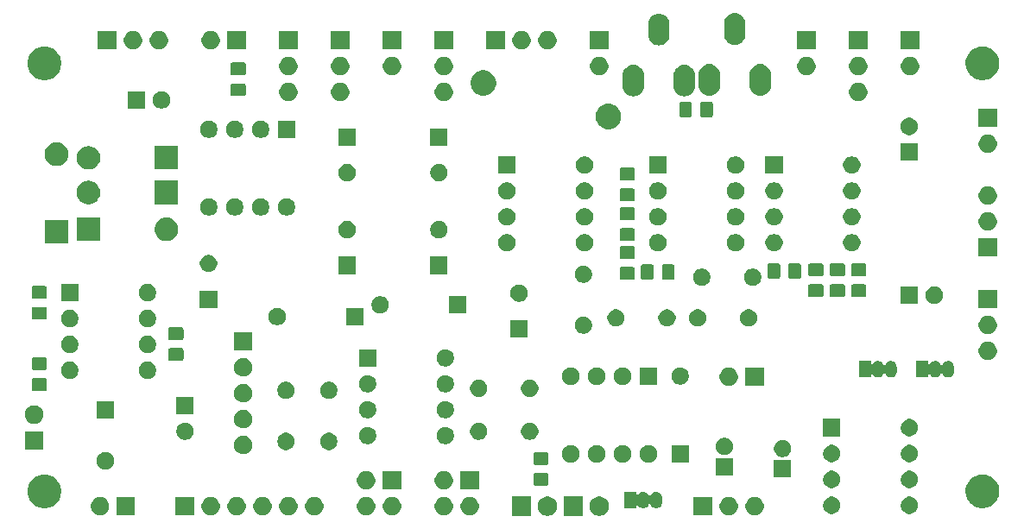
<source format=gbr>
G04 #@! TF.GenerationSoftware,KiCad,Pcbnew,(5.1.5)-3*
G04 #@! TF.CreationDate,2020-02-19T23:56:15-05:00*
G04 #@! TF.ProjectId,Preamplifier,50726561-6d70-46c6-9966-6965722e6b69,rev?*
G04 #@! TF.SameCoordinates,Original*
G04 #@! TF.FileFunction,Soldermask,Top*
G04 #@! TF.FilePolarity,Negative*
%FSLAX46Y46*%
G04 Gerber Fmt 4.6, Leading zero omitted, Abs format (unit mm)*
G04 Created by KiCad (PCBNEW (5.1.5)-3) date 2020-02-19 23:56:15*
%MOMM*%
%LPD*%
G04 APERTURE LIST*
%ADD10C,0.100000*%
G04 APERTURE END LIST*
D10*
G36*
X58697395Y-96545546D02*
G01*
X58870466Y-96617234D01*
X58870467Y-96617235D01*
X59026227Y-96721310D01*
X59158690Y-96853773D01*
X59158691Y-96853775D01*
X59262766Y-97009534D01*
X59334454Y-97182605D01*
X59371000Y-97366333D01*
X59371000Y-97553667D01*
X59334454Y-97737395D01*
X59262766Y-97910466D01*
X59211081Y-97987818D01*
X59158690Y-98066227D01*
X59026227Y-98198690D01*
X58947818Y-98251081D01*
X58870466Y-98302766D01*
X58697395Y-98374454D01*
X58513667Y-98411000D01*
X58326333Y-98411000D01*
X58142605Y-98374454D01*
X57969534Y-98302766D01*
X57892182Y-98251081D01*
X57813773Y-98198690D01*
X57681310Y-98066227D01*
X57628919Y-97987818D01*
X57577234Y-97910466D01*
X57505546Y-97737395D01*
X57469000Y-97553667D01*
X57469000Y-97366333D01*
X57505546Y-97182605D01*
X57577234Y-97009534D01*
X57681309Y-96853775D01*
X57681310Y-96853773D01*
X57813773Y-96721310D01*
X57969533Y-96617235D01*
X57969534Y-96617234D01*
X58142605Y-96545546D01*
X58326333Y-96509000D01*
X58513667Y-96509000D01*
X58697395Y-96545546D01*
G37*
G36*
X56831000Y-98411000D02*
G01*
X54929000Y-98411000D01*
X54929000Y-96509000D01*
X56831000Y-96509000D01*
X56831000Y-98411000D01*
G37*
G36*
X53617395Y-96545546D02*
G01*
X53790466Y-96617234D01*
X53790467Y-96617235D01*
X53946227Y-96721310D01*
X54078690Y-96853773D01*
X54078691Y-96853775D01*
X54182766Y-97009534D01*
X54254454Y-97182605D01*
X54291000Y-97366333D01*
X54291000Y-97553667D01*
X54254454Y-97737395D01*
X54182766Y-97910466D01*
X54131081Y-97987818D01*
X54078690Y-98066227D01*
X53946227Y-98198690D01*
X53867818Y-98251081D01*
X53790466Y-98302766D01*
X53617395Y-98374454D01*
X53433667Y-98411000D01*
X53246333Y-98411000D01*
X53062605Y-98374454D01*
X52889534Y-98302766D01*
X52812182Y-98251081D01*
X52733773Y-98198690D01*
X52601310Y-98066227D01*
X52548919Y-97987818D01*
X52497234Y-97910466D01*
X52425546Y-97737395D01*
X52389000Y-97553667D01*
X52389000Y-97366333D01*
X52425546Y-97182605D01*
X52497234Y-97009534D01*
X52601309Y-96853775D01*
X52601310Y-96853773D01*
X52733773Y-96721310D01*
X52889533Y-96617235D01*
X52889534Y-96617234D01*
X53062605Y-96545546D01*
X53246333Y-96509000D01*
X53433667Y-96509000D01*
X53617395Y-96545546D01*
G37*
G36*
X51751000Y-98411000D02*
G01*
X49849000Y-98411000D01*
X49849000Y-96509000D01*
X51751000Y-96509000D01*
X51751000Y-98411000D01*
G37*
G36*
X71233512Y-96563927D02*
G01*
X71382812Y-96593624D01*
X71546784Y-96661544D01*
X71694354Y-96760147D01*
X71819853Y-96885646D01*
X71918456Y-97033216D01*
X71986376Y-97197188D01*
X72016073Y-97346488D01*
X72020162Y-97367043D01*
X72021000Y-97371259D01*
X72021000Y-97548741D01*
X71986376Y-97722812D01*
X71918456Y-97886784D01*
X71819853Y-98034354D01*
X71694354Y-98159853D01*
X71546784Y-98258456D01*
X71382812Y-98326376D01*
X71233512Y-98356073D01*
X71208742Y-98361000D01*
X71031258Y-98361000D01*
X71006488Y-98356073D01*
X70857188Y-98326376D01*
X70693216Y-98258456D01*
X70545646Y-98159853D01*
X70420147Y-98034354D01*
X70321544Y-97886784D01*
X70253624Y-97722812D01*
X70219000Y-97548741D01*
X70219000Y-97371259D01*
X70219839Y-97367043D01*
X70223927Y-97346488D01*
X70253624Y-97197188D01*
X70321544Y-97033216D01*
X70420147Y-96885646D01*
X70545646Y-96760147D01*
X70693216Y-96661544D01*
X70857188Y-96593624D01*
X71006488Y-96563927D01*
X71031258Y-96559000D01*
X71208742Y-96559000D01*
X71233512Y-96563927D01*
G37*
G36*
X18681000Y-98361000D02*
G01*
X16879000Y-98361000D01*
X16879000Y-96559000D01*
X18681000Y-96559000D01*
X18681000Y-98361000D01*
G37*
G36*
X20433512Y-96563927D02*
G01*
X20582812Y-96593624D01*
X20746784Y-96661544D01*
X20894354Y-96760147D01*
X21019853Y-96885646D01*
X21118456Y-97033216D01*
X21186376Y-97197188D01*
X21216073Y-97346488D01*
X21220162Y-97367043D01*
X21221000Y-97371259D01*
X21221000Y-97548741D01*
X21186376Y-97722812D01*
X21118456Y-97886784D01*
X21019853Y-98034354D01*
X20894354Y-98159853D01*
X20746784Y-98258456D01*
X20582812Y-98326376D01*
X20433512Y-98356073D01*
X20408742Y-98361000D01*
X20231258Y-98361000D01*
X20206488Y-98356073D01*
X20057188Y-98326376D01*
X19893216Y-98258456D01*
X19745646Y-98159853D01*
X19620147Y-98034354D01*
X19521544Y-97886784D01*
X19453624Y-97722812D01*
X19419000Y-97548741D01*
X19419000Y-97371259D01*
X19419839Y-97367043D01*
X19423927Y-97346488D01*
X19453624Y-97197188D01*
X19521544Y-97033216D01*
X19620147Y-96885646D01*
X19745646Y-96760147D01*
X19893216Y-96661544D01*
X20057188Y-96593624D01*
X20206488Y-96563927D01*
X20231258Y-96559000D01*
X20408742Y-96559000D01*
X20433512Y-96563927D01*
G37*
G36*
X22973512Y-96563927D02*
G01*
X23122812Y-96593624D01*
X23286784Y-96661544D01*
X23434354Y-96760147D01*
X23559853Y-96885646D01*
X23658456Y-97033216D01*
X23726376Y-97197188D01*
X23756073Y-97346488D01*
X23760162Y-97367043D01*
X23761000Y-97371259D01*
X23761000Y-97548741D01*
X23726376Y-97722812D01*
X23658456Y-97886784D01*
X23559853Y-98034354D01*
X23434354Y-98159853D01*
X23286784Y-98258456D01*
X23122812Y-98326376D01*
X22973512Y-98356073D01*
X22948742Y-98361000D01*
X22771258Y-98361000D01*
X22746488Y-98356073D01*
X22597188Y-98326376D01*
X22433216Y-98258456D01*
X22285646Y-98159853D01*
X22160147Y-98034354D01*
X22061544Y-97886784D01*
X21993624Y-97722812D01*
X21959000Y-97548741D01*
X21959000Y-97371259D01*
X21959839Y-97367043D01*
X21963927Y-97346488D01*
X21993624Y-97197188D01*
X22061544Y-97033216D01*
X22160147Y-96885646D01*
X22285646Y-96760147D01*
X22433216Y-96661544D01*
X22597188Y-96593624D01*
X22746488Y-96563927D01*
X22771258Y-96559000D01*
X22948742Y-96559000D01*
X22973512Y-96563927D01*
G37*
G36*
X25513512Y-96563927D02*
G01*
X25662812Y-96593624D01*
X25826784Y-96661544D01*
X25974354Y-96760147D01*
X26099853Y-96885646D01*
X26198456Y-97033216D01*
X26266376Y-97197188D01*
X26296073Y-97346488D01*
X26300162Y-97367043D01*
X26301000Y-97371259D01*
X26301000Y-97548741D01*
X26266376Y-97722812D01*
X26198456Y-97886784D01*
X26099853Y-98034354D01*
X25974354Y-98159853D01*
X25826784Y-98258456D01*
X25662812Y-98326376D01*
X25513512Y-98356073D01*
X25488742Y-98361000D01*
X25311258Y-98361000D01*
X25286488Y-98356073D01*
X25137188Y-98326376D01*
X24973216Y-98258456D01*
X24825646Y-98159853D01*
X24700147Y-98034354D01*
X24601544Y-97886784D01*
X24533624Y-97722812D01*
X24499000Y-97548741D01*
X24499000Y-97371259D01*
X24499839Y-97367043D01*
X24503927Y-97346488D01*
X24533624Y-97197188D01*
X24601544Y-97033216D01*
X24700147Y-96885646D01*
X24825646Y-96760147D01*
X24973216Y-96661544D01*
X25137188Y-96593624D01*
X25286488Y-96563927D01*
X25311258Y-96559000D01*
X25488742Y-96559000D01*
X25513512Y-96563927D01*
G37*
G36*
X28053512Y-96563927D02*
G01*
X28202812Y-96593624D01*
X28366784Y-96661544D01*
X28514354Y-96760147D01*
X28639853Y-96885646D01*
X28738456Y-97033216D01*
X28806376Y-97197188D01*
X28836073Y-97346488D01*
X28840162Y-97367043D01*
X28841000Y-97371259D01*
X28841000Y-97548741D01*
X28806376Y-97722812D01*
X28738456Y-97886784D01*
X28639853Y-98034354D01*
X28514354Y-98159853D01*
X28366784Y-98258456D01*
X28202812Y-98326376D01*
X28053512Y-98356073D01*
X28028742Y-98361000D01*
X27851258Y-98361000D01*
X27826488Y-98356073D01*
X27677188Y-98326376D01*
X27513216Y-98258456D01*
X27365646Y-98159853D01*
X27240147Y-98034354D01*
X27141544Y-97886784D01*
X27073624Y-97722812D01*
X27039000Y-97548741D01*
X27039000Y-97371259D01*
X27039839Y-97367043D01*
X27043927Y-97346488D01*
X27073624Y-97197188D01*
X27141544Y-97033216D01*
X27240147Y-96885646D01*
X27365646Y-96760147D01*
X27513216Y-96661544D01*
X27677188Y-96593624D01*
X27826488Y-96563927D01*
X27851258Y-96559000D01*
X28028742Y-96559000D01*
X28053512Y-96563927D01*
G37*
G36*
X30593512Y-96563927D02*
G01*
X30742812Y-96593624D01*
X30906784Y-96661544D01*
X31054354Y-96760147D01*
X31179853Y-96885646D01*
X31278456Y-97033216D01*
X31346376Y-97197188D01*
X31376073Y-97346488D01*
X31380162Y-97367043D01*
X31381000Y-97371259D01*
X31381000Y-97548741D01*
X31346376Y-97722812D01*
X31278456Y-97886784D01*
X31179853Y-98034354D01*
X31054354Y-98159853D01*
X30906784Y-98258456D01*
X30742812Y-98326376D01*
X30593512Y-98356073D01*
X30568742Y-98361000D01*
X30391258Y-98361000D01*
X30366488Y-98356073D01*
X30217188Y-98326376D01*
X30053216Y-98258456D01*
X29905646Y-98159853D01*
X29780147Y-98034354D01*
X29681544Y-97886784D01*
X29613624Y-97722812D01*
X29579000Y-97548741D01*
X29579000Y-97371259D01*
X29579839Y-97367043D01*
X29583927Y-97346488D01*
X29613624Y-97197188D01*
X29681544Y-97033216D01*
X29780147Y-96885646D01*
X29905646Y-96760147D01*
X30053216Y-96661544D01*
X30217188Y-96593624D01*
X30366488Y-96563927D01*
X30391258Y-96559000D01*
X30568742Y-96559000D01*
X30593512Y-96563927D01*
G37*
G36*
X73773512Y-96563927D02*
G01*
X73922812Y-96593624D01*
X74086784Y-96661544D01*
X74234354Y-96760147D01*
X74359853Y-96885646D01*
X74458456Y-97033216D01*
X74526376Y-97197188D01*
X74556073Y-97346488D01*
X74560162Y-97367043D01*
X74561000Y-97371259D01*
X74561000Y-97548741D01*
X74526376Y-97722812D01*
X74458456Y-97886784D01*
X74359853Y-98034354D01*
X74234354Y-98159853D01*
X74086784Y-98258456D01*
X73922812Y-98326376D01*
X73773512Y-98356073D01*
X73748742Y-98361000D01*
X73571258Y-98361000D01*
X73546488Y-98356073D01*
X73397188Y-98326376D01*
X73233216Y-98258456D01*
X73085646Y-98159853D01*
X72960147Y-98034354D01*
X72861544Y-97886784D01*
X72793624Y-97722812D01*
X72759000Y-97548741D01*
X72759000Y-97371259D01*
X72759839Y-97367043D01*
X72763927Y-97346488D01*
X72793624Y-97197188D01*
X72861544Y-97033216D01*
X72960147Y-96885646D01*
X73085646Y-96760147D01*
X73233216Y-96661544D01*
X73397188Y-96593624D01*
X73546488Y-96563927D01*
X73571258Y-96559000D01*
X73748742Y-96559000D01*
X73773512Y-96563927D01*
G37*
G36*
X35673512Y-96563927D02*
G01*
X35822812Y-96593624D01*
X35986784Y-96661544D01*
X36134354Y-96760147D01*
X36259853Y-96885646D01*
X36358456Y-97033216D01*
X36426376Y-97197188D01*
X36456073Y-97346488D01*
X36460162Y-97367043D01*
X36461000Y-97371259D01*
X36461000Y-97548741D01*
X36426376Y-97722812D01*
X36358456Y-97886784D01*
X36259853Y-98034354D01*
X36134354Y-98159853D01*
X35986784Y-98258456D01*
X35822812Y-98326376D01*
X35673512Y-98356073D01*
X35648742Y-98361000D01*
X35471258Y-98361000D01*
X35446488Y-98356073D01*
X35297188Y-98326376D01*
X35133216Y-98258456D01*
X34985646Y-98159853D01*
X34860147Y-98034354D01*
X34761544Y-97886784D01*
X34693624Y-97722812D01*
X34659000Y-97548741D01*
X34659000Y-97371259D01*
X34659839Y-97367043D01*
X34663927Y-97346488D01*
X34693624Y-97197188D01*
X34761544Y-97033216D01*
X34860147Y-96885646D01*
X34985646Y-96760147D01*
X35133216Y-96661544D01*
X35297188Y-96593624D01*
X35446488Y-96563927D01*
X35471258Y-96559000D01*
X35648742Y-96559000D01*
X35673512Y-96563927D01*
G37*
G36*
X69481000Y-98361000D02*
G01*
X67679000Y-98361000D01*
X67679000Y-96559000D01*
X69481000Y-96559000D01*
X69481000Y-98361000D01*
G37*
G36*
X45833512Y-96563927D02*
G01*
X45982812Y-96593624D01*
X46146784Y-96661544D01*
X46294354Y-96760147D01*
X46419853Y-96885646D01*
X46518456Y-97033216D01*
X46586376Y-97197188D01*
X46616073Y-97346488D01*
X46620162Y-97367043D01*
X46621000Y-97371259D01*
X46621000Y-97548741D01*
X46586376Y-97722812D01*
X46518456Y-97886784D01*
X46419853Y-98034354D01*
X46294354Y-98159853D01*
X46146784Y-98258456D01*
X45982812Y-98326376D01*
X45833512Y-98356073D01*
X45808742Y-98361000D01*
X45631258Y-98361000D01*
X45606488Y-98356073D01*
X45457188Y-98326376D01*
X45293216Y-98258456D01*
X45145646Y-98159853D01*
X45020147Y-98034354D01*
X44921544Y-97886784D01*
X44853624Y-97722812D01*
X44819000Y-97548741D01*
X44819000Y-97371259D01*
X44819839Y-97367043D01*
X44823927Y-97346488D01*
X44853624Y-97197188D01*
X44921544Y-97033216D01*
X45020147Y-96885646D01*
X45145646Y-96760147D01*
X45293216Y-96661544D01*
X45457188Y-96593624D01*
X45606488Y-96563927D01*
X45631258Y-96559000D01*
X45808742Y-96559000D01*
X45833512Y-96563927D01*
G37*
G36*
X43293512Y-96563927D02*
G01*
X43442812Y-96593624D01*
X43606784Y-96661544D01*
X43754354Y-96760147D01*
X43879853Y-96885646D01*
X43978456Y-97033216D01*
X44046376Y-97197188D01*
X44076073Y-97346488D01*
X44080162Y-97367043D01*
X44081000Y-97371259D01*
X44081000Y-97548741D01*
X44046376Y-97722812D01*
X43978456Y-97886784D01*
X43879853Y-98034354D01*
X43754354Y-98159853D01*
X43606784Y-98258456D01*
X43442812Y-98326376D01*
X43293512Y-98356073D01*
X43268742Y-98361000D01*
X43091258Y-98361000D01*
X43066488Y-98356073D01*
X42917188Y-98326376D01*
X42753216Y-98258456D01*
X42605646Y-98159853D01*
X42480147Y-98034354D01*
X42381544Y-97886784D01*
X42313624Y-97722812D01*
X42279000Y-97548741D01*
X42279000Y-97371259D01*
X42279839Y-97367043D01*
X42283927Y-97346488D01*
X42313624Y-97197188D01*
X42381544Y-97033216D01*
X42480147Y-96885646D01*
X42605646Y-96760147D01*
X42753216Y-96661544D01*
X42917188Y-96593624D01*
X43066488Y-96563927D01*
X43091258Y-96559000D01*
X43268742Y-96559000D01*
X43293512Y-96563927D01*
G37*
G36*
X9573512Y-96563927D02*
G01*
X9722812Y-96593624D01*
X9886784Y-96661544D01*
X10034354Y-96760147D01*
X10159853Y-96885646D01*
X10258456Y-97033216D01*
X10326376Y-97197188D01*
X10356073Y-97346488D01*
X10360162Y-97367043D01*
X10361000Y-97371259D01*
X10361000Y-97548741D01*
X10326376Y-97722812D01*
X10258456Y-97886784D01*
X10159853Y-98034354D01*
X10034354Y-98159853D01*
X9886784Y-98258456D01*
X9722812Y-98326376D01*
X9573512Y-98356073D01*
X9548742Y-98361000D01*
X9371258Y-98361000D01*
X9346488Y-98356073D01*
X9197188Y-98326376D01*
X9033216Y-98258456D01*
X8885646Y-98159853D01*
X8760147Y-98034354D01*
X8661544Y-97886784D01*
X8593624Y-97722812D01*
X8559000Y-97548741D01*
X8559000Y-97371259D01*
X8559839Y-97367043D01*
X8563927Y-97346488D01*
X8593624Y-97197188D01*
X8661544Y-97033216D01*
X8760147Y-96885646D01*
X8885646Y-96760147D01*
X9033216Y-96661544D01*
X9197188Y-96593624D01*
X9346488Y-96563927D01*
X9371258Y-96559000D01*
X9548742Y-96559000D01*
X9573512Y-96563927D01*
G37*
G36*
X38213512Y-96563927D02*
G01*
X38362812Y-96593624D01*
X38526784Y-96661544D01*
X38674354Y-96760147D01*
X38799853Y-96885646D01*
X38898456Y-97033216D01*
X38966376Y-97197188D01*
X38996073Y-97346488D01*
X39000162Y-97367043D01*
X39001000Y-97371259D01*
X39001000Y-97548741D01*
X38966376Y-97722812D01*
X38898456Y-97886784D01*
X38799853Y-98034354D01*
X38674354Y-98159853D01*
X38526784Y-98258456D01*
X38362812Y-98326376D01*
X38213512Y-98356073D01*
X38188742Y-98361000D01*
X38011258Y-98361000D01*
X37986488Y-98356073D01*
X37837188Y-98326376D01*
X37673216Y-98258456D01*
X37525646Y-98159853D01*
X37400147Y-98034354D01*
X37301544Y-97886784D01*
X37233624Y-97722812D01*
X37199000Y-97548741D01*
X37199000Y-97371259D01*
X37199839Y-97367043D01*
X37203927Y-97346488D01*
X37233624Y-97197188D01*
X37301544Y-97033216D01*
X37400147Y-96885646D01*
X37525646Y-96760147D01*
X37673216Y-96661544D01*
X37837188Y-96593624D01*
X37986488Y-96563927D01*
X38011258Y-96559000D01*
X38188742Y-96559000D01*
X38213512Y-96563927D01*
G37*
G36*
X12901000Y-98361000D02*
G01*
X11099000Y-98361000D01*
X11099000Y-96559000D01*
X12901000Y-96559000D01*
X12901000Y-98361000D01*
G37*
G36*
X81473228Y-96551703D02*
G01*
X81628100Y-96615853D01*
X81767481Y-96708985D01*
X81886015Y-96827519D01*
X81979147Y-96966900D01*
X82043297Y-97121772D01*
X82076000Y-97286184D01*
X82076000Y-97453816D01*
X82043297Y-97618228D01*
X81979147Y-97773100D01*
X81886015Y-97912481D01*
X81767481Y-98031015D01*
X81628100Y-98124147D01*
X81473228Y-98188297D01*
X81308816Y-98221000D01*
X81141184Y-98221000D01*
X80976772Y-98188297D01*
X80821900Y-98124147D01*
X80682519Y-98031015D01*
X80563985Y-97912481D01*
X80470853Y-97773100D01*
X80406703Y-97618228D01*
X80374000Y-97453816D01*
X80374000Y-97286184D01*
X80406703Y-97121772D01*
X80470853Y-96966900D01*
X80563985Y-96827519D01*
X80682519Y-96708985D01*
X80821900Y-96615853D01*
X80976772Y-96551703D01*
X81141184Y-96519000D01*
X81308816Y-96519000D01*
X81473228Y-96551703D01*
G37*
G36*
X89093228Y-96551703D02*
G01*
X89248100Y-96615853D01*
X89387481Y-96708985D01*
X89506015Y-96827519D01*
X89599147Y-96966900D01*
X89663297Y-97121772D01*
X89696000Y-97286184D01*
X89696000Y-97453816D01*
X89663297Y-97618228D01*
X89599147Y-97773100D01*
X89506015Y-97912481D01*
X89387481Y-98031015D01*
X89248100Y-98124147D01*
X89093228Y-98188297D01*
X88928816Y-98221000D01*
X88761184Y-98221000D01*
X88596772Y-98188297D01*
X88441900Y-98124147D01*
X88302519Y-98031015D01*
X88183985Y-97912481D01*
X88090853Y-97773100D01*
X88026703Y-97618228D01*
X87994000Y-97453816D01*
X87994000Y-97286184D01*
X88026703Y-97121772D01*
X88090853Y-96966900D01*
X88183985Y-96827519D01*
X88302519Y-96708985D01*
X88441900Y-96615853D01*
X88596772Y-96551703D01*
X88761184Y-96519000D01*
X88928816Y-96519000D01*
X89093228Y-96551703D01*
G37*
G36*
X64102915Y-96057334D02*
G01*
X64211491Y-96090271D01*
X64211494Y-96090272D01*
X64247600Y-96109571D01*
X64311556Y-96143756D01*
X64399264Y-96215736D01*
X64471244Y-96303443D01*
X64505429Y-96367399D01*
X64524728Y-96403505D01*
X64524729Y-96403508D01*
X64557666Y-96512084D01*
X64566000Y-96596702D01*
X64566000Y-97103297D01*
X64557666Y-97187916D01*
X64525252Y-97294767D01*
X64524728Y-97296495D01*
X64514761Y-97315141D01*
X64471244Y-97396557D01*
X64399264Y-97484264D01*
X64311557Y-97556244D01*
X64252981Y-97587553D01*
X64211495Y-97609728D01*
X64211492Y-97609729D01*
X64102916Y-97642666D01*
X63990000Y-97653787D01*
X63877085Y-97642666D01*
X63768509Y-97609729D01*
X63768506Y-97609728D01*
X63727020Y-97587553D01*
X63668444Y-97556244D01*
X63580737Y-97484264D01*
X63508757Y-97396557D01*
X63465239Y-97315141D01*
X63451625Y-97294766D01*
X63434298Y-97277439D01*
X63413924Y-97263826D01*
X63391285Y-97254448D01*
X63367252Y-97249668D01*
X63342748Y-97249668D01*
X63318715Y-97254448D01*
X63296076Y-97263826D01*
X63275701Y-97277440D01*
X63258374Y-97294767D01*
X63244761Y-97315141D01*
X63201244Y-97396557D01*
X63129264Y-97484264D01*
X63041557Y-97556244D01*
X62982981Y-97587553D01*
X62941495Y-97609728D01*
X62941492Y-97609729D01*
X62832916Y-97642666D01*
X62720000Y-97653787D01*
X62607085Y-97642666D01*
X62498509Y-97609729D01*
X62498506Y-97609728D01*
X62457020Y-97587553D01*
X62398444Y-97556244D01*
X62310737Y-97484264D01*
X62247622Y-97407359D01*
X62230297Y-97390034D01*
X62209923Y-97376420D01*
X62187284Y-97367043D01*
X62163250Y-97362263D01*
X62138746Y-97362263D01*
X62114713Y-97367044D01*
X62092074Y-97376421D01*
X62071700Y-97390035D01*
X62054373Y-97407362D01*
X62040759Y-97427736D01*
X62031382Y-97450375D01*
X62026000Y-97486660D01*
X62026000Y-97651000D01*
X60874000Y-97651000D01*
X60874000Y-96049000D01*
X62026000Y-96049000D01*
X62026000Y-96213341D01*
X62028402Y-96237727D01*
X62035515Y-96261176D01*
X62047066Y-96282787D01*
X62062611Y-96301729D01*
X62081553Y-96317274D01*
X62103164Y-96328825D01*
X62126613Y-96335938D01*
X62150999Y-96338340D01*
X62175385Y-96335938D01*
X62198834Y-96328825D01*
X62220445Y-96317274D01*
X62239387Y-96301729D01*
X62247608Y-96292657D01*
X62310736Y-96215736D01*
X62398443Y-96143756D01*
X62462399Y-96109571D01*
X62498505Y-96090272D01*
X62498508Y-96090271D01*
X62607084Y-96057334D01*
X62720000Y-96046213D01*
X62832915Y-96057334D01*
X62941491Y-96090271D01*
X62941494Y-96090272D01*
X62977600Y-96109571D01*
X63041556Y-96143756D01*
X63129264Y-96215736D01*
X63201244Y-96303443D01*
X63244761Y-96384859D01*
X63258375Y-96405234D01*
X63275702Y-96422561D01*
X63296076Y-96436174D01*
X63318715Y-96445552D01*
X63342748Y-96450332D01*
X63367252Y-96450332D01*
X63391285Y-96445552D01*
X63413924Y-96436174D01*
X63434299Y-96422560D01*
X63451626Y-96405233D01*
X63465239Y-96384860D01*
X63508756Y-96303444D01*
X63580736Y-96215736D01*
X63668443Y-96143756D01*
X63732399Y-96109571D01*
X63768505Y-96090272D01*
X63768508Y-96090271D01*
X63877084Y-96057334D01*
X63990000Y-96046213D01*
X64102915Y-96057334D01*
G37*
G36*
X96375256Y-94391298D02*
G01*
X96481579Y-94412447D01*
X96782042Y-94536903D01*
X97052451Y-94717585D01*
X97282415Y-94947549D01*
X97463097Y-95217958D01*
X97577584Y-95494353D01*
X97587553Y-95518422D01*
X97651000Y-95837389D01*
X97651000Y-96162611D01*
X97622986Y-96303444D01*
X97587553Y-96481579D01*
X97558506Y-96551705D01*
X97488254Y-96721309D01*
X97463097Y-96782042D01*
X97282415Y-97052451D01*
X97052451Y-97282415D01*
X96782042Y-97463097D01*
X96782041Y-97463098D01*
X96782040Y-97463098D01*
X96725156Y-97486660D01*
X96481579Y-97587553D01*
X96375256Y-97608702D01*
X96162611Y-97651000D01*
X95837389Y-97651000D01*
X95624744Y-97608702D01*
X95518421Y-97587553D01*
X95274844Y-97486660D01*
X95217960Y-97463098D01*
X95217959Y-97463098D01*
X95217958Y-97463097D01*
X94947549Y-97282415D01*
X94717585Y-97052451D01*
X94536903Y-96782042D01*
X94511747Y-96721309D01*
X94441494Y-96551705D01*
X94412447Y-96481579D01*
X94377014Y-96303444D01*
X94349000Y-96162611D01*
X94349000Y-95837389D01*
X94412447Y-95518422D01*
X94422417Y-95494353D01*
X94536903Y-95217958D01*
X94717585Y-94947549D01*
X94947549Y-94717585D01*
X95217958Y-94536903D01*
X95518421Y-94412447D01*
X95624744Y-94391298D01*
X95837389Y-94349000D01*
X96162611Y-94349000D01*
X96375256Y-94391298D01*
G37*
G36*
X4375256Y-94391298D02*
G01*
X4481579Y-94412447D01*
X4782042Y-94536903D01*
X5052451Y-94717585D01*
X5282415Y-94947549D01*
X5463097Y-95217958D01*
X5577584Y-95494353D01*
X5587553Y-95518422D01*
X5651000Y-95837389D01*
X5651000Y-96162611D01*
X5622986Y-96303444D01*
X5587553Y-96481579D01*
X5558506Y-96551705D01*
X5488254Y-96721309D01*
X5463097Y-96782042D01*
X5282415Y-97052451D01*
X5052451Y-97282415D01*
X4782042Y-97463097D01*
X4782041Y-97463098D01*
X4782040Y-97463098D01*
X4725156Y-97486660D01*
X4481579Y-97587553D01*
X4375256Y-97608702D01*
X4162611Y-97651000D01*
X3837389Y-97651000D01*
X3624744Y-97608702D01*
X3518421Y-97587553D01*
X3274844Y-97486660D01*
X3217960Y-97463098D01*
X3217959Y-97463098D01*
X3217958Y-97463097D01*
X2947549Y-97282415D01*
X2717585Y-97052451D01*
X2536903Y-96782042D01*
X2511747Y-96721309D01*
X2441494Y-96551705D01*
X2412447Y-96481579D01*
X2377014Y-96303444D01*
X2349000Y-96162611D01*
X2349000Y-95837389D01*
X2412447Y-95518422D01*
X2422417Y-95494353D01*
X2536903Y-95217958D01*
X2717585Y-94947549D01*
X2947549Y-94717585D01*
X3217958Y-94536903D01*
X3518421Y-94412447D01*
X3624744Y-94391298D01*
X3837389Y-94349000D01*
X4162611Y-94349000D01*
X4375256Y-94391298D01*
G37*
G36*
X39001000Y-95821000D02*
G01*
X37199000Y-95821000D01*
X37199000Y-94019000D01*
X39001000Y-94019000D01*
X39001000Y-95821000D01*
G37*
G36*
X35673512Y-94023927D02*
G01*
X35822812Y-94053624D01*
X35986784Y-94121544D01*
X36134354Y-94220147D01*
X36259853Y-94345646D01*
X36358456Y-94493216D01*
X36426376Y-94657188D01*
X36461000Y-94831259D01*
X36461000Y-95008741D01*
X36426376Y-95182812D01*
X36358456Y-95346784D01*
X36259853Y-95494354D01*
X36134354Y-95619853D01*
X35986784Y-95718456D01*
X35822812Y-95786376D01*
X35673512Y-95816073D01*
X35648742Y-95821000D01*
X35471258Y-95821000D01*
X35446488Y-95816073D01*
X35297188Y-95786376D01*
X35133216Y-95718456D01*
X34985646Y-95619853D01*
X34860147Y-95494354D01*
X34761544Y-95346784D01*
X34693624Y-95182812D01*
X34659000Y-95008741D01*
X34659000Y-94831259D01*
X34693624Y-94657188D01*
X34761544Y-94493216D01*
X34860147Y-94345646D01*
X34985646Y-94220147D01*
X35133216Y-94121544D01*
X35297188Y-94053624D01*
X35446488Y-94023927D01*
X35471258Y-94019000D01*
X35648742Y-94019000D01*
X35673512Y-94023927D01*
G37*
G36*
X43293512Y-94023927D02*
G01*
X43442812Y-94053624D01*
X43606784Y-94121544D01*
X43754354Y-94220147D01*
X43879853Y-94345646D01*
X43978456Y-94493216D01*
X44046376Y-94657188D01*
X44081000Y-94831259D01*
X44081000Y-95008741D01*
X44046376Y-95182812D01*
X43978456Y-95346784D01*
X43879853Y-95494354D01*
X43754354Y-95619853D01*
X43606784Y-95718456D01*
X43442812Y-95786376D01*
X43293512Y-95816073D01*
X43268742Y-95821000D01*
X43091258Y-95821000D01*
X43066488Y-95816073D01*
X42917188Y-95786376D01*
X42753216Y-95718456D01*
X42605646Y-95619853D01*
X42480147Y-95494354D01*
X42381544Y-95346784D01*
X42313624Y-95182812D01*
X42279000Y-95008741D01*
X42279000Y-94831259D01*
X42313624Y-94657188D01*
X42381544Y-94493216D01*
X42480147Y-94345646D01*
X42605646Y-94220147D01*
X42753216Y-94121544D01*
X42917188Y-94053624D01*
X43066488Y-94023927D01*
X43091258Y-94019000D01*
X43268742Y-94019000D01*
X43293512Y-94023927D01*
G37*
G36*
X46621000Y-95821000D02*
G01*
X44819000Y-95821000D01*
X44819000Y-94019000D01*
X46621000Y-94019000D01*
X46621000Y-95821000D01*
G37*
G36*
X81473228Y-94011703D02*
G01*
X81628100Y-94075853D01*
X81767481Y-94168985D01*
X81886015Y-94287519D01*
X81979147Y-94426900D01*
X82043297Y-94581772D01*
X82076000Y-94746184D01*
X82076000Y-94913816D01*
X82043297Y-95078228D01*
X81979147Y-95233100D01*
X81886015Y-95372481D01*
X81767481Y-95491015D01*
X81628100Y-95584147D01*
X81473228Y-95648297D01*
X81308816Y-95681000D01*
X81141184Y-95681000D01*
X80976772Y-95648297D01*
X80821900Y-95584147D01*
X80682519Y-95491015D01*
X80563985Y-95372481D01*
X80470853Y-95233100D01*
X80406703Y-95078228D01*
X80374000Y-94913816D01*
X80374000Y-94746184D01*
X80406703Y-94581772D01*
X80470853Y-94426900D01*
X80563985Y-94287519D01*
X80682519Y-94168985D01*
X80821900Y-94075853D01*
X80976772Y-94011703D01*
X81141184Y-93979000D01*
X81308816Y-93979000D01*
X81473228Y-94011703D01*
G37*
G36*
X89093228Y-94011703D02*
G01*
X89248100Y-94075853D01*
X89387481Y-94168985D01*
X89506015Y-94287519D01*
X89599147Y-94426900D01*
X89663297Y-94581772D01*
X89696000Y-94746184D01*
X89696000Y-94913816D01*
X89663297Y-95078228D01*
X89599147Y-95233100D01*
X89506015Y-95372481D01*
X89387481Y-95491015D01*
X89248100Y-95584147D01*
X89093228Y-95648297D01*
X88928816Y-95681000D01*
X88761184Y-95681000D01*
X88596772Y-95648297D01*
X88441900Y-95584147D01*
X88302519Y-95491015D01*
X88183985Y-95372481D01*
X88090853Y-95233100D01*
X88026703Y-95078228D01*
X87994000Y-94913816D01*
X87994000Y-94746184D01*
X88026703Y-94581772D01*
X88090853Y-94426900D01*
X88183985Y-94287519D01*
X88302519Y-94168985D01*
X88441900Y-94075853D01*
X88596772Y-94011703D01*
X88761184Y-93979000D01*
X88928816Y-93979000D01*
X89093228Y-94011703D01*
G37*
G36*
X53288674Y-94203465D02*
G01*
X53326367Y-94214899D01*
X53361103Y-94233466D01*
X53391548Y-94258452D01*
X53416534Y-94288897D01*
X53435101Y-94323633D01*
X53446535Y-94361326D01*
X53451000Y-94406661D01*
X53451000Y-95243339D01*
X53446535Y-95288674D01*
X53435101Y-95326367D01*
X53416534Y-95361103D01*
X53391548Y-95391548D01*
X53361103Y-95416534D01*
X53326367Y-95435101D01*
X53288674Y-95446535D01*
X53243339Y-95451000D01*
X52156661Y-95451000D01*
X52111326Y-95446535D01*
X52073633Y-95435101D01*
X52038897Y-95416534D01*
X52008452Y-95391548D01*
X51983466Y-95361103D01*
X51964899Y-95326367D01*
X51953465Y-95288674D01*
X51949000Y-95243339D01*
X51949000Y-94406661D01*
X51953465Y-94361326D01*
X51964899Y-94323633D01*
X51983466Y-94288897D01*
X52008452Y-94258452D01*
X52038897Y-94233466D01*
X52073633Y-94214899D01*
X52111326Y-94203465D01*
X52156661Y-94199000D01*
X53243339Y-94199000D01*
X53288674Y-94203465D01*
G37*
G36*
X77251000Y-94651000D02*
G01*
X75549000Y-94651000D01*
X75549000Y-92949000D01*
X77251000Y-92949000D01*
X77251000Y-94651000D01*
G37*
G36*
X71551000Y-94451000D02*
G01*
X69849000Y-94451000D01*
X69849000Y-92749000D01*
X71551000Y-92749000D01*
X71551000Y-94451000D01*
G37*
G36*
X10248228Y-92181703D02*
G01*
X10403100Y-92245853D01*
X10542481Y-92338985D01*
X10661015Y-92457519D01*
X10754147Y-92596900D01*
X10818297Y-92751772D01*
X10851000Y-92916184D01*
X10851000Y-93083816D01*
X10818297Y-93248228D01*
X10754147Y-93403100D01*
X10661015Y-93542481D01*
X10542481Y-93661015D01*
X10403100Y-93754147D01*
X10248228Y-93818297D01*
X10083816Y-93851000D01*
X9916184Y-93851000D01*
X9751772Y-93818297D01*
X9596900Y-93754147D01*
X9457519Y-93661015D01*
X9338985Y-93542481D01*
X9245853Y-93403100D01*
X9181703Y-93248228D01*
X9149000Y-93083816D01*
X9149000Y-92916184D01*
X9181703Y-92751772D01*
X9245853Y-92596900D01*
X9338985Y-92457519D01*
X9457519Y-92338985D01*
X9596900Y-92245853D01*
X9751772Y-92181703D01*
X9916184Y-92149000D01*
X10083816Y-92149000D01*
X10248228Y-92181703D01*
G37*
G36*
X53288674Y-92153465D02*
G01*
X53326367Y-92164899D01*
X53361103Y-92183466D01*
X53391548Y-92208452D01*
X53416534Y-92238897D01*
X53435101Y-92273633D01*
X53446535Y-92311326D01*
X53451000Y-92356661D01*
X53451000Y-93193339D01*
X53446535Y-93238674D01*
X53435101Y-93276367D01*
X53416534Y-93311103D01*
X53391548Y-93341548D01*
X53361103Y-93366534D01*
X53326367Y-93385101D01*
X53288674Y-93396535D01*
X53243339Y-93401000D01*
X52156661Y-93401000D01*
X52111326Y-93396535D01*
X52073633Y-93385101D01*
X52038897Y-93366534D01*
X52008452Y-93341548D01*
X51983466Y-93311103D01*
X51964899Y-93276367D01*
X51953465Y-93238674D01*
X51949000Y-93193339D01*
X51949000Y-92356661D01*
X51953465Y-92311326D01*
X51964899Y-92273633D01*
X51983466Y-92238897D01*
X52008452Y-92208452D01*
X52038897Y-92183466D01*
X52073633Y-92164899D01*
X52111326Y-92153465D01*
X52156661Y-92149000D01*
X53243339Y-92149000D01*
X53288674Y-92153465D01*
G37*
G36*
X55878228Y-91501703D02*
G01*
X56033100Y-91565853D01*
X56172481Y-91658985D01*
X56291015Y-91777519D01*
X56384147Y-91916900D01*
X56448297Y-92071772D01*
X56481000Y-92236184D01*
X56481000Y-92403816D01*
X56448297Y-92568228D01*
X56384147Y-92723100D01*
X56291015Y-92862481D01*
X56172481Y-92981015D01*
X56033100Y-93074147D01*
X55878228Y-93138297D01*
X55713816Y-93171000D01*
X55546184Y-93171000D01*
X55381772Y-93138297D01*
X55226900Y-93074147D01*
X55087519Y-92981015D01*
X54968985Y-92862481D01*
X54875853Y-92723100D01*
X54811703Y-92568228D01*
X54779000Y-92403816D01*
X54779000Y-92236184D01*
X54811703Y-92071772D01*
X54875853Y-91916900D01*
X54968985Y-91777519D01*
X55087519Y-91658985D01*
X55226900Y-91565853D01*
X55381772Y-91501703D01*
X55546184Y-91469000D01*
X55713816Y-91469000D01*
X55878228Y-91501703D01*
G37*
G36*
X58418228Y-91501703D02*
G01*
X58573100Y-91565853D01*
X58712481Y-91658985D01*
X58831015Y-91777519D01*
X58924147Y-91916900D01*
X58988297Y-92071772D01*
X59021000Y-92236184D01*
X59021000Y-92403816D01*
X58988297Y-92568228D01*
X58924147Y-92723100D01*
X58831015Y-92862481D01*
X58712481Y-92981015D01*
X58573100Y-93074147D01*
X58418228Y-93138297D01*
X58253816Y-93171000D01*
X58086184Y-93171000D01*
X57921772Y-93138297D01*
X57766900Y-93074147D01*
X57627519Y-92981015D01*
X57508985Y-92862481D01*
X57415853Y-92723100D01*
X57351703Y-92568228D01*
X57319000Y-92403816D01*
X57319000Y-92236184D01*
X57351703Y-92071772D01*
X57415853Y-91916900D01*
X57508985Y-91777519D01*
X57627519Y-91658985D01*
X57766900Y-91565853D01*
X57921772Y-91501703D01*
X58086184Y-91469000D01*
X58253816Y-91469000D01*
X58418228Y-91501703D01*
G37*
G36*
X60958228Y-91501703D02*
G01*
X61113100Y-91565853D01*
X61252481Y-91658985D01*
X61371015Y-91777519D01*
X61464147Y-91916900D01*
X61528297Y-92071772D01*
X61561000Y-92236184D01*
X61561000Y-92403816D01*
X61528297Y-92568228D01*
X61464147Y-92723100D01*
X61371015Y-92862481D01*
X61252481Y-92981015D01*
X61113100Y-93074147D01*
X60958228Y-93138297D01*
X60793816Y-93171000D01*
X60626184Y-93171000D01*
X60461772Y-93138297D01*
X60306900Y-93074147D01*
X60167519Y-92981015D01*
X60048985Y-92862481D01*
X59955853Y-92723100D01*
X59891703Y-92568228D01*
X59859000Y-92403816D01*
X59859000Y-92236184D01*
X59891703Y-92071772D01*
X59955853Y-91916900D01*
X60048985Y-91777519D01*
X60167519Y-91658985D01*
X60306900Y-91565853D01*
X60461772Y-91501703D01*
X60626184Y-91469000D01*
X60793816Y-91469000D01*
X60958228Y-91501703D01*
G37*
G36*
X63498228Y-91501703D02*
G01*
X63653100Y-91565853D01*
X63792481Y-91658985D01*
X63911015Y-91777519D01*
X64004147Y-91916900D01*
X64068297Y-92071772D01*
X64101000Y-92236184D01*
X64101000Y-92403816D01*
X64068297Y-92568228D01*
X64004147Y-92723100D01*
X63911015Y-92862481D01*
X63792481Y-92981015D01*
X63653100Y-93074147D01*
X63498228Y-93138297D01*
X63333816Y-93171000D01*
X63166184Y-93171000D01*
X63001772Y-93138297D01*
X62846900Y-93074147D01*
X62707519Y-92981015D01*
X62588985Y-92862481D01*
X62495853Y-92723100D01*
X62431703Y-92568228D01*
X62399000Y-92403816D01*
X62399000Y-92236184D01*
X62431703Y-92071772D01*
X62495853Y-91916900D01*
X62588985Y-91777519D01*
X62707519Y-91658985D01*
X62846900Y-91565853D01*
X63001772Y-91501703D01*
X63166184Y-91469000D01*
X63333816Y-91469000D01*
X63498228Y-91501703D01*
G37*
G36*
X67201000Y-93151000D02*
G01*
X65499000Y-93151000D01*
X65499000Y-91449000D01*
X67201000Y-91449000D01*
X67201000Y-93151000D01*
G37*
G36*
X89093228Y-91471703D02*
G01*
X89248100Y-91535853D01*
X89387481Y-91628985D01*
X89506015Y-91747519D01*
X89599147Y-91886900D01*
X89663297Y-92041772D01*
X89696000Y-92206184D01*
X89696000Y-92373816D01*
X89663297Y-92538228D01*
X89599147Y-92693100D01*
X89506015Y-92832481D01*
X89387481Y-92951015D01*
X89248100Y-93044147D01*
X89093228Y-93108297D01*
X88928816Y-93141000D01*
X88761184Y-93141000D01*
X88596772Y-93108297D01*
X88441900Y-93044147D01*
X88302519Y-92951015D01*
X88183985Y-92832481D01*
X88090853Y-92693100D01*
X88026703Y-92538228D01*
X87994000Y-92373816D01*
X87994000Y-92206184D01*
X88026703Y-92041772D01*
X88090853Y-91886900D01*
X88183985Y-91747519D01*
X88302519Y-91628985D01*
X88441900Y-91535853D01*
X88596772Y-91471703D01*
X88761184Y-91439000D01*
X88928816Y-91439000D01*
X89093228Y-91471703D01*
G37*
G36*
X81473228Y-91471703D02*
G01*
X81628100Y-91535853D01*
X81767481Y-91628985D01*
X81886015Y-91747519D01*
X81979147Y-91886900D01*
X82043297Y-92041772D01*
X82076000Y-92206184D01*
X82076000Y-92373816D01*
X82043297Y-92538228D01*
X81979147Y-92693100D01*
X81886015Y-92832481D01*
X81767481Y-92951015D01*
X81628100Y-93044147D01*
X81473228Y-93108297D01*
X81308816Y-93141000D01*
X81141184Y-93141000D01*
X80976772Y-93108297D01*
X80821900Y-93044147D01*
X80682519Y-92951015D01*
X80563985Y-92832481D01*
X80470853Y-92693100D01*
X80406703Y-92538228D01*
X80374000Y-92373816D01*
X80374000Y-92206184D01*
X80406703Y-92041772D01*
X80470853Y-91886900D01*
X80563985Y-91747519D01*
X80682519Y-91628985D01*
X80821900Y-91535853D01*
X80976772Y-91471703D01*
X81141184Y-91439000D01*
X81308816Y-91439000D01*
X81473228Y-91471703D01*
G37*
G36*
X76648228Y-90981703D02*
G01*
X76803100Y-91045853D01*
X76942481Y-91138985D01*
X77061015Y-91257519D01*
X77154147Y-91396900D01*
X77218297Y-91551772D01*
X77251000Y-91716184D01*
X77251000Y-91883816D01*
X77218297Y-92048228D01*
X77154147Y-92203100D01*
X77061015Y-92342481D01*
X76942481Y-92461015D01*
X76803100Y-92554147D01*
X76648228Y-92618297D01*
X76483816Y-92651000D01*
X76316184Y-92651000D01*
X76151772Y-92618297D01*
X75996900Y-92554147D01*
X75857519Y-92461015D01*
X75738985Y-92342481D01*
X75645853Y-92203100D01*
X75581703Y-92048228D01*
X75549000Y-91883816D01*
X75549000Y-91716184D01*
X75581703Y-91551772D01*
X75645853Y-91396900D01*
X75738985Y-91257519D01*
X75857519Y-91138985D01*
X75996900Y-91045853D01*
X76151772Y-90981703D01*
X76316184Y-90949000D01*
X76483816Y-90949000D01*
X76648228Y-90981703D01*
G37*
G36*
X70948228Y-90781703D02*
G01*
X71103100Y-90845853D01*
X71242481Y-90938985D01*
X71361015Y-91057519D01*
X71454147Y-91196900D01*
X71518297Y-91351772D01*
X71551000Y-91516184D01*
X71551000Y-91683816D01*
X71518297Y-91848228D01*
X71454147Y-92003100D01*
X71361015Y-92142481D01*
X71242481Y-92261015D01*
X71103100Y-92354147D01*
X70948228Y-92418297D01*
X70783816Y-92451000D01*
X70616184Y-92451000D01*
X70451772Y-92418297D01*
X70296900Y-92354147D01*
X70157519Y-92261015D01*
X70038985Y-92142481D01*
X69945853Y-92003100D01*
X69881703Y-91848228D01*
X69849000Y-91683816D01*
X69849000Y-91516184D01*
X69881703Y-91351772D01*
X69945853Y-91196900D01*
X70038985Y-91057519D01*
X70157519Y-90938985D01*
X70296900Y-90845853D01*
X70451772Y-90781703D01*
X70616184Y-90749000D01*
X70783816Y-90749000D01*
X70948228Y-90781703D01*
G37*
G36*
X23613512Y-90563927D02*
G01*
X23762812Y-90593624D01*
X23926784Y-90661544D01*
X24074354Y-90760147D01*
X24199853Y-90885646D01*
X24298456Y-91033216D01*
X24366376Y-91197188D01*
X24394443Y-91338295D01*
X24401000Y-91371258D01*
X24401000Y-91548742D01*
X24397596Y-91565853D01*
X24366376Y-91722812D01*
X24298456Y-91886784D01*
X24199853Y-92034354D01*
X24074354Y-92159853D01*
X23926784Y-92258456D01*
X23762812Y-92326376D01*
X23623194Y-92354147D01*
X23588742Y-92361000D01*
X23411258Y-92361000D01*
X23376806Y-92354147D01*
X23237188Y-92326376D01*
X23073216Y-92258456D01*
X22925646Y-92159853D01*
X22800147Y-92034354D01*
X22701544Y-91886784D01*
X22633624Y-91722812D01*
X22602404Y-91565853D01*
X22599000Y-91548742D01*
X22599000Y-91371258D01*
X22605557Y-91338295D01*
X22633624Y-91197188D01*
X22701544Y-91033216D01*
X22800147Y-90885646D01*
X22925646Y-90760147D01*
X23073216Y-90661544D01*
X23237188Y-90593624D01*
X23386488Y-90563927D01*
X23411258Y-90559000D01*
X23588742Y-90559000D01*
X23613512Y-90563927D01*
G37*
G36*
X32148228Y-90281703D02*
G01*
X32303100Y-90345853D01*
X32442481Y-90438985D01*
X32561015Y-90557519D01*
X32654147Y-90696900D01*
X32718297Y-90851772D01*
X32751000Y-91016184D01*
X32751000Y-91183816D01*
X32718297Y-91348228D01*
X32654147Y-91503100D01*
X32561015Y-91642481D01*
X32442481Y-91761015D01*
X32303100Y-91854147D01*
X32148228Y-91918297D01*
X31983816Y-91951000D01*
X31816184Y-91951000D01*
X31651772Y-91918297D01*
X31496900Y-91854147D01*
X31357519Y-91761015D01*
X31238985Y-91642481D01*
X31145853Y-91503100D01*
X31081703Y-91348228D01*
X31049000Y-91183816D01*
X31049000Y-91016184D01*
X31081703Y-90851772D01*
X31145853Y-90696900D01*
X31238985Y-90557519D01*
X31357519Y-90438985D01*
X31496900Y-90345853D01*
X31651772Y-90281703D01*
X31816184Y-90249000D01*
X31983816Y-90249000D01*
X32148228Y-90281703D01*
G37*
G36*
X27948228Y-90281703D02*
G01*
X28103100Y-90345853D01*
X28242481Y-90438985D01*
X28361015Y-90557519D01*
X28454147Y-90696900D01*
X28518297Y-90851772D01*
X28551000Y-91016184D01*
X28551000Y-91183816D01*
X28518297Y-91348228D01*
X28454147Y-91503100D01*
X28361015Y-91642481D01*
X28242481Y-91761015D01*
X28103100Y-91854147D01*
X27948228Y-91918297D01*
X27783816Y-91951000D01*
X27616184Y-91951000D01*
X27451772Y-91918297D01*
X27296900Y-91854147D01*
X27157519Y-91761015D01*
X27038985Y-91642481D01*
X26945853Y-91503100D01*
X26881703Y-91348228D01*
X26849000Y-91183816D01*
X26849000Y-91016184D01*
X26881703Y-90851772D01*
X26945853Y-90696900D01*
X27038985Y-90557519D01*
X27157519Y-90438985D01*
X27296900Y-90345853D01*
X27451772Y-90281703D01*
X27616184Y-90249000D01*
X27783816Y-90249000D01*
X27948228Y-90281703D01*
G37*
G36*
X3901000Y-91901000D02*
G01*
X2099000Y-91901000D01*
X2099000Y-90099000D01*
X3901000Y-90099000D01*
X3901000Y-91901000D01*
G37*
G36*
X35948228Y-89701703D02*
G01*
X36103100Y-89765853D01*
X36242481Y-89858985D01*
X36361015Y-89977519D01*
X36454147Y-90116900D01*
X36518297Y-90271772D01*
X36551000Y-90436184D01*
X36551000Y-90603816D01*
X36518297Y-90768228D01*
X36454147Y-90923100D01*
X36361015Y-91062481D01*
X36242481Y-91181015D01*
X36103100Y-91274147D01*
X35948228Y-91338297D01*
X35783816Y-91371000D01*
X35616184Y-91371000D01*
X35451772Y-91338297D01*
X35296900Y-91274147D01*
X35157519Y-91181015D01*
X35038985Y-91062481D01*
X34945853Y-90923100D01*
X34881703Y-90768228D01*
X34849000Y-90603816D01*
X34849000Y-90436184D01*
X34881703Y-90271772D01*
X34945853Y-90116900D01*
X35038985Y-89977519D01*
X35157519Y-89858985D01*
X35296900Y-89765853D01*
X35451772Y-89701703D01*
X35616184Y-89669000D01*
X35783816Y-89669000D01*
X35948228Y-89701703D01*
G37*
G36*
X43568228Y-89701703D02*
G01*
X43723100Y-89765853D01*
X43862481Y-89858985D01*
X43981015Y-89977519D01*
X44074147Y-90116900D01*
X44138297Y-90271772D01*
X44171000Y-90436184D01*
X44171000Y-90603816D01*
X44138297Y-90768228D01*
X44074147Y-90923100D01*
X43981015Y-91062481D01*
X43862481Y-91181015D01*
X43723100Y-91274147D01*
X43568228Y-91338297D01*
X43403816Y-91371000D01*
X43236184Y-91371000D01*
X43071772Y-91338297D01*
X42916900Y-91274147D01*
X42777519Y-91181015D01*
X42658985Y-91062481D01*
X42565853Y-90923100D01*
X42501703Y-90768228D01*
X42469000Y-90603816D01*
X42469000Y-90436184D01*
X42501703Y-90271772D01*
X42565853Y-90116900D01*
X42658985Y-89977519D01*
X42777519Y-89858985D01*
X42916900Y-89765853D01*
X43071772Y-89701703D01*
X43236184Y-89669000D01*
X43403816Y-89669000D01*
X43568228Y-89701703D01*
G37*
G36*
X46848228Y-89281703D02*
G01*
X47003100Y-89345853D01*
X47142481Y-89438985D01*
X47261015Y-89557519D01*
X47354147Y-89696900D01*
X47418297Y-89851772D01*
X47451000Y-90016184D01*
X47451000Y-90183816D01*
X47418297Y-90348228D01*
X47354147Y-90503100D01*
X47261015Y-90642481D01*
X47142481Y-90761015D01*
X47003100Y-90854147D01*
X46848228Y-90918297D01*
X46683816Y-90951000D01*
X46516184Y-90951000D01*
X46351772Y-90918297D01*
X46196900Y-90854147D01*
X46057519Y-90761015D01*
X45938985Y-90642481D01*
X45845853Y-90503100D01*
X45781703Y-90348228D01*
X45749000Y-90183816D01*
X45749000Y-90016184D01*
X45781703Y-89851772D01*
X45845853Y-89696900D01*
X45938985Y-89557519D01*
X46057519Y-89438985D01*
X46196900Y-89345853D01*
X46351772Y-89281703D01*
X46516184Y-89249000D01*
X46683816Y-89249000D01*
X46848228Y-89281703D01*
G37*
G36*
X51848228Y-89281703D02*
G01*
X52003100Y-89345853D01*
X52142481Y-89438985D01*
X52261015Y-89557519D01*
X52354147Y-89696900D01*
X52418297Y-89851772D01*
X52451000Y-90016184D01*
X52451000Y-90183816D01*
X52418297Y-90348228D01*
X52354147Y-90503100D01*
X52261015Y-90642481D01*
X52142481Y-90761015D01*
X52003100Y-90854147D01*
X51848228Y-90918297D01*
X51683816Y-90951000D01*
X51516184Y-90951000D01*
X51351772Y-90918297D01*
X51196900Y-90854147D01*
X51057519Y-90761015D01*
X50938985Y-90642481D01*
X50845853Y-90503100D01*
X50781703Y-90348228D01*
X50749000Y-90183816D01*
X50749000Y-90016184D01*
X50781703Y-89851772D01*
X50845853Y-89696900D01*
X50938985Y-89557519D01*
X51057519Y-89438985D01*
X51196900Y-89345853D01*
X51351772Y-89281703D01*
X51516184Y-89249000D01*
X51683816Y-89249000D01*
X51848228Y-89281703D01*
G37*
G36*
X18048228Y-89281703D02*
G01*
X18203100Y-89345853D01*
X18342481Y-89438985D01*
X18461015Y-89557519D01*
X18554147Y-89696900D01*
X18618297Y-89851772D01*
X18651000Y-90016184D01*
X18651000Y-90183816D01*
X18618297Y-90348228D01*
X18554147Y-90503100D01*
X18461015Y-90642481D01*
X18342481Y-90761015D01*
X18203100Y-90854147D01*
X18048228Y-90918297D01*
X17883816Y-90951000D01*
X17716184Y-90951000D01*
X17551772Y-90918297D01*
X17396900Y-90854147D01*
X17257519Y-90761015D01*
X17138985Y-90642481D01*
X17045853Y-90503100D01*
X16981703Y-90348228D01*
X16949000Y-90183816D01*
X16949000Y-90016184D01*
X16981703Y-89851772D01*
X17045853Y-89696900D01*
X17138985Y-89557519D01*
X17257519Y-89438985D01*
X17396900Y-89345853D01*
X17551772Y-89281703D01*
X17716184Y-89249000D01*
X17883816Y-89249000D01*
X18048228Y-89281703D01*
G37*
G36*
X82076000Y-90601000D02*
G01*
X80374000Y-90601000D01*
X80374000Y-88899000D01*
X82076000Y-88899000D01*
X82076000Y-90601000D01*
G37*
G36*
X89093228Y-88931703D02*
G01*
X89248100Y-88995853D01*
X89387481Y-89088985D01*
X89506015Y-89207519D01*
X89599147Y-89346900D01*
X89663297Y-89501772D01*
X89696000Y-89666184D01*
X89696000Y-89833816D01*
X89663297Y-89998228D01*
X89599147Y-90153100D01*
X89506015Y-90292481D01*
X89387481Y-90411015D01*
X89248100Y-90504147D01*
X89093228Y-90568297D01*
X88928816Y-90601000D01*
X88761184Y-90601000D01*
X88596772Y-90568297D01*
X88441900Y-90504147D01*
X88302519Y-90411015D01*
X88183985Y-90292481D01*
X88090853Y-90153100D01*
X88026703Y-89998228D01*
X87994000Y-89833816D01*
X87994000Y-89666184D01*
X88026703Y-89501772D01*
X88090853Y-89346900D01*
X88183985Y-89207519D01*
X88302519Y-89088985D01*
X88441900Y-88995853D01*
X88596772Y-88931703D01*
X88761184Y-88899000D01*
X88928816Y-88899000D01*
X89093228Y-88931703D01*
G37*
G36*
X23613512Y-88023927D02*
G01*
X23762812Y-88053624D01*
X23926784Y-88121544D01*
X24074354Y-88220147D01*
X24199853Y-88345646D01*
X24298456Y-88493216D01*
X24366376Y-88657188D01*
X24394443Y-88798295D01*
X24400949Y-88831000D01*
X24401000Y-88831259D01*
X24401000Y-89008741D01*
X24366376Y-89182812D01*
X24298456Y-89346784D01*
X24199853Y-89494354D01*
X24074354Y-89619853D01*
X23926784Y-89718456D01*
X23762812Y-89786376D01*
X23613512Y-89816073D01*
X23588742Y-89821000D01*
X23411258Y-89821000D01*
X23386488Y-89816073D01*
X23237188Y-89786376D01*
X23073216Y-89718456D01*
X22925646Y-89619853D01*
X22800147Y-89494354D01*
X22701544Y-89346784D01*
X22633624Y-89182812D01*
X22599000Y-89008741D01*
X22599000Y-88831259D01*
X22599052Y-88831000D01*
X22605557Y-88798295D01*
X22633624Y-88657188D01*
X22701544Y-88493216D01*
X22800147Y-88345646D01*
X22925646Y-88220147D01*
X23073216Y-88121544D01*
X23237188Y-88053624D01*
X23386488Y-88023927D01*
X23411258Y-88019000D01*
X23588742Y-88019000D01*
X23613512Y-88023927D01*
G37*
G36*
X3113512Y-87563927D02*
G01*
X3262812Y-87593624D01*
X3426784Y-87661544D01*
X3574354Y-87760147D01*
X3699853Y-87885646D01*
X3798456Y-88033216D01*
X3866376Y-88197188D01*
X3901000Y-88371259D01*
X3901000Y-88548741D01*
X3866376Y-88722812D01*
X3798456Y-88886784D01*
X3699853Y-89034354D01*
X3574354Y-89159853D01*
X3426784Y-89258456D01*
X3262812Y-89326376D01*
X3113512Y-89356073D01*
X3088742Y-89361000D01*
X2911258Y-89361000D01*
X2886488Y-89356073D01*
X2737188Y-89326376D01*
X2573216Y-89258456D01*
X2425646Y-89159853D01*
X2300147Y-89034354D01*
X2201544Y-88886784D01*
X2133624Y-88722812D01*
X2099000Y-88548741D01*
X2099000Y-88371259D01*
X2133624Y-88197188D01*
X2201544Y-88033216D01*
X2300147Y-87885646D01*
X2425646Y-87760147D01*
X2573216Y-87661544D01*
X2737188Y-87593624D01*
X2886488Y-87563927D01*
X2911258Y-87559000D01*
X3088742Y-87559000D01*
X3113512Y-87563927D01*
G37*
G36*
X10851000Y-88851000D02*
G01*
X9149000Y-88851000D01*
X9149000Y-87149000D01*
X10851000Y-87149000D01*
X10851000Y-88851000D01*
G37*
G36*
X35948228Y-87161703D02*
G01*
X36103100Y-87225853D01*
X36242481Y-87318985D01*
X36361015Y-87437519D01*
X36454147Y-87576900D01*
X36518297Y-87731772D01*
X36551000Y-87896184D01*
X36551000Y-88063816D01*
X36518297Y-88228228D01*
X36454147Y-88383100D01*
X36361015Y-88522481D01*
X36242481Y-88641015D01*
X36103100Y-88734147D01*
X35948228Y-88798297D01*
X35783816Y-88831000D01*
X35616184Y-88831000D01*
X35451772Y-88798297D01*
X35296900Y-88734147D01*
X35157519Y-88641015D01*
X35038985Y-88522481D01*
X34945853Y-88383100D01*
X34881703Y-88228228D01*
X34849000Y-88063816D01*
X34849000Y-87896184D01*
X34881703Y-87731772D01*
X34945853Y-87576900D01*
X35038985Y-87437519D01*
X35157519Y-87318985D01*
X35296900Y-87225853D01*
X35451772Y-87161703D01*
X35616184Y-87129000D01*
X35783816Y-87129000D01*
X35948228Y-87161703D01*
G37*
G36*
X43568228Y-87161703D02*
G01*
X43723100Y-87225853D01*
X43862481Y-87318985D01*
X43981015Y-87437519D01*
X44074147Y-87576900D01*
X44138297Y-87731772D01*
X44171000Y-87896184D01*
X44171000Y-88063816D01*
X44138297Y-88228228D01*
X44074147Y-88383100D01*
X43981015Y-88522481D01*
X43862481Y-88641015D01*
X43723100Y-88734147D01*
X43568228Y-88798297D01*
X43403816Y-88831000D01*
X43236184Y-88831000D01*
X43071772Y-88798297D01*
X42916900Y-88734147D01*
X42777519Y-88641015D01*
X42658985Y-88522481D01*
X42565853Y-88383100D01*
X42501703Y-88228228D01*
X42469000Y-88063816D01*
X42469000Y-87896184D01*
X42501703Y-87731772D01*
X42565853Y-87576900D01*
X42658985Y-87437519D01*
X42777519Y-87318985D01*
X42916900Y-87225853D01*
X43071772Y-87161703D01*
X43236184Y-87129000D01*
X43403816Y-87129000D01*
X43568228Y-87161703D01*
G37*
G36*
X18651000Y-88451000D02*
G01*
X16949000Y-88451000D01*
X16949000Y-86749000D01*
X18651000Y-86749000D01*
X18651000Y-88451000D01*
G37*
G36*
X23613512Y-85483927D02*
G01*
X23762812Y-85513624D01*
X23926784Y-85581544D01*
X24074354Y-85680147D01*
X24199853Y-85805646D01*
X24298456Y-85953216D01*
X24366376Y-86117188D01*
X24394443Y-86258295D01*
X24400949Y-86291000D01*
X24401000Y-86291259D01*
X24401000Y-86468741D01*
X24366376Y-86642812D01*
X24298456Y-86806784D01*
X24199853Y-86954354D01*
X24074354Y-87079853D01*
X23926784Y-87178456D01*
X23762812Y-87246376D01*
X23613512Y-87276073D01*
X23588742Y-87281000D01*
X23411258Y-87281000D01*
X23386488Y-87276073D01*
X23237188Y-87246376D01*
X23073216Y-87178456D01*
X22925646Y-87079853D01*
X22800147Y-86954354D01*
X22701544Y-86806784D01*
X22633624Y-86642812D01*
X22599000Y-86468741D01*
X22599000Y-86291259D01*
X22599052Y-86291000D01*
X22605557Y-86258295D01*
X22633624Y-86117188D01*
X22701544Y-85953216D01*
X22800147Y-85805646D01*
X22925646Y-85680147D01*
X23073216Y-85581544D01*
X23237188Y-85513624D01*
X23386488Y-85483927D01*
X23411258Y-85479000D01*
X23588742Y-85479000D01*
X23613512Y-85483927D01*
G37*
G36*
X32148228Y-85281703D02*
G01*
X32303100Y-85345853D01*
X32442481Y-85438985D01*
X32561015Y-85557519D01*
X32654147Y-85696900D01*
X32718297Y-85851772D01*
X32751000Y-86016184D01*
X32751000Y-86183816D01*
X32718297Y-86348228D01*
X32654147Y-86503100D01*
X32561015Y-86642481D01*
X32442481Y-86761015D01*
X32303100Y-86854147D01*
X32148228Y-86918297D01*
X31983816Y-86951000D01*
X31816184Y-86951000D01*
X31651772Y-86918297D01*
X31496900Y-86854147D01*
X31357519Y-86761015D01*
X31238985Y-86642481D01*
X31145853Y-86503100D01*
X31081703Y-86348228D01*
X31049000Y-86183816D01*
X31049000Y-86016184D01*
X31081703Y-85851772D01*
X31145853Y-85696900D01*
X31238985Y-85557519D01*
X31357519Y-85438985D01*
X31496900Y-85345853D01*
X31651772Y-85281703D01*
X31816184Y-85249000D01*
X31983816Y-85249000D01*
X32148228Y-85281703D01*
G37*
G36*
X27948228Y-85281703D02*
G01*
X28103100Y-85345853D01*
X28242481Y-85438985D01*
X28361015Y-85557519D01*
X28454147Y-85696900D01*
X28518297Y-85851772D01*
X28551000Y-86016184D01*
X28551000Y-86183816D01*
X28518297Y-86348228D01*
X28454147Y-86503100D01*
X28361015Y-86642481D01*
X28242481Y-86761015D01*
X28103100Y-86854147D01*
X27948228Y-86918297D01*
X27783816Y-86951000D01*
X27616184Y-86951000D01*
X27451772Y-86918297D01*
X27296900Y-86854147D01*
X27157519Y-86761015D01*
X27038985Y-86642481D01*
X26945853Y-86503100D01*
X26881703Y-86348228D01*
X26849000Y-86183816D01*
X26849000Y-86016184D01*
X26881703Y-85851772D01*
X26945853Y-85696900D01*
X27038985Y-85557519D01*
X27157519Y-85438985D01*
X27296900Y-85345853D01*
X27451772Y-85281703D01*
X27616184Y-85249000D01*
X27783816Y-85249000D01*
X27948228Y-85281703D01*
G37*
G36*
X46848228Y-85081703D02*
G01*
X47003100Y-85145853D01*
X47142481Y-85238985D01*
X47261015Y-85357519D01*
X47354147Y-85496900D01*
X47418297Y-85651772D01*
X47451000Y-85816184D01*
X47451000Y-85983816D01*
X47418297Y-86148228D01*
X47354147Y-86303100D01*
X47261015Y-86442481D01*
X47142481Y-86561015D01*
X47003100Y-86654147D01*
X46848228Y-86718297D01*
X46683816Y-86751000D01*
X46516184Y-86751000D01*
X46351772Y-86718297D01*
X46196900Y-86654147D01*
X46057519Y-86561015D01*
X45938985Y-86442481D01*
X45845853Y-86303100D01*
X45781703Y-86148228D01*
X45749000Y-85983816D01*
X45749000Y-85816184D01*
X45781703Y-85651772D01*
X45845853Y-85496900D01*
X45938985Y-85357519D01*
X46057519Y-85238985D01*
X46196900Y-85145853D01*
X46351772Y-85081703D01*
X46516184Y-85049000D01*
X46683816Y-85049000D01*
X46848228Y-85081703D01*
G37*
G36*
X51848228Y-85081703D02*
G01*
X52003100Y-85145853D01*
X52142481Y-85238985D01*
X52261015Y-85357519D01*
X52354147Y-85496900D01*
X52418297Y-85651772D01*
X52451000Y-85816184D01*
X52451000Y-85983816D01*
X52418297Y-86148228D01*
X52354147Y-86303100D01*
X52261015Y-86442481D01*
X52142481Y-86561015D01*
X52003100Y-86654147D01*
X51848228Y-86718297D01*
X51683816Y-86751000D01*
X51516184Y-86751000D01*
X51351772Y-86718297D01*
X51196900Y-86654147D01*
X51057519Y-86561015D01*
X50938985Y-86442481D01*
X50845853Y-86303100D01*
X50781703Y-86148228D01*
X50749000Y-85983816D01*
X50749000Y-85816184D01*
X50781703Y-85651772D01*
X50845853Y-85496900D01*
X50938985Y-85357519D01*
X51057519Y-85238985D01*
X51196900Y-85145853D01*
X51351772Y-85081703D01*
X51516184Y-85049000D01*
X51683816Y-85049000D01*
X51848228Y-85081703D01*
G37*
G36*
X43568228Y-84621703D02*
G01*
X43723100Y-84685853D01*
X43862481Y-84778985D01*
X43981015Y-84897519D01*
X44074147Y-85036900D01*
X44138297Y-85191772D01*
X44171000Y-85356184D01*
X44171000Y-85523816D01*
X44138297Y-85688228D01*
X44074147Y-85843100D01*
X43981015Y-85982481D01*
X43862481Y-86101015D01*
X43723100Y-86194147D01*
X43568228Y-86258297D01*
X43403816Y-86291000D01*
X43236184Y-86291000D01*
X43071772Y-86258297D01*
X42916900Y-86194147D01*
X42777519Y-86101015D01*
X42658985Y-85982481D01*
X42565853Y-85843100D01*
X42501703Y-85688228D01*
X42469000Y-85523816D01*
X42469000Y-85356184D01*
X42501703Y-85191772D01*
X42565853Y-85036900D01*
X42658985Y-84897519D01*
X42777519Y-84778985D01*
X42916900Y-84685853D01*
X43071772Y-84621703D01*
X43236184Y-84589000D01*
X43403816Y-84589000D01*
X43568228Y-84621703D01*
G37*
G36*
X35948228Y-84621703D02*
G01*
X36103100Y-84685853D01*
X36242481Y-84778985D01*
X36361015Y-84897519D01*
X36454147Y-85036900D01*
X36518297Y-85191772D01*
X36551000Y-85356184D01*
X36551000Y-85523816D01*
X36518297Y-85688228D01*
X36454147Y-85843100D01*
X36361015Y-85982481D01*
X36242481Y-86101015D01*
X36103100Y-86194147D01*
X35948228Y-86258297D01*
X35783816Y-86291000D01*
X35616184Y-86291000D01*
X35451772Y-86258297D01*
X35296900Y-86194147D01*
X35157519Y-86101015D01*
X35038985Y-85982481D01*
X34945853Y-85843100D01*
X34881703Y-85688228D01*
X34849000Y-85523816D01*
X34849000Y-85356184D01*
X34881703Y-85191772D01*
X34945853Y-85036900D01*
X35038985Y-84897519D01*
X35157519Y-84778985D01*
X35296900Y-84685853D01*
X35451772Y-84621703D01*
X35616184Y-84589000D01*
X35783816Y-84589000D01*
X35948228Y-84621703D01*
G37*
G36*
X4088674Y-84903465D02*
G01*
X4126367Y-84914899D01*
X4161103Y-84933466D01*
X4191548Y-84958452D01*
X4216534Y-84988897D01*
X4235101Y-85023633D01*
X4246535Y-85061326D01*
X4251000Y-85106661D01*
X4251000Y-85943339D01*
X4246535Y-85988674D01*
X4235101Y-86026367D01*
X4216534Y-86061103D01*
X4191548Y-86091548D01*
X4161103Y-86116534D01*
X4126367Y-86135101D01*
X4088674Y-86146535D01*
X4043339Y-86151000D01*
X2956661Y-86151000D01*
X2911326Y-86146535D01*
X2873633Y-86135101D01*
X2838897Y-86116534D01*
X2808452Y-86091548D01*
X2783466Y-86061103D01*
X2764899Y-86026367D01*
X2753465Y-85988674D01*
X2749000Y-85943339D01*
X2749000Y-85106661D01*
X2753465Y-85061326D01*
X2764899Y-85023633D01*
X2783466Y-84988897D01*
X2808452Y-84958452D01*
X2838897Y-84933466D01*
X2873633Y-84914899D01*
X2911326Y-84903465D01*
X2956661Y-84899000D01*
X4043339Y-84899000D01*
X4088674Y-84903465D01*
G37*
G36*
X71233512Y-83863927D02*
G01*
X71382812Y-83893624D01*
X71546784Y-83961544D01*
X71694354Y-84060147D01*
X71819853Y-84185646D01*
X71918456Y-84333216D01*
X71986376Y-84497188D01*
X72021000Y-84671259D01*
X72021000Y-84848741D01*
X71986376Y-85022812D01*
X71918456Y-85186784D01*
X71819853Y-85334354D01*
X71694354Y-85459853D01*
X71546784Y-85558456D01*
X71382812Y-85626376D01*
X71255139Y-85651771D01*
X71208742Y-85661000D01*
X71031258Y-85661000D01*
X70984861Y-85651771D01*
X70857188Y-85626376D01*
X70693216Y-85558456D01*
X70545646Y-85459853D01*
X70420147Y-85334354D01*
X70321544Y-85186784D01*
X70253624Y-85022812D01*
X70219000Y-84848741D01*
X70219000Y-84671259D01*
X70253624Y-84497188D01*
X70321544Y-84333216D01*
X70420147Y-84185646D01*
X70545646Y-84060147D01*
X70693216Y-83961544D01*
X70857188Y-83893624D01*
X71006488Y-83863927D01*
X71031258Y-83859000D01*
X71208742Y-83859000D01*
X71233512Y-83863927D01*
G37*
G36*
X74561000Y-85661000D02*
G01*
X72759000Y-85661000D01*
X72759000Y-83859000D01*
X74561000Y-83859000D01*
X74561000Y-85661000D01*
G37*
G36*
X60958228Y-83881703D02*
G01*
X61113100Y-83945853D01*
X61252481Y-84038985D01*
X61371015Y-84157519D01*
X61464147Y-84296900D01*
X61528297Y-84451772D01*
X61561000Y-84616184D01*
X61561000Y-84783816D01*
X61528297Y-84948228D01*
X61464147Y-85103100D01*
X61371015Y-85242481D01*
X61252481Y-85361015D01*
X61113100Y-85454147D01*
X60958228Y-85518297D01*
X60793816Y-85551000D01*
X60626184Y-85551000D01*
X60461772Y-85518297D01*
X60306900Y-85454147D01*
X60167519Y-85361015D01*
X60048985Y-85242481D01*
X59955853Y-85103100D01*
X59891703Y-84948228D01*
X59859000Y-84783816D01*
X59859000Y-84616184D01*
X59891703Y-84451772D01*
X59955853Y-84296900D01*
X60048985Y-84157519D01*
X60167519Y-84038985D01*
X60306900Y-83945853D01*
X60461772Y-83881703D01*
X60626184Y-83849000D01*
X60793816Y-83849000D01*
X60958228Y-83881703D01*
G37*
G36*
X55878228Y-83881703D02*
G01*
X56033100Y-83945853D01*
X56172481Y-84038985D01*
X56291015Y-84157519D01*
X56384147Y-84296900D01*
X56448297Y-84451772D01*
X56481000Y-84616184D01*
X56481000Y-84783816D01*
X56448297Y-84948228D01*
X56384147Y-85103100D01*
X56291015Y-85242481D01*
X56172481Y-85361015D01*
X56033100Y-85454147D01*
X55878228Y-85518297D01*
X55713816Y-85551000D01*
X55546184Y-85551000D01*
X55381772Y-85518297D01*
X55226900Y-85454147D01*
X55087519Y-85361015D01*
X54968985Y-85242481D01*
X54875853Y-85103100D01*
X54811703Y-84948228D01*
X54779000Y-84783816D01*
X54779000Y-84616184D01*
X54811703Y-84451772D01*
X54875853Y-84296900D01*
X54968985Y-84157519D01*
X55087519Y-84038985D01*
X55226900Y-83945853D01*
X55381772Y-83881703D01*
X55546184Y-83849000D01*
X55713816Y-83849000D01*
X55878228Y-83881703D01*
G37*
G36*
X58418228Y-83881703D02*
G01*
X58573100Y-83945853D01*
X58712481Y-84038985D01*
X58831015Y-84157519D01*
X58924147Y-84296900D01*
X58988297Y-84451772D01*
X59021000Y-84616184D01*
X59021000Y-84783816D01*
X58988297Y-84948228D01*
X58924147Y-85103100D01*
X58831015Y-85242481D01*
X58712481Y-85361015D01*
X58573100Y-85454147D01*
X58418228Y-85518297D01*
X58253816Y-85551000D01*
X58086184Y-85551000D01*
X57921772Y-85518297D01*
X57766900Y-85454147D01*
X57627519Y-85361015D01*
X57508985Y-85242481D01*
X57415853Y-85103100D01*
X57351703Y-84948228D01*
X57319000Y-84783816D01*
X57319000Y-84616184D01*
X57351703Y-84451772D01*
X57415853Y-84296900D01*
X57508985Y-84157519D01*
X57627519Y-84038985D01*
X57766900Y-83945853D01*
X57921772Y-83881703D01*
X58086184Y-83849000D01*
X58253816Y-83849000D01*
X58418228Y-83881703D01*
G37*
G36*
X64101000Y-85551000D02*
G01*
X62399000Y-85551000D01*
X62399000Y-83849000D01*
X64101000Y-83849000D01*
X64101000Y-85551000D01*
G37*
G36*
X66598228Y-83861703D02*
G01*
X66753100Y-83925853D01*
X66892481Y-84018985D01*
X67011015Y-84137519D01*
X67104147Y-84276900D01*
X67168297Y-84431772D01*
X67201000Y-84596184D01*
X67201000Y-84763816D01*
X67168297Y-84928228D01*
X67104147Y-85083100D01*
X67011015Y-85222481D01*
X66892481Y-85341015D01*
X66753100Y-85434147D01*
X66598228Y-85498297D01*
X66433816Y-85531000D01*
X66266184Y-85531000D01*
X66101772Y-85498297D01*
X65946900Y-85434147D01*
X65807519Y-85341015D01*
X65688985Y-85222481D01*
X65595853Y-85083100D01*
X65531703Y-84928228D01*
X65499000Y-84763816D01*
X65499000Y-84596184D01*
X65531703Y-84431772D01*
X65595853Y-84276900D01*
X65688985Y-84137519D01*
X65807519Y-84018985D01*
X65946900Y-83925853D01*
X66101772Y-83861703D01*
X66266184Y-83829000D01*
X66433816Y-83829000D01*
X66598228Y-83861703D01*
G37*
G36*
X14368228Y-83301703D02*
G01*
X14523100Y-83365853D01*
X14662481Y-83458985D01*
X14781015Y-83577519D01*
X14874147Y-83716900D01*
X14938297Y-83871772D01*
X14971000Y-84036184D01*
X14971000Y-84203816D01*
X14938297Y-84368228D01*
X14874147Y-84523100D01*
X14781015Y-84662481D01*
X14662481Y-84781015D01*
X14523100Y-84874147D01*
X14368228Y-84938297D01*
X14203816Y-84971000D01*
X14036184Y-84971000D01*
X13871772Y-84938297D01*
X13716900Y-84874147D01*
X13577519Y-84781015D01*
X13458985Y-84662481D01*
X13365853Y-84523100D01*
X13301703Y-84368228D01*
X13269000Y-84203816D01*
X13269000Y-84036184D01*
X13301703Y-83871772D01*
X13365853Y-83716900D01*
X13458985Y-83577519D01*
X13577519Y-83458985D01*
X13716900Y-83365853D01*
X13871772Y-83301703D01*
X14036184Y-83269000D01*
X14203816Y-83269000D01*
X14368228Y-83301703D01*
G37*
G36*
X6748228Y-83301703D02*
G01*
X6903100Y-83365853D01*
X7042481Y-83458985D01*
X7161015Y-83577519D01*
X7254147Y-83716900D01*
X7318297Y-83871772D01*
X7351000Y-84036184D01*
X7351000Y-84203816D01*
X7318297Y-84368228D01*
X7254147Y-84523100D01*
X7161015Y-84662481D01*
X7042481Y-84781015D01*
X6903100Y-84874147D01*
X6748228Y-84938297D01*
X6583816Y-84971000D01*
X6416184Y-84971000D01*
X6251772Y-84938297D01*
X6096900Y-84874147D01*
X5957519Y-84781015D01*
X5838985Y-84662481D01*
X5745853Y-84523100D01*
X5681703Y-84368228D01*
X5649000Y-84203816D01*
X5649000Y-84036184D01*
X5681703Y-83871772D01*
X5745853Y-83716900D01*
X5838985Y-83577519D01*
X5957519Y-83458985D01*
X6096900Y-83365853D01*
X6251772Y-83301703D01*
X6416184Y-83269000D01*
X6583816Y-83269000D01*
X6748228Y-83301703D01*
G37*
G36*
X92747915Y-83227334D02*
G01*
X92856491Y-83260271D01*
X92856494Y-83260272D01*
X92892600Y-83279571D01*
X92956556Y-83313756D01*
X93044264Y-83385736D01*
X93116244Y-83473443D01*
X93150429Y-83537399D01*
X93169728Y-83573505D01*
X93169729Y-83573508D01*
X93202666Y-83682084D01*
X93211000Y-83766702D01*
X93211000Y-84273297D01*
X93202666Y-84357916D01*
X93170252Y-84464767D01*
X93169728Y-84466495D01*
X93159761Y-84485141D01*
X93116244Y-84566557D01*
X93044264Y-84654264D01*
X92956557Y-84726244D01*
X92892601Y-84760429D01*
X92856495Y-84779728D01*
X92856492Y-84779729D01*
X92747916Y-84812666D01*
X92635000Y-84823787D01*
X92522085Y-84812666D01*
X92413509Y-84779729D01*
X92413506Y-84779728D01*
X92377400Y-84760429D01*
X92313444Y-84726244D01*
X92225737Y-84654264D01*
X92153757Y-84566557D01*
X92110239Y-84485141D01*
X92096625Y-84464766D01*
X92079298Y-84447439D01*
X92058924Y-84433826D01*
X92036285Y-84424448D01*
X92012252Y-84419668D01*
X91987748Y-84419668D01*
X91963715Y-84424448D01*
X91941076Y-84433826D01*
X91920701Y-84447440D01*
X91903374Y-84464767D01*
X91889761Y-84485141D01*
X91846244Y-84566557D01*
X91774264Y-84654264D01*
X91686557Y-84726244D01*
X91622601Y-84760429D01*
X91586495Y-84779728D01*
X91586492Y-84779729D01*
X91477916Y-84812666D01*
X91365000Y-84823787D01*
X91252085Y-84812666D01*
X91143509Y-84779729D01*
X91143506Y-84779728D01*
X91107400Y-84760429D01*
X91043444Y-84726244D01*
X90955737Y-84654264D01*
X90892622Y-84577359D01*
X90875297Y-84560034D01*
X90854923Y-84546420D01*
X90832284Y-84537043D01*
X90808250Y-84532263D01*
X90783746Y-84532263D01*
X90759713Y-84537044D01*
X90737074Y-84546421D01*
X90716700Y-84560035D01*
X90699373Y-84577362D01*
X90685759Y-84597736D01*
X90676382Y-84620375D01*
X90671000Y-84656660D01*
X90671000Y-84821000D01*
X89519000Y-84821000D01*
X89519000Y-83219000D01*
X90671000Y-83219000D01*
X90671000Y-83383341D01*
X90673402Y-83407727D01*
X90680515Y-83431176D01*
X90692066Y-83452787D01*
X90707611Y-83471729D01*
X90726553Y-83487274D01*
X90748164Y-83498825D01*
X90771613Y-83505938D01*
X90795999Y-83508340D01*
X90820385Y-83505938D01*
X90843834Y-83498825D01*
X90865445Y-83487274D01*
X90884387Y-83471729D01*
X90892608Y-83462657D01*
X90955736Y-83385736D01*
X91043443Y-83313756D01*
X91107399Y-83279571D01*
X91143505Y-83260272D01*
X91143508Y-83260271D01*
X91252084Y-83227334D01*
X91365000Y-83216213D01*
X91477915Y-83227334D01*
X91586491Y-83260271D01*
X91586494Y-83260272D01*
X91622600Y-83279571D01*
X91686556Y-83313756D01*
X91774264Y-83385736D01*
X91846244Y-83473443D01*
X91889761Y-83554859D01*
X91903375Y-83575234D01*
X91920702Y-83592561D01*
X91941076Y-83606174D01*
X91963715Y-83615552D01*
X91987748Y-83620332D01*
X92012252Y-83620332D01*
X92036285Y-83615552D01*
X92058924Y-83606174D01*
X92079299Y-83592560D01*
X92096626Y-83575233D01*
X92110239Y-83554860D01*
X92153756Y-83473444D01*
X92225736Y-83385736D01*
X92313443Y-83313756D01*
X92377399Y-83279571D01*
X92413505Y-83260272D01*
X92413508Y-83260271D01*
X92522084Y-83227334D01*
X92635000Y-83216213D01*
X92747915Y-83227334D01*
G37*
G36*
X87127915Y-83227334D02*
G01*
X87236491Y-83260271D01*
X87236494Y-83260272D01*
X87272600Y-83279571D01*
X87336556Y-83313756D01*
X87424264Y-83385736D01*
X87496244Y-83473443D01*
X87530429Y-83537399D01*
X87549728Y-83573505D01*
X87549729Y-83573508D01*
X87582666Y-83682084D01*
X87591000Y-83766702D01*
X87591000Y-84273297D01*
X87582666Y-84357916D01*
X87550252Y-84464767D01*
X87549728Y-84466495D01*
X87539761Y-84485141D01*
X87496244Y-84566557D01*
X87424264Y-84654264D01*
X87336557Y-84726244D01*
X87272601Y-84760429D01*
X87236495Y-84779728D01*
X87236492Y-84779729D01*
X87127916Y-84812666D01*
X87015000Y-84823787D01*
X86902085Y-84812666D01*
X86793509Y-84779729D01*
X86793506Y-84779728D01*
X86757400Y-84760429D01*
X86693444Y-84726244D01*
X86605737Y-84654264D01*
X86533757Y-84566557D01*
X86490239Y-84485141D01*
X86476625Y-84464766D01*
X86459298Y-84447439D01*
X86438924Y-84433826D01*
X86416285Y-84424448D01*
X86392252Y-84419668D01*
X86367748Y-84419668D01*
X86343715Y-84424448D01*
X86321076Y-84433826D01*
X86300701Y-84447440D01*
X86283374Y-84464767D01*
X86269761Y-84485141D01*
X86226244Y-84566557D01*
X86154264Y-84654264D01*
X86066557Y-84726244D01*
X86002601Y-84760429D01*
X85966495Y-84779728D01*
X85966492Y-84779729D01*
X85857916Y-84812666D01*
X85745000Y-84823787D01*
X85632085Y-84812666D01*
X85523509Y-84779729D01*
X85523506Y-84779728D01*
X85487400Y-84760429D01*
X85423444Y-84726244D01*
X85335737Y-84654264D01*
X85272622Y-84577359D01*
X85255297Y-84560034D01*
X85234923Y-84546420D01*
X85212284Y-84537043D01*
X85188250Y-84532263D01*
X85163746Y-84532263D01*
X85139713Y-84537044D01*
X85117074Y-84546421D01*
X85096700Y-84560035D01*
X85079373Y-84577362D01*
X85065759Y-84597736D01*
X85056382Y-84620375D01*
X85051000Y-84656660D01*
X85051000Y-84821000D01*
X83899000Y-84821000D01*
X83899000Y-83219000D01*
X85051000Y-83219000D01*
X85051000Y-83383341D01*
X85053402Y-83407727D01*
X85060515Y-83431176D01*
X85072066Y-83452787D01*
X85087611Y-83471729D01*
X85106553Y-83487274D01*
X85128164Y-83498825D01*
X85151613Y-83505938D01*
X85175999Y-83508340D01*
X85200385Y-83505938D01*
X85223834Y-83498825D01*
X85245445Y-83487274D01*
X85264387Y-83471729D01*
X85272608Y-83462657D01*
X85335736Y-83385736D01*
X85423443Y-83313756D01*
X85487399Y-83279571D01*
X85523505Y-83260272D01*
X85523508Y-83260271D01*
X85632084Y-83227334D01*
X85745000Y-83216213D01*
X85857915Y-83227334D01*
X85966491Y-83260271D01*
X85966494Y-83260272D01*
X86002600Y-83279571D01*
X86066556Y-83313756D01*
X86154264Y-83385736D01*
X86226244Y-83473443D01*
X86269761Y-83554859D01*
X86283375Y-83575234D01*
X86300702Y-83592561D01*
X86321076Y-83606174D01*
X86343715Y-83615552D01*
X86367748Y-83620332D01*
X86392252Y-83620332D01*
X86416285Y-83615552D01*
X86438924Y-83606174D01*
X86459299Y-83592560D01*
X86476626Y-83575233D01*
X86490239Y-83554860D01*
X86533756Y-83473444D01*
X86605736Y-83385736D01*
X86693443Y-83313756D01*
X86757399Y-83279571D01*
X86793505Y-83260272D01*
X86793508Y-83260271D01*
X86902084Y-83227334D01*
X87015000Y-83216213D01*
X87127915Y-83227334D01*
G37*
G36*
X23613512Y-82943927D02*
G01*
X23762812Y-82973624D01*
X23926784Y-83041544D01*
X24074354Y-83140147D01*
X24199853Y-83265646D01*
X24298456Y-83413216D01*
X24366376Y-83577188D01*
X24387241Y-83682086D01*
X24401000Y-83751258D01*
X24401000Y-83928742D01*
X24397596Y-83945853D01*
X24366376Y-84102812D01*
X24298456Y-84266784D01*
X24199853Y-84414354D01*
X24074354Y-84539853D01*
X23926784Y-84638456D01*
X23762812Y-84706376D01*
X23613512Y-84736073D01*
X23588742Y-84741000D01*
X23411258Y-84741000D01*
X23386488Y-84736073D01*
X23237188Y-84706376D01*
X23073216Y-84638456D01*
X22925646Y-84539853D01*
X22800147Y-84414354D01*
X22701544Y-84266784D01*
X22633624Y-84102812D01*
X22602404Y-83945853D01*
X22599000Y-83928742D01*
X22599000Y-83751258D01*
X22612759Y-83682086D01*
X22633624Y-83577188D01*
X22701544Y-83413216D01*
X22800147Y-83265646D01*
X22925646Y-83140147D01*
X23073216Y-83041544D01*
X23237188Y-82973624D01*
X23386488Y-82943927D01*
X23411258Y-82939000D01*
X23588742Y-82939000D01*
X23613512Y-82943927D01*
G37*
G36*
X4088674Y-82853465D02*
G01*
X4126367Y-82864899D01*
X4161103Y-82883466D01*
X4191548Y-82908452D01*
X4216534Y-82938897D01*
X4235101Y-82973633D01*
X4246535Y-83011326D01*
X4251000Y-83056661D01*
X4251000Y-83893339D01*
X4246535Y-83938674D01*
X4235101Y-83976367D01*
X4216534Y-84011103D01*
X4191548Y-84041548D01*
X4161103Y-84066534D01*
X4126367Y-84085101D01*
X4088674Y-84096535D01*
X4043339Y-84101000D01*
X2956661Y-84101000D01*
X2911326Y-84096535D01*
X2873633Y-84085101D01*
X2838897Y-84066534D01*
X2808452Y-84041548D01*
X2783466Y-84011103D01*
X2764899Y-83976367D01*
X2753465Y-83938674D01*
X2749000Y-83893339D01*
X2749000Y-83056661D01*
X2753465Y-83011326D01*
X2764899Y-82973633D01*
X2783466Y-82938897D01*
X2808452Y-82908452D01*
X2838897Y-82883466D01*
X2873633Y-82864899D01*
X2911326Y-82853465D01*
X2956661Y-82849000D01*
X4043339Y-82849000D01*
X4088674Y-82853465D01*
G37*
G36*
X36551000Y-83751000D02*
G01*
X34849000Y-83751000D01*
X34849000Y-82049000D01*
X36551000Y-82049000D01*
X36551000Y-83751000D01*
G37*
G36*
X43568228Y-82081703D02*
G01*
X43723100Y-82145853D01*
X43862481Y-82238985D01*
X43981015Y-82357519D01*
X44074147Y-82496900D01*
X44138297Y-82651772D01*
X44171000Y-82816184D01*
X44171000Y-82983816D01*
X44138297Y-83148228D01*
X44074147Y-83303100D01*
X43981015Y-83442481D01*
X43862481Y-83561015D01*
X43723100Y-83654147D01*
X43568228Y-83718297D01*
X43403816Y-83751000D01*
X43236184Y-83751000D01*
X43071772Y-83718297D01*
X42916900Y-83654147D01*
X42777519Y-83561015D01*
X42658985Y-83442481D01*
X42565853Y-83303100D01*
X42501703Y-83148228D01*
X42469000Y-82983816D01*
X42469000Y-82816184D01*
X42501703Y-82651772D01*
X42565853Y-82496900D01*
X42658985Y-82357519D01*
X42777519Y-82238985D01*
X42916900Y-82145853D01*
X43071772Y-82081703D01*
X43236184Y-82049000D01*
X43403816Y-82049000D01*
X43568228Y-82081703D01*
G37*
G36*
X17488674Y-81953465D02*
G01*
X17526367Y-81964899D01*
X17561103Y-81983466D01*
X17591548Y-82008452D01*
X17616534Y-82038897D01*
X17635101Y-82073633D01*
X17646535Y-82111326D01*
X17651000Y-82156661D01*
X17651000Y-82993339D01*
X17646535Y-83038674D01*
X17635101Y-83076367D01*
X17616534Y-83111103D01*
X17591548Y-83141548D01*
X17561103Y-83166534D01*
X17526367Y-83185101D01*
X17488674Y-83196535D01*
X17443339Y-83201000D01*
X16356661Y-83201000D01*
X16311326Y-83196535D01*
X16273633Y-83185101D01*
X16238897Y-83166534D01*
X16208452Y-83141548D01*
X16183466Y-83111103D01*
X16164899Y-83076367D01*
X16153465Y-83038674D01*
X16149000Y-82993339D01*
X16149000Y-82156661D01*
X16153465Y-82111326D01*
X16164899Y-82073633D01*
X16183466Y-82038897D01*
X16208452Y-82008452D01*
X16238897Y-81983466D01*
X16273633Y-81964899D01*
X16311326Y-81953465D01*
X16356661Y-81949000D01*
X17443339Y-81949000D01*
X17488674Y-81953465D01*
G37*
G36*
X96633512Y-81323927D02*
G01*
X96782812Y-81353624D01*
X96946784Y-81421544D01*
X97094354Y-81520147D01*
X97219853Y-81645646D01*
X97318456Y-81793216D01*
X97386376Y-81957188D01*
X97421000Y-82131259D01*
X97421000Y-82308741D01*
X97386376Y-82482812D01*
X97318456Y-82646784D01*
X97219853Y-82794354D01*
X97094354Y-82919853D01*
X96946784Y-83018456D01*
X96782812Y-83086376D01*
X96633512Y-83116073D01*
X96608742Y-83121000D01*
X96431258Y-83121000D01*
X96406488Y-83116073D01*
X96257188Y-83086376D01*
X96093216Y-83018456D01*
X95945646Y-82919853D01*
X95820147Y-82794354D01*
X95721544Y-82646784D01*
X95653624Y-82482812D01*
X95619000Y-82308741D01*
X95619000Y-82131259D01*
X95653624Y-81957188D01*
X95721544Y-81793216D01*
X95820147Y-81645646D01*
X95945646Y-81520147D01*
X96093216Y-81421544D01*
X96257188Y-81353624D01*
X96406488Y-81323927D01*
X96431258Y-81319000D01*
X96608742Y-81319000D01*
X96633512Y-81323927D01*
G37*
G36*
X14368228Y-80761703D02*
G01*
X14523100Y-80825853D01*
X14662481Y-80918985D01*
X14781015Y-81037519D01*
X14874147Y-81176900D01*
X14938297Y-81331772D01*
X14971000Y-81496184D01*
X14971000Y-81663816D01*
X14938297Y-81828228D01*
X14874147Y-81983100D01*
X14781015Y-82122481D01*
X14662481Y-82241015D01*
X14523100Y-82334147D01*
X14368228Y-82398297D01*
X14203816Y-82431000D01*
X14036184Y-82431000D01*
X13871772Y-82398297D01*
X13716900Y-82334147D01*
X13577519Y-82241015D01*
X13458985Y-82122481D01*
X13365853Y-81983100D01*
X13301703Y-81828228D01*
X13269000Y-81663816D01*
X13269000Y-81496184D01*
X13301703Y-81331772D01*
X13365853Y-81176900D01*
X13458985Y-81037519D01*
X13577519Y-80918985D01*
X13716900Y-80825853D01*
X13871772Y-80761703D01*
X14036184Y-80729000D01*
X14203816Y-80729000D01*
X14368228Y-80761703D01*
G37*
G36*
X6748228Y-80761703D02*
G01*
X6903100Y-80825853D01*
X7042481Y-80918985D01*
X7161015Y-81037519D01*
X7254147Y-81176900D01*
X7318297Y-81331772D01*
X7351000Y-81496184D01*
X7351000Y-81663816D01*
X7318297Y-81828228D01*
X7254147Y-81983100D01*
X7161015Y-82122481D01*
X7042481Y-82241015D01*
X6903100Y-82334147D01*
X6748228Y-82398297D01*
X6583816Y-82431000D01*
X6416184Y-82431000D01*
X6251772Y-82398297D01*
X6096900Y-82334147D01*
X5957519Y-82241015D01*
X5838985Y-82122481D01*
X5745853Y-81983100D01*
X5681703Y-81828228D01*
X5649000Y-81663816D01*
X5649000Y-81496184D01*
X5681703Y-81331772D01*
X5745853Y-81176900D01*
X5838985Y-81037519D01*
X5957519Y-80918985D01*
X6096900Y-80825853D01*
X6251772Y-80761703D01*
X6416184Y-80729000D01*
X6583816Y-80729000D01*
X6748228Y-80761703D01*
G37*
G36*
X24401000Y-82201000D02*
G01*
X22599000Y-82201000D01*
X22599000Y-80399000D01*
X24401000Y-80399000D01*
X24401000Y-82201000D01*
G37*
G36*
X17488674Y-79903465D02*
G01*
X17526367Y-79914899D01*
X17561103Y-79933466D01*
X17591548Y-79958452D01*
X17616534Y-79988897D01*
X17635101Y-80023633D01*
X17646535Y-80061326D01*
X17651000Y-80106661D01*
X17651000Y-80943339D01*
X17646535Y-80988674D01*
X17635101Y-81026367D01*
X17616534Y-81061103D01*
X17591548Y-81091548D01*
X17561103Y-81116534D01*
X17526367Y-81135101D01*
X17488674Y-81146535D01*
X17443339Y-81151000D01*
X16356661Y-81151000D01*
X16311326Y-81146535D01*
X16273633Y-81135101D01*
X16238897Y-81116534D01*
X16208452Y-81091548D01*
X16183466Y-81061103D01*
X16164899Y-81026367D01*
X16153465Y-80988674D01*
X16149000Y-80943339D01*
X16149000Y-80106661D01*
X16153465Y-80061326D01*
X16164899Y-80023633D01*
X16183466Y-79988897D01*
X16208452Y-79958452D01*
X16238897Y-79933466D01*
X16273633Y-79914899D01*
X16311326Y-79903465D01*
X16356661Y-79899000D01*
X17443339Y-79899000D01*
X17488674Y-79903465D01*
G37*
G36*
X51401000Y-80901000D02*
G01*
X49699000Y-80901000D01*
X49699000Y-79199000D01*
X51401000Y-79199000D01*
X51401000Y-80901000D01*
G37*
G36*
X96633512Y-78783927D02*
G01*
X96782812Y-78813624D01*
X96946784Y-78881544D01*
X97094354Y-78980147D01*
X97219853Y-79105646D01*
X97318456Y-79253216D01*
X97386376Y-79417188D01*
X97421000Y-79591259D01*
X97421000Y-79768741D01*
X97386376Y-79942812D01*
X97318456Y-80106784D01*
X97219853Y-80254354D01*
X97094354Y-80379853D01*
X96946784Y-80478456D01*
X96782812Y-80546376D01*
X96633512Y-80576073D01*
X96608742Y-80581000D01*
X96431258Y-80581000D01*
X96406488Y-80576073D01*
X96257188Y-80546376D01*
X96093216Y-80478456D01*
X95945646Y-80379853D01*
X95820147Y-80254354D01*
X95721544Y-80106784D01*
X95653624Y-79942812D01*
X95619000Y-79768741D01*
X95619000Y-79591259D01*
X95653624Y-79417188D01*
X95721544Y-79253216D01*
X95820147Y-79105646D01*
X95945646Y-78980147D01*
X96093216Y-78881544D01*
X96257188Y-78813624D01*
X96406488Y-78783927D01*
X96431258Y-78779000D01*
X96608742Y-78779000D01*
X96633512Y-78783927D01*
G37*
G36*
X57108228Y-78871703D02*
G01*
X57263100Y-78935853D01*
X57402481Y-79028985D01*
X57521015Y-79147519D01*
X57614147Y-79286900D01*
X57678297Y-79441772D01*
X57711000Y-79606184D01*
X57711000Y-79773816D01*
X57678297Y-79938228D01*
X57614147Y-80093100D01*
X57521015Y-80232481D01*
X57402481Y-80351015D01*
X57263100Y-80444147D01*
X57108228Y-80508297D01*
X56943816Y-80541000D01*
X56776184Y-80541000D01*
X56611772Y-80508297D01*
X56456900Y-80444147D01*
X56317519Y-80351015D01*
X56198985Y-80232481D01*
X56105853Y-80093100D01*
X56041703Y-79938228D01*
X56009000Y-79773816D01*
X56009000Y-79606184D01*
X56041703Y-79441772D01*
X56105853Y-79286900D01*
X56198985Y-79147519D01*
X56317519Y-79028985D01*
X56456900Y-78935853D01*
X56611772Y-78871703D01*
X56776184Y-78839000D01*
X56943816Y-78839000D01*
X57108228Y-78871703D01*
G37*
G36*
X6748228Y-78221703D02*
G01*
X6903100Y-78285853D01*
X7042481Y-78378985D01*
X7161015Y-78497519D01*
X7254147Y-78636900D01*
X7318297Y-78791772D01*
X7351000Y-78956184D01*
X7351000Y-79123816D01*
X7318297Y-79288228D01*
X7254147Y-79443100D01*
X7161015Y-79582481D01*
X7042481Y-79701015D01*
X6903100Y-79794147D01*
X6748228Y-79858297D01*
X6583816Y-79891000D01*
X6416184Y-79891000D01*
X6251772Y-79858297D01*
X6096900Y-79794147D01*
X5957519Y-79701015D01*
X5838985Y-79582481D01*
X5745853Y-79443100D01*
X5681703Y-79288228D01*
X5649000Y-79123816D01*
X5649000Y-78956184D01*
X5681703Y-78791772D01*
X5745853Y-78636900D01*
X5838985Y-78497519D01*
X5957519Y-78378985D01*
X6096900Y-78285853D01*
X6251772Y-78221703D01*
X6416184Y-78189000D01*
X6583816Y-78189000D01*
X6748228Y-78221703D01*
G37*
G36*
X14368228Y-78221703D02*
G01*
X14523100Y-78285853D01*
X14662481Y-78378985D01*
X14781015Y-78497519D01*
X14874147Y-78636900D01*
X14938297Y-78791772D01*
X14971000Y-78956184D01*
X14971000Y-79123816D01*
X14938297Y-79288228D01*
X14874147Y-79443100D01*
X14781015Y-79582481D01*
X14662481Y-79701015D01*
X14523100Y-79794147D01*
X14368228Y-79858297D01*
X14203816Y-79891000D01*
X14036184Y-79891000D01*
X13871772Y-79858297D01*
X13716900Y-79794147D01*
X13577519Y-79701015D01*
X13458985Y-79582481D01*
X13365853Y-79443100D01*
X13301703Y-79288228D01*
X13269000Y-79123816D01*
X13269000Y-78956184D01*
X13301703Y-78791772D01*
X13365853Y-78636900D01*
X13458985Y-78497519D01*
X13577519Y-78378985D01*
X13716900Y-78285853D01*
X13871772Y-78221703D01*
X14036184Y-78189000D01*
X14203816Y-78189000D01*
X14368228Y-78221703D01*
G37*
G36*
X60308228Y-78171703D02*
G01*
X60463100Y-78235853D01*
X60602481Y-78328985D01*
X60721015Y-78447519D01*
X60814147Y-78586900D01*
X60878297Y-78741772D01*
X60911000Y-78906184D01*
X60911000Y-79073816D01*
X60878297Y-79238228D01*
X60814147Y-79393100D01*
X60721015Y-79532481D01*
X60602481Y-79651015D01*
X60463100Y-79744147D01*
X60308228Y-79808297D01*
X60143816Y-79841000D01*
X59976184Y-79841000D01*
X59811772Y-79808297D01*
X59656900Y-79744147D01*
X59517519Y-79651015D01*
X59398985Y-79532481D01*
X59305853Y-79393100D01*
X59241703Y-79238228D01*
X59209000Y-79073816D01*
X59209000Y-78906184D01*
X59241703Y-78741772D01*
X59305853Y-78586900D01*
X59398985Y-78447519D01*
X59517519Y-78328985D01*
X59656900Y-78235853D01*
X59811772Y-78171703D01*
X59976184Y-78139000D01*
X60143816Y-78139000D01*
X60308228Y-78171703D01*
G37*
G36*
X65308228Y-78171703D02*
G01*
X65463100Y-78235853D01*
X65602481Y-78328985D01*
X65721015Y-78447519D01*
X65814147Y-78586900D01*
X65878297Y-78741772D01*
X65911000Y-78906184D01*
X65911000Y-79073816D01*
X65878297Y-79238228D01*
X65814147Y-79393100D01*
X65721015Y-79532481D01*
X65602481Y-79651015D01*
X65463100Y-79744147D01*
X65308228Y-79808297D01*
X65143816Y-79841000D01*
X64976184Y-79841000D01*
X64811772Y-79808297D01*
X64656900Y-79744147D01*
X64517519Y-79651015D01*
X64398985Y-79532481D01*
X64305853Y-79393100D01*
X64241703Y-79238228D01*
X64209000Y-79073816D01*
X64209000Y-78906184D01*
X64241703Y-78741772D01*
X64305853Y-78586900D01*
X64398985Y-78447519D01*
X64517519Y-78328985D01*
X64656900Y-78235853D01*
X64811772Y-78171703D01*
X64976184Y-78139000D01*
X65143816Y-78139000D01*
X65308228Y-78171703D01*
G37*
G36*
X73308228Y-78171703D02*
G01*
X73463100Y-78235853D01*
X73602481Y-78328985D01*
X73721015Y-78447519D01*
X73814147Y-78586900D01*
X73878297Y-78741772D01*
X73911000Y-78906184D01*
X73911000Y-79073816D01*
X73878297Y-79238228D01*
X73814147Y-79393100D01*
X73721015Y-79532481D01*
X73602481Y-79651015D01*
X73463100Y-79744147D01*
X73308228Y-79808297D01*
X73143816Y-79841000D01*
X72976184Y-79841000D01*
X72811772Y-79808297D01*
X72656900Y-79744147D01*
X72517519Y-79651015D01*
X72398985Y-79532481D01*
X72305853Y-79393100D01*
X72241703Y-79238228D01*
X72209000Y-79073816D01*
X72209000Y-78906184D01*
X72241703Y-78741772D01*
X72305853Y-78586900D01*
X72398985Y-78447519D01*
X72517519Y-78328985D01*
X72656900Y-78235853D01*
X72811772Y-78171703D01*
X72976184Y-78139000D01*
X73143816Y-78139000D01*
X73308228Y-78171703D01*
G37*
G36*
X68308228Y-78171703D02*
G01*
X68463100Y-78235853D01*
X68602481Y-78328985D01*
X68721015Y-78447519D01*
X68814147Y-78586900D01*
X68878297Y-78741772D01*
X68911000Y-78906184D01*
X68911000Y-79073816D01*
X68878297Y-79238228D01*
X68814147Y-79393100D01*
X68721015Y-79532481D01*
X68602481Y-79651015D01*
X68463100Y-79744147D01*
X68308228Y-79808297D01*
X68143816Y-79841000D01*
X67976184Y-79841000D01*
X67811772Y-79808297D01*
X67656900Y-79744147D01*
X67517519Y-79651015D01*
X67398985Y-79532481D01*
X67305853Y-79393100D01*
X67241703Y-79238228D01*
X67209000Y-79073816D01*
X67209000Y-78906184D01*
X67241703Y-78741772D01*
X67305853Y-78586900D01*
X67398985Y-78447519D01*
X67517519Y-78328985D01*
X67656900Y-78235853D01*
X67811772Y-78171703D01*
X67976184Y-78139000D01*
X68143816Y-78139000D01*
X68308228Y-78171703D01*
G37*
G36*
X35301000Y-79701000D02*
G01*
X33599000Y-79701000D01*
X33599000Y-77999000D01*
X35301000Y-77999000D01*
X35301000Y-79701000D01*
G37*
G36*
X27078228Y-78031703D02*
G01*
X27233100Y-78095853D01*
X27372481Y-78188985D01*
X27491015Y-78307519D01*
X27584147Y-78446900D01*
X27648297Y-78601772D01*
X27681000Y-78766184D01*
X27681000Y-78933816D01*
X27648297Y-79098228D01*
X27584147Y-79253100D01*
X27491015Y-79392481D01*
X27372481Y-79511015D01*
X27233100Y-79604147D01*
X27078228Y-79668297D01*
X26913816Y-79701000D01*
X26746184Y-79701000D01*
X26581772Y-79668297D01*
X26426900Y-79604147D01*
X26287519Y-79511015D01*
X26168985Y-79392481D01*
X26075853Y-79253100D01*
X26011703Y-79098228D01*
X25979000Y-78933816D01*
X25979000Y-78766184D01*
X26011703Y-78601772D01*
X26075853Y-78446900D01*
X26168985Y-78307519D01*
X26287519Y-78188985D01*
X26426900Y-78095853D01*
X26581772Y-78031703D01*
X26746184Y-77999000D01*
X26913816Y-77999000D01*
X27078228Y-78031703D01*
G37*
G36*
X4088674Y-77903465D02*
G01*
X4126367Y-77914899D01*
X4161103Y-77933466D01*
X4191548Y-77958452D01*
X4216534Y-77988897D01*
X4235101Y-78023633D01*
X4246535Y-78061326D01*
X4251000Y-78106661D01*
X4251000Y-78943339D01*
X4246535Y-78988674D01*
X4235101Y-79026367D01*
X4216534Y-79061103D01*
X4191548Y-79091548D01*
X4161103Y-79116534D01*
X4126367Y-79135101D01*
X4088674Y-79146535D01*
X4043339Y-79151000D01*
X2956661Y-79151000D01*
X2911326Y-79146535D01*
X2873633Y-79135101D01*
X2838897Y-79116534D01*
X2808452Y-79091548D01*
X2783466Y-79061103D01*
X2764899Y-79026367D01*
X2753465Y-78988674D01*
X2749000Y-78943339D01*
X2749000Y-78106661D01*
X2753465Y-78061326D01*
X2764899Y-78023633D01*
X2783466Y-77988897D01*
X2808452Y-77958452D01*
X2838897Y-77933466D01*
X2873633Y-77914899D01*
X2911326Y-77903465D01*
X2956661Y-77899000D01*
X4043339Y-77899000D01*
X4088674Y-77903465D01*
G37*
G36*
X45401000Y-78551000D02*
G01*
X43699000Y-78551000D01*
X43699000Y-76849000D01*
X45401000Y-76849000D01*
X45401000Y-78551000D01*
G37*
G36*
X37178228Y-76881703D02*
G01*
X37333100Y-76945853D01*
X37472481Y-77038985D01*
X37591015Y-77157519D01*
X37684147Y-77296900D01*
X37748297Y-77451772D01*
X37781000Y-77616184D01*
X37781000Y-77783816D01*
X37748297Y-77948228D01*
X37684147Y-78103100D01*
X37591015Y-78242481D01*
X37472481Y-78361015D01*
X37333100Y-78454147D01*
X37178228Y-78518297D01*
X37013816Y-78551000D01*
X36846184Y-78551000D01*
X36681772Y-78518297D01*
X36526900Y-78454147D01*
X36387519Y-78361015D01*
X36268985Y-78242481D01*
X36175853Y-78103100D01*
X36111703Y-77948228D01*
X36079000Y-77783816D01*
X36079000Y-77616184D01*
X36111703Y-77451772D01*
X36175853Y-77296900D01*
X36268985Y-77157519D01*
X36387519Y-77038985D01*
X36526900Y-76945853D01*
X36681772Y-76881703D01*
X36846184Y-76849000D01*
X37013816Y-76849000D01*
X37178228Y-76881703D01*
G37*
G36*
X97421000Y-78041000D02*
G01*
X95619000Y-78041000D01*
X95619000Y-76239000D01*
X97421000Y-76239000D01*
X97421000Y-78041000D01*
G37*
G36*
X20951000Y-78001000D02*
G01*
X19249000Y-78001000D01*
X19249000Y-76299000D01*
X20951000Y-76299000D01*
X20951000Y-78001000D01*
G37*
G36*
X91523228Y-75931703D02*
G01*
X91678100Y-75995853D01*
X91817481Y-76088985D01*
X91936015Y-76207519D01*
X92029147Y-76346900D01*
X92093297Y-76501772D01*
X92126000Y-76666184D01*
X92126000Y-76833816D01*
X92093297Y-76998228D01*
X92029147Y-77153100D01*
X91936015Y-77292481D01*
X91817481Y-77411015D01*
X91678100Y-77504147D01*
X91523228Y-77568297D01*
X91358816Y-77601000D01*
X91191184Y-77601000D01*
X91026772Y-77568297D01*
X90871900Y-77504147D01*
X90732519Y-77411015D01*
X90613985Y-77292481D01*
X90520853Y-77153100D01*
X90456703Y-76998228D01*
X90424000Y-76833816D01*
X90424000Y-76666184D01*
X90456703Y-76501772D01*
X90520853Y-76346900D01*
X90613985Y-76207519D01*
X90732519Y-76088985D01*
X90871900Y-75995853D01*
X91026772Y-75931703D01*
X91191184Y-75899000D01*
X91358816Y-75899000D01*
X91523228Y-75931703D01*
G37*
G36*
X89626000Y-77601000D02*
G01*
X87924000Y-77601000D01*
X87924000Y-75899000D01*
X89626000Y-75899000D01*
X89626000Y-77601000D01*
G37*
G36*
X50798228Y-75731703D02*
G01*
X50953100Y-75795853D01*
X51092481Y-75888985D01*
X51211015Y-76007519D01*
X51304147Y-76146900D01*
X51368297Y-76301772D01*
X51401000Y-76466184D01*
X51401000Y-76633816D01*
X51368297Y-76798228D01*
X51304147Y-76953100D01*
X51211015Y-77092481D01*
X51092481Y-77211015D01*
X50953100Y-77304147D01*
X50798228Y-77368297D01*
X50633816Y-77401000D01*
X50466184Y-77401000D01*
X50301772Y-77368297D01*
X50146900Y-77304147D01*
X50007519Y-77211015D01*
X49888985Y-77092481D01*
X49795853Y-76953100D01*
X49731703Y-76798228D01*
X49699000Y-76633816D01*
X49699000Y-76466184D01*
X49731703Y-76301772D01*
X49795853Y-76146900D01*
X49888985Y-76007519D01*
X50007519Y-75888985D01*
X50146900Y-75795853D01*
X50301772Y-75731703D01*
X50466184Y-75699000D01*
X50633816Y-75699000D01*
X50798228Y-75731703D01*
G37*
G36*
X14368228Y-75681703D02*
G01*
X14523100Y-75745853D01*
X14662481Y-75838985D01*
X14781015Y-75957519D01*
X14874147Y-76096900D01*
X14938297Y-76251772D01*
X14971000Y-76416184D01*
X14971000Y-76583816D01*
X14938297Y-76748228D01*
X14874147Y-76903100D01*
X14781015Y-77042481D01*
X14662481Y-77161015D01*
X14523100Y-77254147D01*
X14368228Y-77318297D01*
X14203816Y-77351000D01*
X14036184Y-77351000D01*
X13871772Y-77318297D01*
X13716900Y-77254147D01*
X13577519Y-77161015D01*
X13458985Y-77042481D01*
X13365853Y-76903100D01*
X13301703Y-76748228D01*
X13269000Y-76583816D01*
X13269000Y-76416184D01*
X13301703Y-76251772D01*
X13365853Y-76096900D01*
X13458985Y-75957519D01*
X13577519Y-75838985D01*
X13716900Y-75745853D01*
X13871772Y-75681703D01*
X14036184Y-75649000D01*
X14203816Y-75649000D01*
X14368228Y-75681703D01*
G37*
G36*
X7351000Y-77351000D02*
G01*
X5649000Y-77351000D01*
X5649000Y-75649000D01*
X7351000Y-75649000D01*
X7351000Y-77351000D01*
G37*
G36*
X4088674Y-75853465D02*
G01*
X4126367Y-75864899D01*
X4161103Y-75883466D01*
X4191548Y-75908452D01*
X4216534Y-75938897D01*
X4235101Y-75973633D01*
X4246535Y-76011326D01*
X4251000Y-76056661D01*
X4251000Y-76893339D01*
X4246535Y-76938674D01*
X4235101Y-76976367D01*
X4216534Y-77011103D01*
X4191548Y-77041548D01*
X4161103Y-77066534D01*
X4126367Y-77085101D01*
X4088674Y-77096535D01*
X4043339Y-77101000D01*
X2956661Y-77101000D01*
X2911326Y-77096535D01*
X2873633Y-77085101D01*
X2838897Y-77066534D01*
X2808452Y-77041548D01*
X2783466Y-77011103D01*
X2764899Y-76976367D01*
X2753465Y-76938674D01*
X2749000Y-76893339D01*
X2749000Y-76056661D01*
X2753465Y-76011326D01*
X2764899Y-75973633D01*
X2783466Y-75938897D01*
X2808452Y-75908452D01*
X2838897Y-75883466D01*
X2873633Y-75864899D01*
X2911326Y-75853465D01*
X2956661Y-75849000D01*
X4043339Y-75849000D01*
X4088674Y-75853465D01*
G37*
G36*
X84448674Y-75693465D02*
G01*
X84486367Y-75704899D01*
X84521103Y-75723466D01*
X84551548Y-75748452D01*
X84576534Y-75778897D01*
X84595101Y-75813633D01*
X84606535Y-75851326D01*
X84611000Y-75896661D01*
X84611000Y-76733339D01*
X84606535Y-76778674D01*
X84595101Y-76816367D01*
X84576534Y-76851103D01*
X84551548Y-76881548D01*
X84521103Y-76906534D01*
X84486367Y-76925101D01*
X84448674Y-76936535D01*
X84403339Y-76941000D01*
X83316661Y-76941000D01*
X83271326Y-76936535D01*
X83233633Y-76925101D01*
X83198897Y-76906534D01*
X83168452Y-76881548D01*
X83143466Y-76851103D01*
X83124899Y-76816367D01*
X83113465Y-76778674D01*
X83109000Y-76733339D01*
X83109000Y-75896661D01*
X83113465Y-75851326D01*
X83124899Y-75813633D01*
X83143466Y-75778897D01*
X83168452Y-75748452D01*
X83198897Y-75723466D01*
X83233633Y-75704899D01*
X83271326Y-75693465D01*
X83316661Y-75689000D01*
X84403339Y-75689000D01*
X84448674Y-75693465D01*
G37*
G36*
X82348674Y-75693465D02*
G01*
X82386367Y-75704899D01*
X82421103Y-75723466D01*
X82451548Y-75748452D01*
X82476534Y-75778897D01*
X82495101Y-75813633D01*
X82506535Y-75851326D01*
X82511000Y-75896661D01*
X82511000Y-76733339D01*
X82506535Y-76778674D01*
X82495101Y-76816367D01*
X82476534Y-76851103D01*
X82451548Y-76881548D01*
X82421103Y-76906534D01*
X82386367Y-76925101D01*
X82348674Y-76936535D01*
X82303339Y-76941000D01*
X81216661Y-76941000D01*
X81171326Y-76936535D01*
X81133633Y-76925101D01*
X81098897Y-76906534D01*
X81068452Y-76881548D01*
X81043466Y-76851103D01*
X81024899Y-76816367D01*
X81013465Y-76778674D01*
X81009000Y-76733339D01*
X81009000Y-75896661D01*
X81013465Y-75851326D01*
X81024899Y-75813633D01*
X81043466Y-75778897D01*
X81068452Y-75748452D01*
X81098897Y-75723466D01*
X81133633Y-75704899D01*
X81171326Y-75693465D01*
X81216661Y-75689000D01*
X82303339Y-75689000D01*
X82348674Y-75693465D01*
G37*
G36*
X80248674Y-75693465D02*
G01*
X80286367Y-75704899D01*
X80321103Y-75723466D01*
X80351548Y-75748452D01*
X80376534Y-75778897D01*
X80395101Y-75813633D01*
X80406535Y-75851326D01*
X80411000Y-75896661D01*
X80411000Y-76733339D01*
X80406535Y-76778674D01*
X80395101Y-76816367D01*
X80376534Y-76851103D01*
X80351548Y-76881548D01*
X80321103Y-76906534D01*
X80286367Y-76925101D01*
X80248674Y-76936535D01*
X80203339Y-76941000D01*
X79116661Y-76941000D01*
X79071326Y-76936535D01*
X79033633Y-76925101D01*
X78998897Y-76906534D01*
X78968452Y-76881548D01*
X78943466Y-76851103D01*
X78924899Y-76816367D01*
X78913465Y-76778674D01*
X78909000Y-76733339D01*
X78909000Y-75896661D01*
X78913465Y-75851326D01*
X78924899Y-75813633D01*
X78943466Y-75778897D01*
X78968452Y-75748452D01*
X78998897Y-75723466D01*
X79033633Y-75704899D01*
X79071326Y-75693465D01*
X79116661Y-75689000D01*
X80203339Y-75689000D01*
X80248674Y-75693465D01*
G37*
G36*
X68708228Y-74171703D02*
G01*
X68863100Y-74235853D01*
X69002481Y-74328985D01*
X69121015Y-74447519D01*
X69214147Y-74586900D01*
X69278297Y-74741772D01*
X69311000Y-74906184D01*
X69311000Y-75073816D01*
X69278297Y-75238228D01*
X69214147Y-75393100D01*
X69121015Y-75532481D01*
X69002481Y-75651015D01*
X68863100Y-75744147D01*
X68708228Y-75808297D01*
X68543816Y-75841000D01*
X68376184Y-75841000D01*
X68211772Y-75808297D01*
X68056900Y-75744147D01*
X67917519Y-75651015D01*
X67798985Y-75532481D01*
X67705853Y-75393100D01*
X67641703Y-75238228D01*
X67609000Y-75073816D01*
X67609000Y-74906184D01*
X67641703Y-74741772D01*
X67705853Y-74586900D01*
X67798985Y-74447519D01*
X67917519Y-74328985D01*
X68056900Y-74235853D01*
X68211772Y-74171703D01*
X68376184Y-74139000D01*
X68543816Y-74139000D01*
X68708228Y-74171703D01*
G37*
G36*
X73708228Y-74171703D02*
G01*
X73863100Y-74235853D01*
X74002481Y-74328985D01*
X74121015Y-74447519D01*
X74214147Y-74586900D01*
X74278297Y-74741772D01*
X74311000Y-74906184D01*
X74311000Y-75073816D01*
X74278297Y-75238228D01*
X74214147Y-75393100D01*
X74121015Y-75532481D01*
X74002481Y-75651015D01*
X73863100Y-75744147D01*
X73708228Y-75808297D01*
X73543816Y-75841000D01*
X73376184Y-75841000D01*
X73211772Y-75808297D01*
X73056900Y-75744147D01*
X72917519Y-75651015D01*
X72798985Y-75532481D01*
X72705853Y-75393100D01*
X72641703Y-75238228D01*
X72609000Y-75073816D01*
X72609000Y-74906184D01*
X72641703Y-74741772D01*
X72705853Y-74586900D01*
X72798985Y-74447519D01*
X72917519Y-74328985D01*
X73056900Y-74235853D01*
X73211772Y-74171703D01*
X73376184Y-74139000D01*
X73543816Y-74139000D01*
X73708228Y-74171703D01*
G37*
G36*
X57108228Y-73871703D02*
G01*
X57263100Y-73935853D01*
X57402481Y-74028985D01*
X57521015Y-74147519D01*
X57614147Y-74286900D01*
X57678297Y-74441772D01*
X57711000Y-74606184D01*
X57711000Y-74773816D01*
X57678297Y-74938228D01*
X57614147Y-75093100D01*
X57521015Y-75232481D01*
X57402481Y-75351015D01*
X57263100Y-75444147D01*
X57108228Y-75508297D01*
X56943816Y-75541000D01*
X56776184Y-75541000D01*
X56611772Y-75508297D01*
X56456900Y-75444147D01*
X56317519Y-75351015D01*
X56198985Y-75232481D01*
X56105853Y-75093100D01*
X56041703Y-74938228D01*
X56009000Y-74773816D01*
X56009000Y-74606184D01*
X56041703Y-74441772D01*
X56105853Y-74286900D01*
X56198985Y-74147519D01*
X56317519Y-74028985D01*
X56456900Y-73935853D01*
X56611772Y-73871703D01*
X56776184Y-73839000D01*
X56943816Y-73839000D01*
X57108228Y-73871703D01*
G37*
G36*
X63598674Y-73743465D02*
G01*
X63636367Y-73754899D01*
X63671103Y-73773466D01*
X63701548Y-73798452D01*
X63726534Y-73828897D01*
X63745101Y-73863633D01*
X63756535Y-73901326D01*
X63761000Y-73946661D01*
X63761000Y-75033339D01*
X63756535Y-75078674D01*
X63745101Y-75116367D01*
X63726534Y-75151103D01*
X63701548Y-75181548D01*
X63671103Y-75206534D01*
X63636367Y-75225101D01*
X63598674Y-75236535D01*
X63553339Y-75241000D01*
X62716661Y-75241000D01*
X62671326Y-75236535D01*
X62633633Y-75225101D01*
X62598897Y-75206534D01*
X62568452Y-75181548D01*
X62543466Y-75151103D01*
X62524899Y-75116367D01*
X62513465Y-75078674D01*
X62509000Y-75033339D01*
X62509000Y-73946661D01*
X62513465Y-73901326D01*
X62524899Y-73863633D01*
X62543466Y-73828897D01*
X62568452Y-73798452D01*
X62598897Y-73773466D01*
X62633633Y-73754899D01*
X62671326Y-73743465D01*
X62716661Y-73739000D01*
X63553339Y-73739000D01*
X63598674Y-73743465D01*
G37*
G36*
X65648674Y-73743465D02*
G01*
X65686367Y-73754899D01*
X65721103Y-73773466D01*
X65751548Y-73798452D01*
X65776534Y-73828897D01*
X65795101Y-73863633D01*
X65806535Y-73901326D01*
X65811000Y-73946661D01*
X65811000Y-75033339D01*
X65806535Y-75078674D01*
X65795101Y-75116367D01*
X65776534Y-75151103D01*
X65751548Y-75181548D01*
X65721103Y-75206534D01*
X65686367Y-75225101D01*
X65648674Y-75236535D01*
X65603339Y-75241000D01*
X64766661Y-75241000D01*
X64721326Y-75236535D01*
X64683633Y-75225101D01*
X64648897Y-75206534D01*
X64618452Y-75181548D01*
X64593466Y-75151103D01*
X64574899Y-75116367D01*
X64563465Y-75078674D01*
X64559000Y-75033339D01*
X64559000Y-73946661D01*
X64563465Y-73901326D01*
X64574899Y-73863633D01*
X64593466Y-73828897D01*
X64618452Y-73798452D01*
X64648897Y-73773466D01*
X64683633Y-73754899D01*
X64721326Y-73743465D01*
X64766661Y-73739000D01*
X65603339Y-73739000D01*
X65648674Y-73743465D01*
G37*
G36*
X61748674Y-73993465D02*
G01*
X61786367Y-74004899D01*
X61821103Y-74023466D01*
X61851548Y-74048452D01*
X61876534Y-74078897D01*
X61895101Y-74113633D01*
X61906535Y-74151326D01*
X61911000Y-74196661D01*
X61911000Y-75033339D01*
X61906535Y-75078674D01*
X61895101Y-75116367D01*
X61876534Y-75151103D01*
X61851548Y-75181548D01*
X61821103Y-75206534D01*
X61786367Y-75225101D01*
X61748674Y-75236535D01*
X61703339Y-75241000D01*
X60616661Y-75241000D01*
X60571326Y-75236535D01*
X60533633Y-75225101D01*
X60498897Y-75206534D01*
X60468452Y-75181548D01*
X60443466Y-75151103D01*
X60424899Y-75116367D01*
X60413465Y-75078674D01*
X60409000Y-75033339D01*
X60409000Y-74196661D01*
X60413465Y-74151326D01*
X60424899Y-74113633D01*
X60443466Y-74078897D01*
X60468452Y-74048452D01*
X60498897Y-74023466D01*
X60533633Y-74004899D01*
X60571326Y-73993465D01*
X60616661Y-73989000D01*
X61703339Y-73989000D01*
X61748674Y-73993465D01*
G37*
G36*
X78048674Y-73643465D02*
G01*
X78086367Y-73654899D01*
X78121103Y-73673466D01*
X78151548Y-73698452D01*
X78176534Y-73728897D01*
X78195101Y-73763633D01*
X78206535Y-73801326D01*
X78211000Y-73846661D01*
X78211000Y-74933339D01*
X78206535Y-74978674D01*
X78195101Y-75016367D01*
X78176534Y-75051103D01*
X78151548Y-75081548D01*
X78121103Y-75106534D01*
X78086367Y-75125101D01*
X78048674Y-75136535D01*
X78003339Y-75141000D01*
X77166661Y-75141000D01*
X77121326Y-75136535D01*
X77083633Y-75125101D01*
X77048897Y-75106534D01*
X77018452Y-75081548D01*
X76993466Y-75051103D01*
X76974899Y-75016367D01*
X76963465Y-74978674D01*
X76959000Y-74933339D01*
X76959000Y-73846661D01*
X76963465Y-73801326D01*
X76974899Y-73763633D01*
X76993466Y-73728897D01*
X77018452Y-73698452D01*
X77048897Y-73673466D01*
X77083633Y-73654899D01*
X77121326Y-73643465D01*
X77166661Y-73639000D01*
X78003339Y-73639000D01*
X78048674Y-73643465D01*
G37*
G36*
X75998674Y-73643465D02*
G01*
X76036367Y-73654899D01*
X76071103Y-73673466D01*
X76101548Y-73698452D01*
X76126534Y-73728897D01*
X76145101Y-73763633D01*
X76156535Y-73801326D01*
X76161000Y-73846661D01*
X76161000Y-74933339D01*
X76156535Y-74978674D01*
X76145101Y-75016367D01*
X76126534Y-75051103D01*
X76101548Y-75081548D01*
X76071103Y-75106534D01*
X76036367Y-75125101D01*
X75998674Y-75136535D01*
X75953339Y-75141000D01*
X75116661Y-75141000D01*
X75071326Y-75136535D01*
X75033633Y-75125101D01*
X74998897Y-75106534D01*
X74968452Y-75081548D01*
X74943466Y-75051103D01*
X74924899Y-75016367D01*
X74913465Y-74978674D01*
X74909000Y-74933339D01*
X74909000Y-73846661D01*
X74913465Y-73801326D01*
X74924899Y-73763633D01*
X74943466Y-73728897D01*
X74968452Y-73698452D01*
X74998897Y-73673466D01*
X75033633Y-73654899D01*
X75071326Y-73643465D01*
X75116661Y-73639000D01*
X75953339Y-73639000D01*
X75998674Y-73643465D01*
G37*
G36*
X80248674Y-73643465D02*
G01*
X80286367Y-73654899D01*
X80321103Y-73673466D01*
X80351548Y-73698452D01*
X80376534Y-73728897D01*
X80395101Y-73763633D01*
X80406535Y-73801326D01*
X80411000Y-73846661D01*
X80411000Y-74683339D01*
X80406535Y-74728674D01*
X80395101Y-74766367D01*
X80376534Y-74801103D01*
X80351548Y-74831548D01*
X80321103Y-74856534D01*
X80286367Y-74875101D01*
X80248674Y-74886535D01*
X80203339Y-74891000D01*
X79116661Y-74891000D01*
X79071326Y-74886535D01*
X79033633Y-74875101D01*
X78998897Y-74856534D01*
X78968452Y-74831548D01*
X78943466Y-74801103D01*
X78924899Y-74766367D01*
X78913465Y-74728674D01*
X78909000Y-74683339D01*
X78909000Y-73846661D01*
X78913465Y-73801326D01*
X78924899Y-73763633D01*
X78943466Y-73728897D01*
X78968452Y-73698452D01*
X78998897Y-73673466D01*
X79033633Y-73654899D01*
X79071326Y-73643465D01*
X79116661Y-73639000D01*
X80203339Y-73639000D01*
X80248674Y-73643465D01*
G37*
G36*
X84448674Y-73643465D02*
G01*
X84486367Y-73654899D01*
X84521103Y-73673466D01*
X84551548Y-73698452D01*
X84576534Y-73728897D01*
X84595101Y-73763633D01*
X84606535Y-73801326D01*
X84611000Y-73846661D01*
X84611000Y-74683339D01*
X84606535Y-74728674D01*
X84595101Y-74766367D01*
X84576534Y-74801103D01*
X84551548Y-74831548D01*
X84521103Y-74856534D01*
X84486367Y-74875101D01*
X84448674Y-74886535D01*
X84403339Y-74891000D01*
X83316661Y-74891000D01*
X83271326Y-74886535D01*
X83233633Y-74875101D01*
X83198897Y-74856534D01*
X83168452Y-74831548D01*
X83143466Y-74801103D01*
X83124899Y-74766367D01*
X83113465Y-74728674D01*
X83109000Y-74683339D01*
X83109000Y-73846661D01*
X83113465Y-73801326D01*
X83124899Y-73763633D01*
X83143466Y-73728897D01*
X83168452Y-73698452D01*
X83198897Y-73673466D01*
X83233633Y-73654899D01*
X83271326Y-73643465D01*
X83316661Y-73639000D01*
X84403339Y-73639000D01*
X84448674Y-73643465D01*
G37*
G36*
X82348674Y-73643465D02*
G01*
X82386367Y-73654899D01*
X82421103Y-73673466D01*
X82451548Y-73698452D01*
X82476534Y-73728897D01*
X82495101Y-73763633D01*
X82506535Y-73801326D01*
X82511000Y-73846661D01*
X82511000Y-74683339D01*
X82506535Y-74728674D01*
X82495101Y-74766367D01*
X82476534Y-74801103D01*
X82451548Y-74831548D01*
X82421103Y-74856534D01*
X82386367Y-74875101D01*
X82348674Y-74886535D01*
X82303339Y-74891000D01*
X81216661Y-74891000D01*
X81171326Y-74886535D01*
X81133633Y-74875101D01*
X81098897Y-74856534D01*
X81068452Y-74831548D01*
X81043466Y-74801103D01*
X81024899Y-74766367D01*
X81013465Y-74728674D01*
X81009000Y-74683339D01*
X81009000Y-73846661D01*
X81013465Y-73801326D01*
X81024899Y-73763633D01*
X81043466Y-73728897D01*
X81068452Y-73698452D01*
X81098897Y-73673466D01*
X81133633Y-73654899D01*
X81171326Y-73643465D01*
X81216661Y-73639000D01*
X82303339Y-73639000D01*
X82348674Y-73643465D01*
G37*
G36*
X34551000Y-74681000D02*
G01*
X32849000Y-74681000D01*
X32849000Y-72979000D01*
X34551000Y-72979000D01*
X34551000Y-74681000D01*
G37*
G36*
X43551000Y-74681000D02*
G01*
X41849000Y-74681000D01*
X41849000Y-72979000D01*
X43551000Y-72979000D01*
X43551000Y-74681000D01*
G37*
G36*
X20348228Y-72831703D02*
G01*
X20503100Y-72895853D01*
X20642481Y-72988985D01*
X20761015Y-73107519D01*
X20854147Y-73246900D01*
X20918297Y-73401772D01*
X20951000Y-73566184D01*
X20951000Y-73733816D01*
X20918297Y-73898228D01*
X20854147Y-74053100D01*
X20761015Y-74192481D01*
X20642481Y-74311015D01*
X20503100Y-74404147D01*
X20348228Y-74468297D01*
X20183816Y-74501000D01*
X20016184Y-74501000D01*
X19851772Y-74468297D01*
X19696900Y-74404147D01*
X19557519Y-74311015D01*
X19438985Y-74192481D01*
X19345853Y-74053100D01*
X19281703Y-73898228D01*
X19249000Y-73733816D01*
X19249000Y-73566184D01*
X19281703Y-73401772D01*
X19345853Y-73246900D01*
X19438985Y-73107519D01*
X19557519Y-72988985D01*
X19696900Y-72895853D01*
X19851772Y-72831703D01*
X20016184Y-72799000D01*
X20183816Y-72799000D01*
X20348228Y-72831703D01*
G37*
G36*
X61748674Y-71943465D02*
G01*
X61786367Y-71954899D01*
X61821103Y-71973466D01*
X61851548Y-71998452D01*
X61876534Y-72028897D01*
X61895101Y-72063633D01*
X61906535Y-72101326D01*
X61911000Y-72146661D01*
X61911000Y-72983339D01*
X61906535Y-73028674D01*
X61895101Y-73066367D01*
X61876534Y-73101103D01*
X61851548Y-73131548D01*
X61821103Y-73156534D01*
X61786367Y-73175101D01*
X61748674Y-73186535D01*
X61703339Y-73191000D01*
X60616661Y-73191000D01*
X60571326Y-73186535D01*
X60533633Y-73175101D01*
X60498897Y-73156534D01*
X60468452Y-73131548D01*
X60443466Y-73101103D01*
X60424899Y-73066367D01*
X60413465Y-73028674D01*
X60409000Y-72983339D01*
X60409000Y-72146661D01*
X60413465Y-72101326D01*
X60424899Y-72063633D01*
X60443466Y-72028897D01*
X60468452Y-71998452D01*
X60498897Y-71973466D01*
X60533633Y-71954899D01*
X60571326Y-71943465D01*
X60616661Y-71939000D01*
X61703339Y-71939000D01*
X61748674Y-71943465D01*
G37*
G36*
X97421000Y-72961000D02*
G01*
X95619000Y-72961000D01*
X95619000Y-71159000D01*
X97421000Y-71159000D01*
X97421000Y-72961000D01*
G37*
G36*
X49608228Y-70791703D02*
G01*
X49763100Y-70855853D01*
X49902481Y-70948985D01*
X50021015Y-71067519D01*
X50114147Y-71206900D01*
X50178297Y-71361772D01*
X50211000Y-71526184D01*
X50211000Y-71693816D01*
X50178297Y-71858228D01*
X50114147Y-72013100D01*
X50021015Y-72152481D01*
X49902481Y-72271015D01*
X49763100Y-72364147D01*
X49608228Y-72428297D01*
X49443816Y-72461000D01*
X49276184Y-72461000D01*
X49111772Y-72428297D01*
X48956900Y-72364147D01*
X48817519Y-72271015D01*
X48698985Y-72152481D01*
X48605853Y-72013100D01*
X48541703Y-71858228D01*
X48509000Y-71693816D01*
X48509000Y-71526184D01*
X48541703Y-71361772D01*
X48605853Y-71206900D01*
X48698985Y-71067519D01*
X48817519Y-70948985D01*
X48956900Y-70855853D01*
X49111772Y-70791703D01*
X49276184Y-70759000D01*
X49443816Y-70759000D01*
X49608228Y-70791703D01*
G37*
G36*
X83428228Y-70791703D02*
G01*
X83583100Y-70855853D01*
X83722481Y-70948985D01*
X83841015Y-71067519D01*
X83934147Y-71206900D01*
X83998297Y-71361772D01*
X84031000Y-71526184D01*
X84031000Y-71693816D01*
X83998297Y-71858228D01*
X83934147Y-72013100D01*
X83841015Y-72152481D01*
X83722481Y-72271015D01*
X83583100Y-72364147D01*
X83428228Y-72428297D01*
X83263816Y-72461000D01*
X83096184Y-72461000D01*
X82931772Y-72428297D01*
X82776900Y-72364147D01*
X82637519Y-72271015D01*
X82518985Y-72152481D01*
X82425853Y-72013100D01*
X82361703Y-71858228D01*
X82329000Y-71693816D01*
X82329000Y-71526184D01*
X82361703Y-71361772D01*
X82425853Y-71206900D01*
X82518985Y-71067519D01*
X82637519Y-70948985D01*
X82776900Y-70855853D01*
X82931772Y-70791703D01*
X83096184Y-70759000D01*
X83263816Y-70759000D01*
X83428228Y-70791703D01*
G37*
G36*
X57228228Y-70791703D02*
G01*
X57383100Y-70855853D01*
X57522481Y-70948985D01*
X57641015Y-71067519D01*
X57734147Y-71206900D01*
X57798297Y-71361772D01*
X57831000Y-71526184D01*
X57831000Y-71693816D01*
X57798297Y-71858228D01*
X57734147Y-72013100D01*
X57641015Y-72152481D01*
X57522481Y-72271015D01*
X57383100Y-72364147D01*
X57228228Y-72428297D01*
X57063816Y-72461000D01*
X56896184Y-72461000D01*
X56731772Y-72428297D01*
X56576900Y-72364147D01*
X56437519Y-72271015D01*
X56318985Y-72152481D01*
X56225853Y-72013100D01*
X56161703Y-71858228D01*
X56129000Y-71693816D01*
X56129000Y-71526184D01*
X56161703Y-71361772D01*
X56225853Y-71206900D01*
X56318985Y-71067519D01*
X56437519Y-70948985D01*
X56576900Y-70855853D01*
X56731772Y-70791703D01*
X56896184Y-70759000D01*
X57063816Y-70759000D01*
X57228228Y-70791703D01*
G37*
G36*
X64408228Y-70791703D02*
G01*
X64563100Y-70855853D01*
X64702481Y-70948985D01*
X64821015Y-71067519D01*
X64914147Y-71206900D01*
X64978297Y-71361772D01*
X65011000Y-71526184D01*
X65011000Y-71693816D01*
X64978297Y-71858228D01*
X64914147Y-72013100D01*
X64821015Y-72152481D01*
X64702481Y-72271015D01*
X64563100Y-72364147D01*
X64408228Y-72428297D01*
X64243816Y-72461000D01*
X64076184Y-72461000D01*
X63911772Y-72428297D01*
X63756900Y-72364147D01*
X63617519Y-72271015D01*
X63498985Y-72152481D01*
X63405853Y-72013100D01*
X63341703Y-71858228D01*
X63309000Y-71693816D01*
X63309000Y-71526184D01*
X63341703Y-71361772D01*
X63405853Y-71206900D01*
X63498985Y-71067519D01*
X63617519Y-70948985D01*
X63756900Y-70855853D01*
X63911772Y-70791703D01*
X64076184Y-70759000D01*
X64243816Y-70759000D01*
X64408228Y-70791703D01*
G37*
G36*
X72028228Y-70791703D02*
G01*
X72183100Y-70855853D01*
X72322481Y-70948985D01*
X72441015Y-71067519D01*
X72534147Y-71206900D01*
X72598297Y-71361772D01*
X72631000Y-71526184D01*
X72631000Y-71693816D01*
X72598297Y-71858228D01*
X72534147Y-72013100D01*
X72441015Y-72152481D01*
X72322481Y-72271015D01*
X72183100Y-72364147D01*
X72028228Y-72428297D01*
X71863816Y-72461000D01*
X71696184Y-72461000D01*
X71531772Y-72428297D01*
X71376900Y-72364147D01*
X71237519Y-72271015D01*
X71118985Y-72152481D01*
X71025853Y-72013100D01*
X70961703Y-71858228D01*
X70929000Y-71693816D01*
X70929000Y-71526184D01*
X70961703Y-71361772D01*
X71025853Y-71206900D01*
X71118985Y-71067519D01*
X71237519Y-70948985D01*
X71376900Y-70855853D01*
X71531772Y-70791703D01*
X71696184Y-70759000D01*
X71863816Y-70759000D01*
X72028228Y-70791703D01*
G37*
G36*
X75808228Y-70791703D02*
G01*
X75963100Y-70855853D01*
X76102481Y-70948985D01*
X76221015Y-71067519D01*
X76314147Y-71206900D01*
X76378297Y-71361772D01*
X76411000Y-71526184D01*
X76411000Y-71693816D01*
X76378297Y-71858228D01*
X76314147Y-72013100D01*
X76221015Y-72152481D01*
X76102481Y-72271015D01*
X75963100Y-72364147D01*
X75808228Y-72428297D01*
X75643816Y-72461000D01*
X75476184Y-72461000D01*
X75311772Y-72428297D01*
X75156900Y-72364147D01*
X75017519Y-72271015D01*
X74898985Y-72152481D01*
X74805853Y-72013100D01*
X74741703Y-71858228D01*
X74709000Y-71693816D01*
X74709000Y-71526184D01*
X74741703Y-71361772D01*
X74805853Y-71206900D01*
X74898985Y-71067519D01*
X75017519Y-70948985D01*
X75156900Y-70855853D01*
X75311772Y-70791703D01*
X75476184Y-70759000D01*
X75643816Y-70759000D01*
X75808228Y-70791703D01*
G37*
G36*
X6351000Y-71681000D02*
G01*
X4049000Y-71681000D01*
X4049000Y-69379000D01*
X6351000Y-69379000D01*
X6351000Y-71681000D01*
G37*
G36*
X61748674Y-70193465D02*
G01*
X61786367Y-70204899D01*
X61821103Y-70223466D01*
X61851548Y-70248452D01*
X61876534Y-70278897D01*
X61895101Y-70313633D01*
X61906535Y-70351326D01*
X61911000Y-70396661D01*
X61911000Y-71233339D01*
X61906535Y-71278674D01*
X61895101Y-71316367D01*
X61876534Y-71351103D01*
X61851548Y-71381548D01*
X61821103Y-71406534D01*
X61786367Y-71425101D01*
X61748674Y-71436535D01*
X61703339Y-71441000D01*
X60616661Y-71441000D01*
X60571326Y-71436535D01*
X60533633Y-71425101D01*
X60498897Y-71406534D01*
X60468452Y-71381548D01*
X60443466Y-71351103D01*
X60424899Y-71316367D01*
X60413465Y-71278674D01*
X60409000Y-71233339D01*
X60409000Y-70396661D01*
X60413465Y-70351326D01*
X60424899Y-70313633D01*
X60443466Y-70278897D01*
X60468452Y-70248452D01*
X60498897Y-70223466D01*
X60533633Y-70204899D01*
X60571326Y-70193465D01*
X60616661Y-70189000D01*
X61703339Y-70189000D01*
X61748674Y-70193465D01*
G37*
G36*
X16194549Y-69151116D02*
G01*
X16305734Y-69173232D01*
X16330134Y-69183339D01*
X16508422Y-69257188D01*
X16515203Y-69259997D01*
X16703720Y-69385960D01*
X16864040Y-69546280D01*
X16987476Y-69731015D01*
X16990004Y-69734799D01*
X17011841Y-69787519D01*
X17076768Y-69944266D01*
X17121000Y-70166636D01*
X17121000Y-70393364D01*
X17076768Y-70615734D01*
X16990003Y-70825203D01*
X16864040Y-71013720D01*
X16703720Y-71174040D01*
X16515203Y-71300003D01*
X16305734Y-71386768D01*
X16263690Y-71395131D01*
X16083365Y-71431000D01*
X15856635Y-71431000D01*
X15676310Y-71395131D01*
X15634266Y-71386768D01*
X15424797Y-71300003D01*
X15236280Y-71174040D01*
X15075960Y-71013720D01*
X14949997Y-70825203D01*
X14863232Y-70615734D01*
X14819000Y-70393364D01*
X14819000Y-70166636D01*
X14863232Y-69944266D01*
X14928159Y-69787519D01*
X14949996Y-69734799D01*
X14952524Y-69731015D01*
X15075960Y-69546280D01*
X15236280Y-69385960D01*
X15424797Y-69259997D01*
X15431579Y-69257188D01*
X15609866Y-69183339D01*
X15634266Y-69173232D01*
X15745451Y-69151116D01*
X15856635Y-69129000D01*
X16083365Y-69129000D01*
X16194549Y-69151116D01*
G37*
G36*
X9501000Y-71431000D02*
G01*
X7199000Y-71431000D01*
X7199000Y-69129000D01*
X9501000Y-69129000D01*
X9501000Y-71431000D01*
G37*
G36*
X33948228Y-69511703D02*
G01*
X34103100Y-69575853D01*
X34242481Y-69668985D01*
X34361015Y-69787519D01*
X34454147Y-69926900D01*
X34518297Y-70081772D01*
X34551000Y-70246184D01*
X34551000Y-70413816D01*
X34518297Y-70578228D01*
X34454147Y-70733100D01*
X34361015Y-70872481D01*
X34242481Y-70991015D01*
X34103100Y-71084147D01*
X33948228Y-71148297D01*
X33783816Y-71181000D01*
X33616184Y-71181000D01*
X33451772Y-71148297D01*
X33296900Y-71084147D01*
X33157519Y-70991015D01*
X33038985Y-70872481D01*
X32945853Y-70733100D01*
X32881703Y-70578228D01*
X32849000Y-70413816D01*
X32849000Y-70246184D01*
X32881703Y-70081772D01*
X32945853Y-69926900D01*
X33038985Y-69787519D01*
X33157519Y-69668985D01*
X33296900Y-69575853D01*
X33451772Y-69511703D01*
X33616184Y-69479000D01*
X33783816Y-69479000D01*
X33948228Y-69511703D01*
G37*
G36*
X42948228Y-69511703D02*
G01*
X43103100Y-69575853D01*
X43242481Y-69668985D01*
X43361015Y-69787519D01*
X43454147Y-69926900D01*
X43518297Y-70081772D01*
X43551000Y-70246184D01*
X43551000Y-70413816D01*
X43518297Y-70578228D01*
X43454147Y-70733100D01*
X43361015Y-70872481D01*
X43242481Y-70991015D01*
X43103100Y-71084147D01*
X42948228Y-71148297D01*
X42783816Y-71181000D01*
X42616184Y-71181000D01*
X42451772Y-71148297D01*
X42296900Y-71084147D01*
X42157519Y-70991015D01*
X42038985Y-70872481D01*
X41945853Y-70733100D01*
X41881703Y-70578228D01*
X41849000Y-70413816D01*
X41849000Y-70246184D01*
X41881703Y-70081772D01*
X41945853Y-69926900D01*
X42038985Y-69787519D01*
X42157519Y-69668985D01*
X42296900Y-69575853D01*
X42451772Y-69511703D01*
X42616184Y-69479000D01*
X42783816Y-69479000D01*
X42948228Y-69511703D01*
G37*
G36*
X96633512Y-68623927D02*
G01*
X96782812Y-68653624D01*
X96946784Y-68721544D01*
X97094354Y-68820147D01*
X97219853Y-68945646D01*
X97318456Y-69093216D01*
X97386376Y-69257188D01*
X97421000Y-69431259D01*
X97421000Y-69608741D01*
X97386376Y-69782812D01*
X97318456Y-69946784D01*
X97219853Y-70094354D01*
X97094354Y-70219853D01*
X96946784Y-70318456D01*
X96782812Y-70386376D01*
X96644863Y-70413815D01*
X96608742Y-70421000D01*
X96431258Y-70421000D01*
X96395137Y-70413815D01*
X96257188Y-70386376D01*
X96093216Y-70318456D01*
X95945646Y-70219853D01*
X95820147Y-70094354D01*
X95721544Y-69946784D01*
X95653624Y-69782812D01*
X95619000Y-69608741D01*
X95619000Y-69431259D01*
X95653624Y-69257188D01*
X95721544Y-69093216D01*
X95820147Y-68945646D01*
X95945646Y-68820147D01*
X96093216Y-68721544D01*
X96257188Y-68653624D01*
X96406488Y-68623927D01*
X96431258Y-68619000D01*
X96608742Y-68619000D01*
X96633512Y-68623927D01*
G37*
G36*
X64408228Y-68251703D02*
G01*
X64563100Y-68315853D01*
X64702481Y-68408985D01*
X64821015Y-68527519D01*
X64914147Y-68666900D01*
X64978297Y-68821772D01*
X65011000Y-68986184D01*
X65011000Y-69153816D01*
X64978297Y-69318228D01*
X64914147Y-69473100D01*
X64821015Y-69612481D01*
X64702481Y-69731015D01*
X64563100Y-69824147D01*
X64408228Y-69888297D01*
X64243816Y-69921000D01*
X64076184Y-69921000D01*
X63911772Y-69888297D01*
X63756900Y-69824147D01*
X63617519Y-69731015D01*
X63498985Y-69612481D01*
X63405853Y-69473100D01*
X63341703Y-69318228D01*
X63309000Y-69153816D01*
X63309000Y-68986184D01*
X63341703Y-68821772D01*
X63405853Y-68666900D01*
X63498985Y-68527519D01*
X63617519Y-68408985D01*
X63756900Y-68315853D01*
X63911772Y-68251703D01*
X64076184Y-68219000D01*
X64243816Y-68219000D01*
X64408228Y-68251703D01*
G37*
G36*
X72028228Y-68251703D02*
G01*
X72183100Y-68315853D01*
X72322481Y-68408985D01*
X72441015Y-68527519D01*
X72534147Y-68666900D01*
X72598297Y-68821772D01*
X72631000Y-68986184D01*
X72631000Y-69153816D01*
X72598297Y-69318228D01*
X72534147Y-69473100D01*
X72441015Y-69612481D01*
X72322481Y-69731015D01*
X72183100Y-69824147D01*
X72028228Y-69888297D01*
X71863816Y-69921000D01*
X71696184Y-69921000D01*
X71531772Y-69888297D01*
X71376900Y-69824147D01*
X71237519Y-69731015D01*
X71118985Y-69612481D01*
X71025853Y-69473100D01*
X70961703Y-69318228D01*
X70929000Y-69153816D01*
X70929000Y-68986184D01*
X70961703Y-68821772D01*
X71025853Y-68666900D01*
X71118985Y-68527519D01*
X71237519Y-68408985D01*
X71376900Y-68315853D01*
X71531772Y-68251703D01*
X71696184Y-68219000D01*
X71863816Y-68219000D01*
X72028228Y-68251703D01*
G37*
G36*
X57228228Y-68251703D02*
G01*
X57383100Y-68315853D01*
X57522481Y-68408985D01*
X57641015Y-68527519D01*
X57734147Y-68666900D01*
X57798297Y-68821772D01*
X57831000Y-68986184D01*
X57831000Y-69153816D01*
X57798297Y-69318228D01*
X57734147Y-69473100D01*
X57641015Y-69612481D01*
X57522481Y-69731015D01*
X57383100Y-69824147D01*
X57228228Y-69888297D01*
X57063816Y-69921000D01*
X56896184Y-69921000D01*
X56731772Y-69888297D01*
X56576900Y-69824147D01*
X56437519Y-69731015D01*
X56318985Y-69612481D01*
X56225853Y-69473100D01*
X56161703Y-69318228D01*
X56129000Y-69153816D01*
X56129000Y-68986184D01*
X56161703Y-68821772D01*
X56225853Y-68666900D01*
X56318985Y-68527519D01*
X56437519Y-68408985D01*
X56576900Y-68315853D01*
X56731772Y-68251703D01*
X56896184Y-68219000D01*
X57063816Y-68219000D01*
X57228228Y-68251703D01*
G37*
G36*
X83428228Y-68251703D02*
G01*
X83583100Y-68315853D01*
X83722481Y-68408985D01*
X83841015Y-68527519D01*
X83934147Y-68666900D01*
X83998297Y-68821772D01*
X84031000Y-68986184D01*
X84031000Y-69153816D01*
X83998297Y-69318228D01*
X83934147Y-69473100D01*
X83841015Y-69612481D01*
X83722481Y-69731015D01*
X83583100Y-69824147D01*
X83428228Y-69888297D01*
X83263816Y-69921000D01*
X83096184Y-69921000D01*
X82931772Y-69888297D01*
X82776900Y-69824147D01*
X82637519Y-69731015D01*
X82518985Y-69612481D01*
X82425853Y-69473100D01*
X82361703Y-69318228D01*
X82329000Y-69153816D01*
X82329000Y-68986184D01*
X82361703Y-68821772D01*
X82425853Y-68666900D01*
X82518985Y-68527519D01*
X82637519Y-68408985D01*
X82776900Y-68315853D01*
X82931772Y-68251703D01*
X83096184Y-68219000D01*
X83263816Y-68219000D01*
X83428228Y-68251703D01*
G37*
G36*
X75808228Y-68251703D02*
G01*
X75963100Y-68315853D01*
X76102481Y-68408985D01*
X76221015Y-68527519D01*
X76314147Y-68666900D01*
X76378297Y-68821772D01*
X76411000Y-68986184D01*
X76411000Y-69153816D01*
X76378297Y-69318228D01*
X76314147Y-69473100D01*
X76221015Y-69612481D01*
X76102481Y-69731015D01*
X75963100Y-69824147D01*
X75808228Y-69888297D01*
X75643816Y-69921000D01*
X75476184Y-69921000D01*
X75311772Y-69888297D01*
X75156900Y-69824147D01*
X75017519Y-69731015D01*
X74898985Y-69612481D01*
X74805853Y-69473100D01*
X74741703Y-69318228D01*
X74709000Y-69153816D01*
X74709000Y-68986184D01*
X74741703Y-68821772D01*
X74805853Y-68666900D01*
X74898985Y-68527519D01*
X75017519Y-68408985D01*
X75156900Y-68315853D01*
X75311772Y-68251703D01*
X75476184Y-68219000D01*
X75643816Y-68219000D01*
X75808228Y-68251703D01*
G37*
G36*
X49608228Y-68251703D02*
G01*
X49763100Y-68315853D01*
X49902481Y-68408985D01*
X50021015Y-68527519D01*
X50114147Y-68666900D01*
X50178297Y-68821772D01*
X50211000Y-68986184D01*
X50211000Y-69153816D01*
X50178297Y-69318228D01*
X50114147Y-69473100D01*
X50021015Y-69612481D01*
X49902481Y-69731015D01*
X49763100Y-69824147D01*
X49608228Y-69888297D01*
X49443816Y-69921000D01*
X49276184Y-69921000D01*
X49111772Y-69888297D01*
X48956900Y-69824147D01*
X48817519Y-69731015D01*
X48698985Y-69612481D01*
X48605853Y-69473100D01*
X48541703Y-69318228D01*
X48509000Y-69153816D01*
X48509000Y-68986184D01*
X48541703Y-68821772D01*
X48605853Y-68666900D01*
X48698985Y-68527519D01*
X48817519Y-68408985D01*
X48956900Y-68315853D01*
X49111772Y-68251703D01*
X49276184Y-68219000D01*
X49443816Y-68219000D01*
X49608228Y-68251703D01*
G37*
G36*
X61748674Y-68143465D02*
G01*
X61786367Y-68154899D01*
X61821103Y-68173466D01*
X61851548Y-68198452D01*
X61876534Y-68228897D01*
X61895101Y-68263633D01*
X61906535Y-68301326D01*
X61911000Y-68346661D01*
X61911000Y-69183339D01*
X61906535Y-69228674D01*
X61895101Y-69266367D01*
X61876534Y-69301103D01*
X61851548Y-69331548D01*
X61821103Y-69356534D01*
X61786367Y-69375101D01*
X61748674Y-69386535D01*
X61703339Y-69391000D01*
X60616661Y-69391000D01*
X60571326Y-69386535D01*
X60533633Y-69375101D01*
X60498897Y-69356534D01*
X60468452Y-69331548D01*
X60443466Y-69301103D01*
X60424899Y-69266367D01*
X60413465Y-69228674D01*
X60409000Y-69183339D01*
X60409000Y-68346661D01*
X60413465Y-68301326D01*
X60424899Y-68263633D01*
X60443466Y-68228897D01*
X60468452Y-68198452D01*
X60498897Y-68173466D01*
X60533633Y-68154899D01*
X60571326Y-68143465D01*
X60616661Y-68139000D01*
X61703339Y-68139000D01*
X61748674Y-68143465D01*
G37*
G36*
X22918228Y-67281703D02*
G01*
X23073100Y-67345853D01*
X23212481Y-67438985D01*
X23331015Y-67557519D01*
X23424147Y-67696900D01*
X23488297Y-67851772D01*
X23521000Y-68016184D01*
X23521000Y-68183816D01*
X23488297Y-68348228D01*
X23424147Y-68503100D01*
X23331015Y-68642481D01*
X23212481Y-68761015D01*
X23073100Y-68854147D01*
X22918228Y-68918297D01*
X22753816Y-68951000D01*
X22586184Y-68951000D01*
X22421772Y-68918297D01*
X22266900Y-68854147D01*
X22127519Y-68761015D01*
X22008985Y-68642481D01*
X21915853Y-68503100D01*
X21851703Y-68348228D01*
X21819000Y-68183816D01*
X21819000Y-68016184D01*
X21851703Y-67851772D01*
X21915853Y-67696900D01*
X22008985Y-67557519D01*
X22127519Y-67438985D01*
X22266900Y-67345853D01*
X22421772Y-67281703D01*
X22586184Y-67249000D01*
X22753816Y-67249000D01*
X22918228Y-67281703D01*
G37*
G36*
X20378228Y-67281703D02*
G01*
X20533100Y-67345853D01*
X20672481Y-67438985D01*
X20791015Y-67557519D01*
X20884147Y-67696900D01*
X20948297Y-67851772D01*
X20981000Y-68016184D01*
X20981000Y-68183816D01*
X20948297Y-68348228D01*
X20884147Y-68503100D01*
X20791015Y-68642481D01*
X20672481Y-68761015D01*
X20533100Y-68854147D01*
X20378228Y-68918297D01*
X20213816Y-68951000D01*
X20046184Y-68951000D01*
X19881772Y-68918297D01*
X19726900Y-68854147D01*
X19587519Y-68761015D01*
X19468985Y-68642481D01*
X19375853Y-68503100D01*
X19311703Y-68348228D01*
X19279000Y-68183816D01*
X19279000Y-68016184D01*
X19311703Y-67851772D01*
X19375853Y-67696900D01*
X19468985Y-67557519D01*
X19587519Y-67438985D01*
X19726900Y-67345853D01*
X19881772Y-67281703D01*
X20046184Y-67249000D01*
X20213816Y-67249000D01*
X20378228Y-67281703D01*
G37*
G36*
X27998228Y-67281703D02*
G01*
X28153100Y-67345853D01*
X28292481Y-67438985D01*
X28411015Y-67557519D01*
X28504147Y-67696900D01*
X28568297Y-67851772D01*
X28601000Y-68016184D01*
X28601000Y-68183816D01*
X28568297Y-68348228D01*
X28504147Y-68503100D01*
X28411015Y-68642481D01*
X28292481Y-68761015D01*
X28153100Y-68854147D01*
X27998228Y-68918297D01*
X27833816Y-68951000D01*
X27666184Y-68951000D01*
X27501772Y-68918297D01*
X27346900Y-68854147D01*
X27207519Y-68761015D01*
X27088985Y-68642481D01*
X26995853Y-68503100D01*
X26931703Y-68348228D01*
X26899000Y-68183816D01*
X26899000Y-68016184D01*
X26931703Y-67851772D01*
X26995853Y-67696900D01*
X27088985Y-67557519D01*
X27207519Y-67438985D01*
X27346900Y-67345853D01*
X27501772Y-67281703D01*
X27666184Y-67249000D01*
X27833816Y-67249000D01*
X27998228Y-67281703D01*
G37*
G36*
X25458228Y-67281703D02*
G01*
X25613100Y-67345853D01*
X25752481Y-67438985D01*
X25871015Y-67557519D01*
X25964147Y-67696900D01*
X26028297Y-67851772D01*
X26061000Y-68016184D01*
X26061000Y-68183816D01*
X26028297Y-68348228D01*
X25964147Y-68503100D01*
X25871015Y-68642481D01*
X25752481Y-68761015D01*
X25613100Y-68854147D01*
X25458228Y-68918297D01*
X25293816Y-68951000D01*
X25126184Y-68951000D01*
X24961772Y-68918297D01*
X24806900Y-68854147D01*
X24667519Y-68761015D01*
X24548985Y-68642481D01*
X24455853Y-68503100D01*
X24391703Y-68348228D01*
X24359000Y-68183816D01*
X24359000Y-68016184D01*
X24391703Y-67851772D01*
X24455853Y-67696900D01*
X24548985Y-67557519D01*
X24667519Y-67438985D01*
X24806900Y-67345853D01*
X24961772Y-67281703D01*
X25126184Y-67249000D01*
X25293816Y-67249000D01*
X25458228Y-67281703D01*
G37*
G36*
X96633512Y-66083927D02*
G01*
X96782812Y-66113624D01*
X96946784Y-66181544D01*
X97094354Y-66280147D01*
X97219853Y-66405646D01*
X97318456Y-66553216D01*
X97386376Y-66717188D01*
X97421000Y-66891259D01*
X97421000Y-67068741D01*
X97386376Y-67242812D01*
X97318456Y-67406784D01*
X97219853Y-67554354D01*
X97094354Y-67679853D01*
X96946784Y-67778456D01*
X96782812Y-67846376D01*
X96633512Y-67876073D01*
X96608742Y-67881000D01*
X96431258Y-67881000D01*
X96406488Y-67876073D01*
X96257188Y-67846376D01*
X96093216Y-67778456D01*
X95945646Y-67679853D01*
X95820147Y-67554354D01*
X95721544Y-67406784D01*
X95653624Y-67242812D01*
X95619000Y-67068741D01*
X95619000Y-66891259D01*
X95653624Y-66717188D01*
X95721544Y-66553216D01*
X95820147Y-66405646D01*
X95945646Y-66280147D01*
X96093216Y-66181544D01*
X96257188Y-66113624D01*
X96406488Y-66083927D01*
X96431258Y-66079000D01*
X96608742Y-66079000D01*
X96633512Y-66083927D01*
G37*
G36*
X8540367Y-65548295D02*
G01*
X8665734Y-65573232D01*
X8875203Y-65659997D01*
X9063720Y-65785960D01*
X9224040Y-65946280D01*
X9350003Y-66134797D01*
X9436768Y-66344266D01*
X9448977Y-66405646D01*
X9479914Y-66561173D01*
X9481000Y-66566636D01*
X9481000Y-66793364D01*
X9436768Y-67015734D01*
X9350003Y-67225203D01*
X9224040Y-67413720D01*
X9063720Y-67574040D01*
X8875203Y-67700003D01*
X8665734Y-67786768D01*
X8554549Y-67808884D01*
X8443365Y-67831000D01*
X8216635Y-67831000D01*
X8105451Y-67808884D01*
X7994266Y-67786768D01*
X7784797Y-67700003D01*
X7596280Y-67574040D01*
X7435960Y-67413720D01*
X7309997Y-67225203D01*
X7223232Y-67015734D01*
X7179000Y-66793364D01*
X7179000Y-66566636D01*
X7180087Y-66561173D01*
X7211023Y-66405646D01*
X7223232Y-66344266D01*
X7309997Y-66134797D01*
X7435960Y-65946280D01*
X7596280Y-65785960D01*
X7784797Y-65659997D01*
X7994266Y-65573232D01*
X8119633Y-65548295D01*
X8216635Y-65529000D01*
X8443365Y-65529000D01*
X8540367Y-65548295D01*
G37*
G36*
X17101000Y-67831000D02*
G01*
X14799000Y-67831000D01*
X14799000Y-65529000D01*
X17101000Y-65529000D01*
X17101000Y-67831000D01*
G37*
G36*
X61748674Y-66293465D02*
G01*
X61786367Y-66304899D01*
X61821103Y-66323466D01*
X61851548Y-66348452D01*
X61876534Y-66378897D01*
X61895101Y-66413633D01*
X61906535Y-66451326D01*
X61911000Y-66496661D01*
X61911000Y-67333339D01*
X61906535Y-67378674D01*
X61895101Y-67416367D01*
X61876534Y-67451103D01*
X61851548Y-67481548D01*
X61821103Y-67506534D01*
X61786367Y-67525101D01*
X61748674Y-67536535D01*
X61703339Y-67541000D01*
X60616661Y-67541000D01*
X60571326Y-67536535D01*
X60533633Y-67525101D01*
X60498897Y-67506534D01*
X60468452Y-67481548D01*
X60443466Y-67451103D01*
X60424899Y-67416367D01*
X60413465Y-67378674D01*
X60409000Y-67333339D01*
X60409000Y-66496661D01*
X60413465Y-66451326D01*
X60424899Y-66413633D01*
X60443466Y-66378897D01*
X60468452Y-66348452D01*
X60498897Y-66323466D01*
X60533633Y-66304899D01*
X60571326Y-66293465D01*
X60616661Y-66289000D01*
X61703339Y-66289000D01*
X61748674Y-66293465D01*
G37*
G36*
X49608228Y-65711703D02*
G01*
X49763100Y-65775853D01*
X49902481Y-65868985D01*
X50021015Y-65987519D01*
X50114147Y-66126900D01*
X50178297Y-66281772D01*
X50211000Y-66446184D01*
X50211000Y-66613816D01*
X50178297Y-66778228D01*
X50114147Y-66933100D01*
X50021015Y-67072481D01*
X49902481Y-67191015D01*
X49763100Y-67284147D01*
X49608228Y-67348297D01*
X49443816Y-67381000D01*
X49276184Y-67381000D01*
X49111772Y-67348297D01*
X48956900Y-67284147D01*
X48817519Y-67191015D01*
X48698985Y-67072481D01*
X48605853Y-66933100D01*
X48541703Y-66778228D01*
X48509000Y-66613816D01*
X48509000Y-66446184D01*
X48541703Y-66281772D01*
X48605853Y-66126900D01*
X48698985Y-65987519D01*
X48817519Y-65868985D01*
X48956900Y-65775853D01*
X49111772Y-65711703D01*
X49276184Y-65679000D01*
X49443816Y-65679000D01*
X49608228Y-65711703D01*
G37*
G36*
X83428228Y-65711703D02*
G01*
X83583100Y-65775853D01*
X83722481Y-65868985D01*
X83841015Y-65987519D01*
X83934147Y-66126900D01*
X83998297Y-66281772D01*
X84031000Y-66446184D01*
X84031000Y-66613816D01*
X83998297Y-66778228D01*
X83934147Y-66933100D01*
X83841015Y-67072481D01*
X83722481Y-67191015D01*
X83583100Y-67284147D01*
X83428228Y-67348297D01*
X83263816Y-67381000D01*
X83096184Y-67381000D01*
X82931772Y-67348297D01*
X82776900Y-67284147D01*
X82637519Y-67191015D01*
X82518985Y-67072481D01*
X82425853Y-66933100D01*
X82361703Y-66778228D01*
X82329000Y-66613816D01*
X82329000Y-66446184D01*
X82361703Y-66281772D01*
X82425853Y-66126900D01*
X82518985Y-65987519D01*
X82637519Y-65868985D01*
X82776900Y-65775853D01*
X82931772Y-65711703D01*
X83096184Y-65679000D01*
X83263816Y-65679000D01*
X83428228Y-65711703D01*
G37*
G36*
X75808228Y-65711703D02*
G01*
X75963100Y-65775853D01*
X76102481Y-65868985D01*
X76221015Y-65987519D01*
X76314147Y-66126900D01*
X76378297Y-66281772D01*
X76411000Y-66446184D01*
X76411000Y-66613816D01*
X76378297Y-66778228D01*
X76314147Y-66933100D01*
X76221015Y-67072481D01*
X76102481Y-67191015D01*
X75963100Y-67284147D01*
X75808228Y-67348297D01*
X75643816Y-67381000D01*
X75476184Y-67381000D01*
X75311772Y-67348297D01*
X75156900Y-67284147D01*
X75017519Y-67191015D01*
X74898985Y-67072481D01*
X74805853Y-66933100D01*
X74741703Y-66778228D01*
X74709000Y-66613816D01*
X74709000Y-66446184D01*
X74741703Y-66281772D01*
X74805853Y-66126900D01*
X74898985Y-65987519D01*
X75017519Y-65868985D01*
X75156900Y-65775853D01*
X75311772Y-65711703D01*
X75476184Y-65679000D01*
X75643816Y-65679000D01*
X75808228Y-65711703D01*
G37*
G36*
X64408228Y-65711703D02*
G01*
X64563100Y-65775853D01*
X64702481Y-65868985D01*
X64821015Y-65987519D01*
X64914147Y-66126900D01*
X64978297Y-66281772D01*
X65011000Y-66446184D01*
X65011000Y-66613816D01*
X64978297Y-66778228D01*
X64914147Y-66933100D01*
X64821015Y-67072481D01*
X64702481Y-67191015D01*
X64563100Y-67284147D01*
X64408228Y-67348297D01*
X64243816Y-67381000D01*
X64076184Y-67381000D01*
X63911772Y-67348297D01*
X63756900Y-67284147D01*
X63617519Y-67191015D01*
X63498985Y-67072481D01*
X63405853Y-66933100D01*
X63341703Y-66778228D01*
X63309000Y-66613816D01*
X63309000Y-66446184D01*
X63341703Y-66281772D01*
X63405853Y-66126900D01*
X63498985Y-65987519D01*
X63617519Y-65868985D01*
X63756900Y-65775853D01*
X63911772Y-65711703D01*
X64076184Y-65679000D01*
X64243816Y-65679000D01*
X64408228Y-65711703D01*
G37*
G36*
X72028228Y-65711703D02*
G01*
X72183100Y-65775853D01*
X72322481Y-65868985D01*
X72441015Y-65987519D01*
X72534147Y-66126900D01*
X72598297Y-66281772D01*
X72631000Y-66446184D01*
X72631000Y-66613816D01*
X72598297Y-66778228D01*
X72534147Y-66933100D01*
X72441015Y-67072481D01*
X72322481Y-67191015D01*
X72183100Y-67284147D01*
X72028228Y-67348297D01*
X71863816Y-67381000D01*
X71696184Y-67381000D01*
X71531772Y-67348297D01*
X71376900Y-67284147D01*
X71237519Y-67191015D01*
X71118985Y-67072481D01*
X71025853Y-66933100D01*
X70961703Y-66778228D01*
X70929000Y-66613816D01*
X70929000Y-66446184D01*
X70961703Y-66281772D01*
X71025853Y-66126900D01*
X71118985Y-65987519D01*
X71237519Y-65868985D01*
X71376900Y-65775853D01*
X71531772Y-65711703D01*
X71696184Y-65679000D01*
X71863816Y-65679000D01*
X72028228Y-65711703D01*
G37*
G36*
X57228228Y-65711703D02*
G01*
X57383100Y-65775853D01*
X57522481Y-65868985D01*
X57641015Y-65987519D01*
X57734147Y-66126900D01*
X57798297Y-66281772D01*
X57831000Y-66446184D01*
X57831000Y-66613816D01*
X57798297Y-66778228D01*
X57734147Y-66933100D01*
X57641015Y-67072481D01*
X57522481Y-67191015D01*
X57383100Y-67284147D01*
X57228228Y-67348297D01*
X57063816Y-67381000D01*
X56896184Y-67381000D01*
X56731772Y-67348297D01*
X56576900Y-67284147D01*
X56437519Y-67191015D01*
X56318985Y-67072481D01*
X56225853Y-66933100D01*
X56161703Y-66778228D01*
X56129000Y-66613816D01*
X56129000Y-66446184D01*
X56161703Y-66281772D01*
X56225853Y-66126900D01*
X56318985Y-65987519D01*
X56437519Y-65868985D01*
X56576900Y-65775853D01*
X56731772Y-65711703D01*
X56896184Y-65679000D01*
X57063816Y-65679000D01*
X57228228Y-65711703D01*
G37*
G36*
X42948228Y-63911703D02*
G01*
X43103100Y-63975853D01*
X43242481Y-64068985D01*
X43361015Y-64187519D01*
X43454147Y-64326900D01*
X43518297Y-64481772D01*
X43551000Y-64646184D01*
X43551000Y-64813816D01*
X43518297Y-64978228D01*
X43454147Y-65133100D01*
X43361015Y-65272481D01*
X43242481Y-65391015D01*
X43103100Y-65484147D01*
X42948228Y-65548297D01*
X42783816Y-65581000D01*
X42616184Y-65581000D01*
X42451772Y-65548297D01*
X42296900Y-65484147D01*
X42157519Y-65391015D01*
X42038985Y-65272481D01*
X41945853Y-65133100D01*
X41881703Y-64978228D01*
X41849000Y-64813816D01*
X41849000Y-64646184D01*
X41881703Y-64481772D01*
X41945853Y-64326900D01*
X42038985Y-64187519D01*
X42157519Y-64068985D01*
X42296900Y-63975853D01*
X42451772Y-63911703D01*
X42616184Y-63879000D01*
X42783816Y-63879000D01*
X42948228Y-63911703D01*
G37*
G36*
X33948228Y-63911703D02*
G01*
X34103100Y-63975853D01*
X34242481Y-64068985D01*
X34361015Y-64187519D01*
X34454147Y-64326900D01*
X34518297Y-64481772D01*
X34551000Y-64646184D01*
X34551000Y-64813816D01*
X34518297Y-64978228D01*
X34454147Y-65133100D01*
X34361015Y-65272481D01*
X34242481Y-65391015D01*
X34103100Y-65484147D01*
X33948228Y-65548297D01*
X33783816Y-65581000D01*
X33616184Y-65581000D01*
X33451772Y-65548297D01*
X33296900Y-65484147D01*
X33157519Y-65391015D01*
X33038985Y-65272481D01*
X32945853Y-65133100D01*
X32881703Y-64978228D01*
X32849000Y-64813816D01*
X32849000Y-64646184D01*
X32881703Y-64481772D01*
X32945853Y-64326900D01*
X33038985Y-64187519D01*
X33157519Y-64068985D01*
X33296900Y-63975853D01*
X33451772Y-63911703D01*
X33616184Y-63879000D01*
X33783816Y-63879000D01*
X33948228Y-63911703D01*
G37*
G36*
X61748674Y-64243465D02*
G01*
X61786367Y-64254899D01*
X61821103Y-64273466D01*
X61851548Y-64298452D01*
X61876534Y-64328897D01*
X61895101Y-64363633D01*
X61906535Y-64401326D01*
X61911000Y-64446661D01*
X61911000Y-65283339D01*
X61906535Y-65328674D01*
X61895101Y-65366367D01*
X61876534Y-65401103D01*
X61851548Y-65431548D01*
X61821103Y-65456534D01*
X61786367Y-65475101D01*
X61748674Y-65486535D01*
X61703339Y-65491000D01*
X60616661Y-65491000D01*
X60571326Y-65486535D01*
X60533633Y-65475101D01*
X60498897Y-65456534D01*
X60468452Y-65431548D01*
X60443466Y-65401103D01*
X60424899Y-65366367D01*
X60413465Y-65328674D01*
X60409000Y-65283339D01*
X60409000Y-64446661D01*
X60413465Y-64401326D01*
X60424899Y-64363633D01*
X60443466Y-64328897D01*
X60468452Y-64298452D01*
X60498897Y-64273466D01*
X60533633Y-64254899D01*
X60571326Y-64243465D01*
X60616661Y-64239000D01*
X61703339Y-64239000D01*
X61748674Y-64243465D01*
G37*
G36*
X65011000Y-64841000D02*
G01*
X63309000Y-64841000D01*
X63309000Y-63139000D01*
X65011000Y-63139000D01*
X65011000Y-64841000D01*
G37*
G36*
X57228228Y-63171703D02*
G01*
X57383100Y-63235853D01*
X57522481Y-63328985D01*
X57641015Y-63447519D01*
X57734147Y-63586900D01*
X57798297Y-63741772D01*
X57831000Y-63906184D01*
X57831000Y-64073816D01*
X57798297Y-64238228D01*
X57734147Y-64393100D01*
X57641015Y-64532481D01*
X57522481Y-64651015D01*
X57383100Y-64744147D01*
X57228228Y-64808297D01*
X57063816Y-64841000D01*
X56896184Y-64841000D01*
X56731772Y-64808297D01*
X56576900Y-64744147D01*
X56437519Y-64651015D01*
X56318985Y-64532481D01*
X56225853Y-64393100D01*
X56161703Y-64238228D01*
X56129000Y-64073816D01*
X56129000Y-63906184D01*
X56161703Y-63741772D01*
X56225853Y-63586900D01*
X56318985Y-63447519D01*
X56437519Y-63328985D01*
X56576900Y-63235853D01*
X56731772Y-63171703D01*
X56896184Y-63139000D01*
X57063816Y-63139000D01*
X57228228Y-63171703D01*
G37*
G36*
X50211000Y-64841000D02*
G01*
X48509000Y-64841000D01*
X48509000Y-63139000D01*
X50211000Y-63139000D01*
X50211000Y-64841000D01*
G37*
G36*
X76411000Y-64841000D02*
G01*
X74709000Y-64841000D01*
X74709000Y-63139000D01*
X76411000Y-63139000D01*
X76411000Y-64841000D01*
G37*
G36*
X72028228Y-63171703D02*
G01*
X72183100Y-63235853D01*
X72322481Y-63328985D01*
X72441015Y-63447519D01*
X72534147Y-63586900D01*
X72598297Y-63741772D01*
X72631000Y-63906184D01*
X72631000Y-64073816D01*
X72598297Y-64238228D01*
X72534147Y-64393100D01*
X72441015Y-64532481D01*
X72322481Y-64651015D01*
X72183100Y-64744147D01*
X72028228Y-64808297D01*
X71863816Y-64841000D01*
X71696184Y-64841000D01*
X71531772Y-64808297D01*
X71376900Y-64744147D01*
X71237519Y-64651015D01*
X71118985Y-64532481D01*
X71025853Y-64393100D01*
X70961703Y-64238228D01*
X70929000Y-64073816D01*
X70929000Y-63906184D01*
X70961703Y-63741772D01*
X71025853Y-63586900D01*
X71118985Y-63447519D01*
X71237519Y-63328985D01*
X71376900Y-63235853D01*
X71531772Y-63171703D01*
X71696184Y-63139000D01*
X71863816Y-63139000D01*
X72028228Y-63171703D01*
G37*
G36*
X83428228Y-63171703D02*
G01*
X83583100Y-63235853D01*
X83722481Y-63328985D01*
X83841015Y-63447519D01*
X83934147Y-63586900D01*
X83998297Y-63741772D01*
X84031000Y-63906184D01*
X84031000Y-64073816D01*
X83998297Y-64238228D01*
X83934147Y-64393100D01*
X83841015Y-64532481D01*
X83722481Y-64651015D01*
X83583100Y-64744147D01*
X83428228Y-64808297D01*
X83263816Y-64841000D01*
X83096184Y-64841000D01*
X82931772Y-64808297D01*
X82776900Y-64744147D01*
X82637519Y-64651015D01*
X82518985Y-64532481D01*
X82425853Y-64393100D01*
X82361703Y-64238228D01*
X82329000Y-64073816D01*
X82329000Y-63906184D01*
X82361703Y-63741772D01*
X82425853Y-63586900D01*
X82518985Y-63447519D01*
X82637519Y-63328985D01*
X82776900Y-63235853D01*
X82931772Y-63171703D01*
X83096184Y-63139000D01*
X83263816Y-63139000D01*
X83428228Y-63171703D01*
G37*
G36*
X17101000Y-64431000D02*
G01*
X14799000Y-64431000D01*
X14799000Y-62129000D01*
X17101000Y-62129000D01*
X17101000Y-64431000D01*
G37*
G36*
X8554549Y-62151116D02*
G01*
X8665734Y-62173232D01*
X8875203Y-62259997D01*
X9063720Y-62385960D01*
X9224040Y-62546280D01*
X9350003Y-62734797D01*
X9350004Y-62734799D01*
X9375416Y-62796150D01*
X9436768Y-62944266D01*
X9452502Y-63023365D01*
X9481000Y-63166635D01*
X9481000Y-63393365D01*
X9458884Y-63504549D01*
X9436768Y-63615734D01*
X9350003Y-63825203D01*
X9224040Y-64013720D01*
X9063720Y-64174040D01*
X8875203Y-64300003D01*
X8665734Y-64386768D01*
X8563935Y-64407017D01*
X8443365Y-64431000D01*
X8216635Y-64431000D01*
X8096065Y-64407017D01*
X7994266Y-64386768D01*
X7784797Y-64300003D01*
X7596280Y-64174040D01*
X7435960Y-64013720D01*
X7309997Y-63825203D01*
X7223232Y-63615734D01*
X7201116Y-63504549D01*
X7179000Y-63393365D01*
X7179000Y-63166635D01*
X7207498Y-63023365D01*
X7223232Y-62944266D01*
X7284584Y-62796150D01*
X7309996Y-62734799D01*
X7309997Y-62734797D01*
X7435960Y-62546280D01*
X7596280Y-62385960D01*
X7784797Y-62259997D01*
X7994266Y-62173232D01*
X8105451Y-62151116D01*
X8216635Y-62129000D01*
X8443365Y-62129000D01*
X8554549Y-62151116D01*
G37*
G36*
X5424549Y-61781116D02*
G01*
X5535734Y-61803232D01*
X5745203Y-61889997D01*
X5933720Y-62015960D01*
X6094040Y-62176280D01*
X6220003Y-62364797D01*
X6306768Y-62574266D01*
X6328884Y-62685451D01*
X6338700Y-62734797D01*
X6351000Y-62796636D01*
X6351000Y-63023364D01*
X6308734Y-63235852D01*
X6306768Y-63245733D01*
X6223186Y-63447520D01*
X6220003Y-63455203D01*
X6094040Y-63643720D01*
X5933720Y-63804040D01*
X5745203Y-63930003D01*
X5535734Y-64016768D01*
X5424549Y-64038884D01*
X5313365Y-64061000D01*
X5086635Y-64061000D01*
X4975451Y-64038884D01*
X4864266Y-64016768D01*
X4654797Y-63930003D01*
X4466280Y-63804040D01*
X4305960Y-63643720D01*
X4179997Y-63455203D01*
X4176815Y-63447520D01*
X4093232Y-63245733D01*
X4091267Y-63235852D01*
X4049000Y-63023364D01*
X4049000Y-62796636D01*
X4061301Y-62734797D01*
X4071116Y-62685451D01*
X4093232Y-62574266D01*
X4179997Y-62364797D01*
X4305960Y-62176280D01*
X4466280Y-62015960D01*
X4654797Y-61889997D01*
X4864266Y-61803232D01*
X4975451Y-61781116D01*
X5086635Y-61759000D01*
X5313365Y-61759000D01*
X5424549Y-61781116D01*
G37*
G36*
X89651000Y-63551000D02*
G01*
X87949000Y-63551000D01*
X87949000Y-61849000D01*
X89651000Y-61849000D01*
X89651000Y-63551000D01*
G37*
G36*
X96633512Y-61003927D02*
G01*
X96782812Y-61033624D01*
X96946784Y-61101544D01*
X97094354Y-61200147D01*
X97219853Y-61325646D01*
X97318456Y-61473216D01*
X97386376Y-61637188D01*
X97410605Y-61759000D01*
X97419404Y-61803232D01*
X97421000Y-61811259D01*
X97421000Y-61988741D01*
X97386376Y-62162812D01*
X97318456Y-62326784D01*
X97219853Y-62474354D01*
X97094354Y-62599853D01*
X96946784Y-62698456D01*
X96782812Y-62766376D01*
X96633512Y-62796073D01*
X96608742Y-62801000D01*
X96431258Y-62801000D01*
X96406488Y-62796073D01*
X96257188Y-62766376D01*
X96093216Y-62698456D01*
X95945646Y-62599853D01*
X95820147Y-62474354D01*
X95721544Y-62326784D01*
X95653624Y-62162812D01*
X95619000Y-61988741D01*
X95619000Y-61811259D01*
X95620597Y-61803232D01*
X95629395Y-61759000D01*
X95653624Y-61637188D01*
X95721544Y-61473216D01*
X95820147Y-61325646D01*
X95945646Y-61200147D01*
X96093216Y-61101544D01*
X96257188Y-61033624D01*
X96406488Y-61003927D01*
X96431258Y-60999000D01*
X96608742Y-60999000D01*
X96633512Y-61003927D01*
G37*
G36*
X43551000Y-62081000D02*
G01*
X41849000Y-62081000D01*
X41849000Y-60379000D01*
X43551000Y-60379000D01*
X43551000Y-62081000D01*
G37*
G36*
X34551000Y-62081000D02*
G01*
X32849000Y-62081000D01*
X32849000Y-60379000D01*
X34551000Y-60379000D01*
X34551000Y-62081000D01*
G37*
G36*
X22918228Y-59661703D02*
G01*
X23073100Y-59725853D01*
X23212481Y-59818985D01*
X23331015Y-59937519D01*
X23424147Y-60076900D01*
X23488297Y-60231772D01*
X23521000Y-60396184D01*
X23521000Y-60563816D01*
X23488297Y-60728228D01*
X23424147Y-60883100D01*
X23331015Y-61022481D01*
X23212481Y-61141015D01*
X23073100Y-61234147D01*
X22918228Y-61298297D01*
X22753816Y-61331000D01*
X22586184Y-61331000D01*
X22421772Y-61298297D01*
X22266900Y-61234147D01*
X22127519Y-61141015D01*
X22008985Y-61022481D01*
X21915853Y-60883100D01*
X21851703Y-60728228D01*
X21819000Y-60563816D01*
X21819000Y-60396184D01*
X21851703Y-60231772D01*
X21915853Y-60076900D01*
X22008985Y-59937519D01*
X22127519Y-59818985D01*
X22266900Y-59725853D01*
X22421772Y-59661703D01*
X22586184Y-59629000D01*
X22753816Y-59629000D01*
X22918228Y-59661703D01*
G37*
G36*
X25458228Y-59661703D02*
G01*
X25613100Y-59725853D01*
X25752481Y-59818985D01*
X25871015Y-59937519D01*
X25964147Y-60076900D01*
X26028297Y-60231772D01*
X26061000Y-60396184D01*
X26061000Y-60563816D01*
X26028297Y-60728228D01*
X25964147Y-60883100D01*
X25871015Y-61022481D01*
X25752481Y-61141015D01*
X25613100Y-61234147D01*
X25458228Y-61298297D01*
X25293816Y-61331000D01*
X25126184Y-61331000D01*
X24961772Y-61298297D01*
X24806900Y-61234147D01*
X24667519Y-61141015D01*
X24548985Y-61022481D01*
X24455853Y-60883100D01*
X24391703Y-60728228D01*
X24359000Y-60563816D01*
X24359000Y-60396184D01*
X24391703Y-60231772D01*
X24455853Y-60076900D01*
X24548985Y-59937519D01*
X24667519Y-59818985D01*
X24806900Y-59725853D01*
X24961772Y-59661703D01*
X25126184Y-59629000D01*
X25293816Y-59629000D01*
X25458228Y-59661703D01*
G37*
G36*
X28601000Y-61331000D02*
G01*
X26899000Y-61331000D01*
X26899000Y-59629000D01*
X28601000Y-59629000D01*
X28601000Y-61331000D01*
G37*
G36*
X20378228Y-59661703D02*
G01*
X20533100Y-59725853D01*
X20672481Y-59818985D01*
X20791015Y-59937519D01*
X20884147Y-60076900D01*
X20948297Y-60231772D01*
X20981000Y-60396184D01*
X20981000Y-60563816D01*
X20948297Y-60728228D01*
X20884147Y-60883100D01*
X20791015Y-61022481D01*
X20672481Y-61141015D01*
X20533100Y-61234147D01*
X20378228Y-61298297D01*
X20213816Y-61331000D01*
X20046184Y-61331000D01*
X19881772Y-61298297D01*
X19726900Y-61234147D01*
X19587519Y-61141015D01*
X19468985Y-61022481D01*
X19375853Y-60883100D01*
X19311703Y-60728228D01*
X19279000Y-60563816D01*
X19279000Y-60396184D01*
X19311703Y-60231772D01*
X19375853Y-60076900D01*
X19468985Y-59937519D01*
X19587519Y-59818985D01*
X19726900Y-59725853D01*
X19881772Y-59661703D01*
X20046184Y-59629000D01*
X20213816Y-59629000D01*
X20378228Y-59661703D01*
G37*
G36*
X89048228Y-59381703D02*
G01*
X89203100Y-59445853D01*
X89342481Y-59538985D01*
X89461015Y-59657519D01*
X89554147Y-59796900D01*
X89618297Y-59951772D01*
X89651000Y-60116184D01*
X89651000Y-60283816D01*
X89618297Y-60448228D01*
X89554147Y-60603100D01*
X89461015Y-60742481D01*
X89342481Y-60861015D01*
X89203100Y-60954147D01*
X89048228Y-61018297D01*
X88883816Y-61051000D01*
X88716184Y-61051000D01*
X88551772Y-61018297D01*
X88396900Y-60954147D01*
X88257519Y-60861015D01*
X88138985Y-60742481D01*
X88045853Y-60603100D01*
X87981703Y-60448228D01*
X87949000Y-60283816D01*
X87949000Y-60116184D01*
X87981703Y-59951772D01*
X88045853Y-59796900D01*
X88138985Y-59657519D01*
X88257519Y-59538985D01*
X88396900Y-59445853D01*
X88551772Y-59381703D01*
X88716184Y-59349000D01*
X88883816Y-59349000D01*
X89048228Y-59381703D01*
G37*
G36*
X59594605Y-57996661D02*
G01*
X59682161Y-58014077D01*
X59909829Y-58108380D01*
X60114724Y-58245287D01*
X60288973Y-58419536D01*
X60315342Y-58459000D01*
X60425881Y-58624433D01*
X60520183Y-58852099D01*
X60566180Y-59083339D01*
X60568258Y-59093789D01*
X60568258Y-59340215D01*
X60520183Y-59581905D01*
X60425880Y-59809573D01*
X60288973Y-60014468D01*
X60114724Y-60188717D01*
X59909829Y-60325624D01*
X59909828Y-60325625D01*
X59909827Y-60325625D01*
X59682161Y-60419927D01*
X59440472Y-60468002D01*
X59194044Y-60468002D01*
X58952355Y-60419927D01*
X58724689Y-60325625D01*
X58724688Y-60325625D01*
X58724687Y-60325624D01*
X58519792Y-60188717D01*
X58345543Y-60014468D01*
X58208636Y-59809573D01*
X58114333Y-59581905D01*
X58066258Y-59340215D01*
X58066258Y-59093789D01*
X58068337Y-59083339D01*
X58114333Y-58852099D01*
X58208635Y-58624433D01*
X58319174Y-58459000D01*
X58345543Y-58419536D01*
X58519792Y-58245287D01*
X58724687Y-58108380D01*
X58952355Y-58014077D01*
X59039911Y-57996661D01*
X59194044Y-57966002D01*
X59440472Y-57966002D01*
X59594605Y-57996661D01*
G37*
G36*
X97421000Y-60261000D02*
G01*
X95619000Y-60261000D01*
X95619000Y-58459000D01*
X97421000Y-58459000D01*
X97421000Y-60261000D01*
G37*
G36*
X69398674Y-57793465D02*
G01*
X69436367Y-57804899D01*
X69471103Y-57823466D01*
X69501548Y-57848452D01*
X69526534Y-57878897D01*
X69545101Y-57913633D01*
X69556535Y-57951326D01*
X69561000Y-57996661D01*
X69561000Y-59083339D01*
X69556535Y-59128674D01*
X69545101Y-59166367D01*
X69526534Y-59201103D01*
X69501548Y-59231548D01*
X69471103Y-59256534D01*
X69436367Y-59275101D01*
X69398674Y-59286535D01*
X69353339Y-59291000D01*
X68516661Y-59291000D01*
X68471326Y-59286535D01*
X68433633Y-59275101D01*
X68398897Y-59256534D01*
X68368452Y-59231548D01*
X68343466Y-59201103D01*
X68324899Y-59166367D01*
X68313465Y-59128674D01*
X68309000Y-59083339D01*
X68309000Y-57996661D01*
X68313465Y-57951326D01*
X68324899Y-57913633D01*
X68343466Y-57878897D01*
X68368452Y-57848452D01*
X68398897Y-57823466D01*
X68433633Y-57804899D01*
X68471326Y-57793465D01*
X68516661Y-57789000D01*
X69353339Y-57789000D01*
X69398674Y-57793465D01*
G37*
G36*
X67348674Y-57793465D02*
G01*
X67386367Y-57804899D01*
X67421103Y-57823466D01*
X67451548Y-57848452D01*
X67476534Y-57878897D01*
X67495101Y-57913633D01*
X67506535Y-57951326D01*
X67511000Y-57996661D01*
X67511000Y-59083339D01*
X67506535Y-59128674D01*
X67495101Y-59166367D01*
X67476534Y-59201103D01*
X67451548Y-59231548D01*
X67421103Y-59256534D01*
X67386367Y-59275101D01*
X67348674Y-59286535D01*
X67303339Y-59291000D01*
X66466661Y-59291000D01*
X66421326Y-59286535D01*
X66383633Y-59275101D01*
X66348897Y-59256534D01*
X66318452Y-59231548D01*
X66293466Y-59201103D01*
X66274899Y-59166367D01*
X66263465Y-59128674D01*
X66259000Y-59083339D01*
X66259000Y-57996661D01*
X66263465Y-57951326D01*
X66274899Y-57913633D01*
X66293466Y-57878897D01*
X66318452Y-57848452D01*
X66348897Y-57823466D01*
X66383633Y-57804899D01*
X66421326Y-57793465D01*
X66466661Y-57789000D01*
X67303339Y-57789000D01*
X67348674Y-57793465D01*
G37*
G36*
X13851000Y-58451000D02*
G01*
X12149000Y-58451000D01*
X12149000Y-56749000D01*
X13851000Y-56749000D01*
X13851000Y-58451000D01*
G37*
G36*
X15748228Y-56781703D02*
G01*
X15903100Y-56845853D01*
X16042481Y-56938985D01*
X16161015Y-57057519D01*
X16254147Y-57196900D01*
X16318297Y-57351772D01*
X16351000Y-57516184D01*
X16351000Y-57683816D01*
X16318297Y-57848228D01*
X16254147Y-58003100D01*
X16161015Y-58142481D01*
X16042481Y-58261015D01*
X15903100Y-58354147D01*
X15748228Y-58418297D01*
X15583816Y-58451000D01*
X15416184Y-58451000D01*
X15251772Y-58418297D01*
X15096900Y-58354147D01*
X14957519Y-58261015D01*
X14838985Y-58142481D01*
X14745853Y-58003100D01*
X14681703Y-57848228D01*
X14649000Y-57683816D01*
X14649000Y-57516184D01*
X14681703Y-57351772D01*
X14745853Y-57196900D01*
X14838985Y-57057519D01*
X14957519Y-56938985D01*
X15096900Y-56845853D01*
X15251772Y-56781703D01*
X15416184Y-56749000D01*
X15583816Y-56749000D01*
X15748228Y-56781703D01*
G37*
G36*
X83933512Y-55923927D02*
G01*
X84082812Y-55953624D01*
X84246784Y-56021544D01*
X84394354Y-56120147D01*
X84519853Y-56245646D01*
X84618456Y-56393216D01*
X84686376Y-56557188D01*
X84721000Y-56731259D01*
X84721000Y-56908741D01*
X84686376Y-57082812D01*
X84618456Y-57246784D01*
X84519853Y-57394354D01*
X84394354Y-57519853D01*
X84246784Y-57618456D01*
X84082812Y-57686376D01*
X83933512Y-57716073D01*
X83908742Y-57721000D01*
X83731258Y-57721000D01*
X83706488Y-57716073D01*
X83557188Y-57686376D01*
X83393216Y-57618456D01*
X83245646Y-57519853D01*
X83120147Y-57394354D01*
X83021544Y-57246784D01*
X82953624Y-57082812D01*
X82919000Y-56908741D01*
X82919000Y-56731259D01*
X82953624Y-56557188D01*
X83021544Y-56393216D01*
X83120147Y-56245646D01*
X83245646Y-56120147D01*
X83393216Y-56021544D01*
X83557188Y-55953624D01*
X83706488Y-55923927D01*
X83731258Y-55919000D01*
X83908742Y-55919000D01*
X83933512Y-55923927D01*
G37*
G36*
X28053512Y-55923927D02*
G01*
X28202812Y-55953624D01*
X28366784Y-56021544D01*
X28514354Y-56120147D01*
X28639853Y-56245646D01*
X28738456Y-56393216D01*
X28806376Y-56557188D01*
X28841000Y-56731259D01*
X28841000Y-56908741D01*
X28806376Y-57082812D01*
X28738456Y-57246784D01*
X28639853Y-57394354D01*
X28514354Y-57519853D01*
X28366784Y-57618456D01*
X28202812Y-57686376D01*
X28053512Y-57716073D01*
X28028742Y-57721000D01*
X27851258Y-57721000D01*
X27826488Y-57716073D01*
X27677188Y-57686376D01*
X27513216Y-57618456D01*
X27365646Y-57519853D01*
X27240147Y-57394354D01*
X27141544Y-57246784D01*
X27073624Y-57082812D01*
X27039000Y-56908741D01*
X27039000Y-56731259D01*
X27073624Y-56557188D01*
X27141544Y-56393216D01*
X27240147Y-56245646D01*
X27365646Y-56120147D01*
X27513216Y-56021544D01*
X27677188Y-55953624D01*
X27826488Y-55923927D01*
X27851258Y-55919000D01*
X28028742Y-55919000D01*
X28053512Y-55923927D01*
G37*
G36*
X43293512Y-55923927D02*
G01*
X43442812Y-55953624D01*
X43606784Y-56021544D01*
X43754354Y-56120147D01*
X43879853Y-56245646D01*
X43978456Y-56393216D01*
X44046376Y-56557188D01*
X44081000Y-56731259D01*
X44081000Y-56908741D01*
X44046376Y-57082812D01*
X43978456Y-57246784D01*
X43879853Y-57394354D01*
X43754354Y-57519853D01*
X43606784Y-57618456D01*
X43442812Y-57686376D01*
X43293512Y-57716073D01*
X43268742Y-57721000D01*
X43091258Y-57721000D01*
X43066488Y-57716073D01*
X42917188Y-57686376D01*
X42753216Y-57618456D01*
X42605646Y-57519853D01*
X42480147Y-57394354D01*
X42381544Y-57246784D01*
X42313624Y-57082812D01*
X42279000Y-56908741D01*
X42279000Y-56731259D01*
X42313624Y-56557188D01*
X42381544Y-56393216D01*
X42480147Y-56245646D01*
X42605646Y-56120147D01*
X42753216Y-56021544D01*
X42917188Y-55953624D01*
X43066488Y-55923927D01*
X43091258Y-55919000D01*
X43268742Y-55919000D01*
X43293512Y-55923927D01*
G37*
G36*
X33133512Y-55923927D02*
G01*
X33282812Y-55953624D01*
X33446784Y-56021544D01*
X33594354Y-56120147D01*
X33719853Y-56245646D01*
X33818456Y-56393216D01*
X33886376Y-56557188D01*
X33921000Y-56731259D01*
X33921000Y-56908741D01*
X33886376Y-57082812D01*
X33818456Y-57246784D01*
X33719853Y-57394354D01*
X33594354Y-57519853D01*
X33446784Y-57618456D01*
X33282812Y-57686376D01*
X33133512Y-57716073D01*
X33108742Y-57721000D01*
X32931258Y-57721000D01*
X32906488Y-57716073D01*
X32757188Y-57686376D01*
X32593216Y-57618456D01*
X32445646Y-57519853D01*
X32320147Y-57394354D01*
X32221544Y-57246784D01*
X32153624Y-57082812D01*
X32119000Y-56908741D01*
X32119000Y-56731259D01*
X32153624Y-56557188D01*
X32221544Y-56393216D01*
X32320147Y-56245646D01*
X32445646Y-56120147D01*
X32593216Y-56021544D01*
X32757188Y-55953624D01*
X32906488Y-55923927D01*
X32931258Y-55919000D01*
X33108742Y-55919000D01*
X33133512Y-55923927D01*
G37*
G36*
X61966031Y-54154207D02*
G01*
X62164145Y-54214305D01*
X62164148Y-54214306D01*
X62230030Y-54249521D01*
X62346729Y-54311897D01*
X62506765Y-54443235D01*
X62638103Y-54603271D01*
X62638104Y-54603273D01*
X62735694Y-54785851D01*
X62735694Y-54785852D01*
X62735695Y-54785854D01*
X62795793Y-54983968D01*
X62803285Y-55060038D01*
X62811000Y-55138369D01*
X62811000Y-56241631D01*
X62810604Y-56245647D01*
X62795793Y-56396032D01*
X62746906Y-56557188D01*
X62735694Y-56594149D01*
X62683939Y-56690975D01*
X62638103Y-56776729D01*
X62506765Y-56936765D01*
X62346729Y-57068103D01*
X62268274Y-57110038D01*
X62164149Y-57165694D01*
X62164146Y-57165695D01*
X61966032Y-57225793D01*
X61760000Y-57246085D01*
X61553969Y-57225793D01*
X61355855Y-57165695D01*
X61355852Y-57165694D01*
X61251727Y-57110038D01*
X61173272Y-57068103D01*
X61013236Y-56936765D01*
X60881898Y-56776729D01*
X60857593Y-56731258D01*
X60784305Y-56594147D01*
X60724207Y-56396030D01*
X60709000Y-56241631D01*
X60709000Y-55138370D01*
X60720789Y-55018674D01*
X60724207Y-54983969D01*
X60784305Y-54785855D01*
X60784306Y-54785852D01*
X60826570Y-54706782D01*
X60881897Y-54603271D01*
X61013235Y-54443235D01*
X61173271Y-54311897D01*
X61266815Y-54261897D01*
X61355851Y-54214306D01*
X61355854Y-54214305D01*
X61553968Y-54154207D01*
X61760000Y-54133915D01*
X61966031Y-54154207D01*
G37*
G36*
X66966031Y-54154207D02*
G01*
X67164145Y-54214305D01*
X67164148Y-54214306D01*
X67230030Y-54249521D01*
X67346729Y-54311897D01*
X67506765Y-54443235D01*
X67638103Y-54603271D01*
X67638104Y-54603273D01*
X67735694Y-54785851D01*
X67735694Y-54785852D01*
X67735695Y-54785854D01*
X67795793Y-54983968D01*
X67803285Y-55060038D01*
X67811000Y-55138369D01*
X67811000Y-56241631D01*
X67810604Y-56245647D01*
X67795793Y-56396032D01*
X67746906Y-56557188D01*
X67735694Y-56594149D01*
X67683939Y-56690975D01*
X67638103Y-56776729D01*
X67506765Y-56936765D01*
X67346729Y-57068103D01*
X67268274Y-57110038D01*
X67164149Y-57165694D01*
X67164146Y-57165695D01*
X66966032Y-57225793D01*
X66760000Y-57246085D01*
X66553969Y-57225793D01*
X66355855Y-57165695D01*
X66355852Y-57165694D01*
X66251727Y-57110038D01*
X66173272Y-57068103D01*
X66013236Y-56936765D01*
X65881898Y-56776729D01*
X65857593Y-56731258D01*
X65784305Y-56594147D01*
X65724207Y-56396030D01*
X65709000Y-56241631D01*
X65709000Y-55138370D01*
X65720789Y-55018674D01*
X65724207Y-54983969D01*
X65784305Y-54785855D01*
X65784306Y-54785852D01*
X65826570Y-54706782D01*
X65881897Y-54603271D01*
X66013235Y-54443235D01*
X66173271Y-54311897D01*
X66266815Y-54261897D01*
X66355851Y-54214306D01*
X66355854Y-54214305D01*
X66553968Y-54154207D01*
X66760000Y-54133915D01*
X66966031Y-54154207D01*
G37*
G36*
X23588674Y-55983465D02*
G01*
X23626367Y-55994899D01*
X23661103Y-56013466D01*
X23691548Y-56038452D01*
X23716534Y-56068897D01*
X23735101Y-56103633D01*
X23746535Y-56141326D01*
X23751000Y-56186661D01*
X23751000Y-57023339D01*
X23746535Y-57068674D01*
X23735101Y-57106367D01*
X23716534Y-57141103D01*
X23691548Y-57171548D01*
X23661103Y-57196534D01*
X23626367Y-57215101D01*
X23588674Y-57226535D01*
X23543339Y-57231000D01*
X22456661Y-57231000D01*
X22411326Y-57226535D01*
X22373633Y-57215101D01*
X22338897Y-57196534D01*
X22308452Y-57171548D01*
X22283466Y-57141103D01*
X22264899Y-57106367D01*
X22253465Y-57068674D01*
X22249000Y-57023339D01*
X22249000Y-56186661D01*
X22253465Y-56141326D01*
X22264899Y-56103633D01*
X22283466Y-56068897D01*
X22308452Y-56038452D01*
X22338897Y-56013466D01*
X22373633Y-55994899D01*
X22411326Y-55983465D01*
X22456661Y-55979000D01*
X23543339Y-55979000D01*
X23588674Y-55983465D01*
G37*
G36*
X69416031Y-54104207D02*
G01*
X69614145Y-54164305D01*
X69614148Y-54164306D01*
X69664571Y-54191258D01*
X69796729Y-54261897D01*
X69956765Y-54393235D01*
X70088103Y-54553271D01*
X70088104Y-54553273D01*
X70185694Y-54735851D01*
X70185694Y-54735852D01*
X70185695Y-54735854D01*
X70245793Y-54933968D01*
X70261000Y-55088370D01*
X70261000Y-56191630D01*
X70245793Y-56346032D01*
X70231479Y-56393218D01*
X70185694Y-56544149D01*
X70158970Y-56594146D01*
X70088103Y-56726729D01*
X69956765Y-56886765D01*
X69796729Y-57018103D01*
X69722986Y-57057519D01*
X69614149Y-57115694D01*
X69614146Y-57115695D01*
X69416032Y-57175793D01*
X69210000Y-57196085D01*
X69003969Y-57175793D01*
X68805855Y-57115695D01*
X68805852Y-57115694D01*
X68697015Y-57057519D01*
X68623272Y-57018103D01*
X68463236Y-56886765D01*
X68331898Y-56726729D01*
X68309184Y-56684234D01*
X68234305Y-56544147D01*
X68174207Y-56346030D01*
X68159000Y-56191631D01*
X68159000Y-55088370D01*
X68169282Y-54983971D01*
X68174207Y-54933969D01*
X68234305Y-54735855D01*
X68234306Y-54735852D01*
X68305171Y-54603273D01*
X68331897Y-54553271D01*
X68463235Y-54393235D01*
X68623271Y-54261897D01*
X68755428Y-54191258D01*
X68805851Y-54164306D01*
X68805854Y-54164305D01*
X69003968Y-54104207D01*
X69210000Y-54083915D01*
X69416031Y-54104207D01*
G37*
G36*
X74416031Y-54104207D02*
G01*
X74614145Y-54164305D01*
X74614148Y-54164306D01*
X74664571Y-54191258D01*
X74796729Y-54261897D01*
X74956765Y-54393235D01*
X75088103Y-54553271D01*
X75088104Y-54553273D01*
X75185694Y-54735851D01*
X75185694Y-54735852D01*
X75185695Y-54735854D01*
X75245793Y-54933968D01*
X75261000Y-55088370D01*
X75261000Y-56191630D01*
X75245793Y-56346032D01*
X75231479Y-56393218D01*
X75185694Y-56544149D01*
X75158970Y-56594146D01*
X75088103Y-56726729D01*
X74956765Y-56886765D01*
X74796729Y-57018103D01*
X74722986Y-57057519D01*
X74614149Y-57115694D01*
X74614146Y-57115695D01*
X74416032Y-57175793D01*
X74210000Y-57196085D01*
X74003969Y-57175793D01*
X73805855Y-57115695D01*
X73805852Y-57115694D01*
X73697015Y-57057519D01*
X73623272Y-57018103D01*
X73463236Y-56886765D01*
X73331898Y-56726729D01*
X73309184Y-56684234D01*
X73234305Y-56544147D01*
X73174207Y-56346030D01*
X73159000Y-56191631D01*
X73159000Y-55088370D01*
X73169282Y-54983971D01*
X73174207Y-54933969D01*
X73234305Y-54735855D01*
X73234306Y-54735852D01*
X73305171Y-54603273D01*
X73331897Y-54553271D01*
X73463235Y-54393235D01*
X73623271Y-54261897D01*
X73755428Y-54191258D01*
X73805851Y-54164306D01*
X73805854Y-54164305D01*
X74003968Y-54104207D01*
X74210000Y-54083915D01*
X74416031Y-54104207D01*
G37*
G36*
X47414903Y-54727075D02*
G01*
X47556809Y-54785854D01*
X47642571Y-54821378D01*
X47847466Y-54958285D01*
X48021715Y-55132534D01*
X48121863Y-55282416D01*
X48158623Y-55337431D01*
X48252925Y-55565097D01*
X48301000Y-55806786D01*
X48301000Y-56053214D01*
X48252925Y-56294903D01*
X48212203Y-56393216D01*
X48158622Y-56522571D01*
X48021715Y-56727466D01*
X47847466Y-56901715D01*
X47642571Y-57038622D01*
X47642570Y-57038623D01*
X47642569Y-57038623D01*
X47414903Y-57132925D01*
X47173214Y-57181000D01*
X46926786Y-57181000D01*
X46685097Y-57132925D01*
X46457431Y-57038623D01*
X46457430Y-57038623D01*
X46457429Y-57038622D01*
X46252534Y-56901715D01*
X46078285Y-56727466D01*
X45941378Y-56522571D01*
X45887798Y-56393216D01*
X45847075Y-56294903D01*
X45799000Y-56053214D01*
X45799000Y-55806786D01*
X45847075Y-55565097D01*
X45941377Y-55337431D01*
X45978137Y-55282416D01*
X46078285Y-55132534D01*
X46252534Y-54958285D01*
X46457429Y-54821378D01*
X46543192Y-54785854D01*
X46685097Y-54727075D01*
X46926786Y-54679000D01*
X47173214Y-54679000D01*
X47414903Y-54727075D01*
G37*
G36*
X96375256Y-52391298D02*
G01*
X96481579Y-52412447D01*
X96782042Y-52536903D01*
X97052451Y-52717585D01*
X97282415Y-52947549D01*
X97463097Y-53217958D01*
X97544145Y-53413624D01*
X97587553Y-53518422D01*
X97651000Y-53837389D01*
X97651000Y-54162611D01*
X97621305Y-54311897D01*
X97587553Y-54481579D01*
X97463097Y-54782042D01*
X97282415Y-55052451D01*
X97052451Y-55282415D01*
X96782042Y-55463097D01*
X96481579Y-55587553D01*
X96375256Y-55608702D01*
X96162611Y-55651000D01*
X95837389Y-55651000D01*
X95624744Y-55608702D01*
X95518421Y-55587553D01*
X95217958Y-55463097D01*
X94947549Y-55282415D01*
X94717585Y-55052451D01*
X94536903Y-54782042D01*
X94412447Y-54481579D01*
X94378695Y-54311897D01*
X94349000Y-54162611D01*
X94349000Y-53837389D01*
X94412447Y-53518422D01*
X94455856Y-53413624D01*
X94536903Y-53217958D01*
X94717585Y-52947549D01*
X94947549Y-52717585D01*
X95217958Y-52536903D01*
X95518421Y-52412447D01*
X95624744Y-52391298D01*
X95837389Y-52349000D01*
X96162611Y-52349000D01*
X96375256Y-52391298D01*
G37*
G36*
X4375256Y-52391298D02*
G01*
X4481579Y-52412447D01*
X4782042Y-52536903D01*
X5052451Y-52717585D01*
X5282415Y-52947549D01*
X5463097Y-53217958D01*
X5544145Y-53413624D01*
X5587553Y-53518422D01*
X5651000Y-53837389D01*
X5651000Y-54162611D01*
X5621305Y-54311897D01*
X5587553Y-54481579D01*
X5463097Y-54782042D01*
X5282415Y-55052451D01*
X5052451Y-55282415D01*
X4782042Y-55463097D01*
X4481579Y-55587553D01*
X4375256Y-55608702D01*
X4162611Y-55651000D01*
X3837389Y-55651000D01*
X3624744Y-55608702D01*
X3518421Y-55587553D01*
X3217958Y-55463097D01*
X2947549Y-55282415D01*
X2717585Y-55052451D01*
X2536903Y-54782042D01*
X2412447Y-54481579D01*
X2378695Y-54311897D01*
X2349000Y-54162611D01*
X2349000Y-53837389D01*
X2412447Y-53518422D01*
X2455856Y-53413624D01*
X2536903Y-53217958D01*
X2717585Y-52947549D01*
X2947549Y-52717585D01*
X3217958Y-52536903D01*
X3518421Y-52412447D01*
X3624744Y-52391298D01*
X3837389Y-52349000D01*
X4162611Y-52349000D01*
X4375256Y-52391298D01*
G37*
G36*
X28053512Y-53383927D02*
G01*
X28202812Y-53413624D01*
X28366784Y-53481544D01*
X28514354Y-53580147D01*
X28639853Y-53705646D01*
X28738456Y-53853216D01*
X28806376Y-54017188D01*
X28841000Y-54191259D01*
X28841000Y-54368741D01*
X28806376Y-54542812D01*
X28738456Y-54706784D01*
X28639853Y-54854354D01*
X28514354Y-54979853D01*
X28366784Y-55078456D01*
X28202812Y-55146376D01*
X28055035Y-55175770D01*
X28028742Y-55181000D01*
X27851258Y-55181000D01*
X27824965Y-55175770D01*
X27677188Y-55146376D01*
X27513216Y-55078456D01*
X27365646Y-54979853D01*
X27240147Y-54854354D01*
X27141544Y-54706784D01*
X27073624Y-54542812D01*
X27039000Y-54368741D01*
X27039000Y-54191259D01*
X27073624Y-54017188D01*
X27141544Y-53853216D01*
X27240147Y-53705646D01*
X27365646Y-53580147D01*
X27513216Y-53481544D01*
X27677188Y-53413624D01*
X27826488Y-53383927D01*
X27851258Y-53379000D01*
X28028742Y-53379000D01*
X28053512Y-53383927D01*
G37*
G36*
X23588674Y-53933465D02*
G01*
X23626367Y-53944899D01*
X23661103Y-53963466D01*
X23691548Y-53988452D01*
X23716534Y-54018897D01*
X23735101Y-54053633D01*
X23746535Y-54091326D01*
X23751000Y-54136661D01*
X23751000Y-54973339D01*
X23746535Y-55018674D01*
X23735101Y-55056367D01*
X23716534Y-55091103D01*
X23691548Y-55121548D01*
X23661103Y-55146534D01*
X23626367Y-55165101D01*
X23588674Y-55176535D01*
X23543339Y-55181000D01*
X22456661Y-55181000D01*
X22411326Y-55176535D01*
X22373633Y-55165101D01*
X22338897Y-55146534D01*
X22308452Y-55121548D01*
X22283466Y-55091103D01*
X22264899Y-55056367D01*
X22253465Y-55018674D01*
X22249000Y-54973339D01*
X22249000Y-54136661D01*
X22253465Y-54091326D01*
X22264899Y-54053633D01*
X22283466Y-54018897D01*
X22308452Y-53988452D01*
X22338897Y-53963466D01*
X22373633Y-53944899D01*
X22411326Y-53933465D01*
X22456661Y-53929000D01*
X23543339Y-53929000D01*
X23588674Y-53933465D01*
G37*
G36*
X33133512Y-53383927D02*
G01*
X33282812Y-53413624D01*
X33446784Y-53481544D01*
X33594354Y-53580147D01*
X33719853Y-53705646D01*
X33818456Y-53853216D01*
X33886376Y-54017188D01*
X33921000Y-54191259D01*
X33921000Y-54368741D01*
X33886376Y-54542812D01*
X33818456Y-54706784D01*
X33719853Y-54854354D01*
X33594354Y-54979853D01*
X33446784Y-55078456D01*
X33282812Y-55146376D01*
X33135035Y-55175770D01*
X33108742Y-55181000D01*
X32931258Y-55181000D01*
X32904965Y-55175770D01*
X32757188Y-55146376D01*
X32593216Y-55078456D01*
X32445646Y-54979853D01*
X32320147Y-54854354D01*
X32221544Y-54706784D01*
X32153624Y-54542812D01*
X32119000Y-54368741D01*
X32119000Y-54191259D01*
X32153624Y-54017188D01*
X32221544Y-53853216D01*
X32320147Y-53705646D01*
X32445646Y-53580147D01*
X32593216Y-53481544D01*
X32757188Y-53413624D01*
X32906488Y-53383927D01*
X32931258Y-53379000D01*
X33108742Y-53379000D01*
X33133512Y-53383927D01*
G37*
G36*
X38213512Y-53383927D02*
G01*
X38362812Y-53413624D01*
X38526784Y-53481544D01*
X38674354Y-53580147D01*
X38799853Y-53705646D01*
X38898456Y-53853216D01*
X38966376Y-54017188D01*
X39001000Y-54191259D01*
X39001000Y-54368741D01*
X38966376Y-54542812D01*
X38898456Y-54706784D01*
X38799853Y-54854354D01*
X38674354Y-54979853D01*
X38526784Y-55078456D01*
X38362812Y-55146376D01*
X38215035Y-55175770D01*
X38188742Y-55181000D01*
X38011258Y-55181000D01*
X37984965Y-55175770D01*
X37837188Y-55146376D01*
X37673216Y-55078456D01*
X37525646Y-54979853D01*
X37400147Y-54854354D01*
X37301544Y-54706784D01*
X37233624Y-54542812D01*
X37199000Y-54368741D01*
X37199000Y-54191259D01*
X37233624Y-54017188D01*
X37301544Y-53853216D01*
X37400147Y-53705646D01*
X37525646Y-53580147D01*
X37673216Y-53481544D01*
X37837188Y-53413624D01*
X37986488Y-53383927D01*
X38011258Y-53379000D01*
X38188742Y-53379000D01*
X38213512Y-53383927D01*
G37*
G36*
X43293512Y-53383927D02*
G01*
X43442812Y-53413624D01*
X43606784Y-53481544D01*
X43754354Y-53580147D01*
X43879853Y-53705646D01*
X43978456Y-53853216D01*
X44046376Y-54017188D01*
X44081000Y-54191259D01*
X44081000Y-54368741D01*
X44046376Y-54542812D01*
X43978456Y-54706784D01*
X43879853Y-54854354D01*
X43754354Y-54979853D01*
X43606784Y-55078456D01*
X43442812Y-55146376D01*
X43295035Y-55175770D01*
X43268742Y-55181000D01*
X43091258Y-55181000D01*
X43064965Y-55175770D01*
X42917188Y-55146376D01*
X42753216Y-55078456D01*
X42605646Y-54979853D01*
X42480147Y-54854354D01*
X42381544Y-54706784D01*
X42313624Y-54542812D01*
X42279000Y-54368741D01*
X42279000Y-54191259D01*
X42313624Y-54017188D01*
X42381544Y-53853216D01*
X42480147Y-53705646D01*
X42605646Y-53580147D01*
X42753216Y-53481544D01*
X42917188Y-53413624D01*
X43066488Y-53383927D01*
X43091258Y-53379000D01*
X43268742Y-53379000D01*
X43293512Y-53383927D01*
G37*
G36*
X78853512Y-53383927D02*
G01*
X79002812Y-53413624D01*
X79166784Y-53481544D01*
X79314354Y-53580147D01*
X79439853Y-53705646D01*
X79538456Y-53853216D01*
X79606376Y-54017188D01*
X79641000Y-54191259D01*
X79641000Y-54368741D01*
X79606376Y-54542812D01*
X79538456Y-54706784D01*
X79439853Y-54854354D01*
X79314354Y-54979853D01*
X79166784Y-55078456D01*
X79002812Y-55146376D01*
X78855035Y-55175770D01*
X78828742Y-55181000D01*
X78651258Y-55181000D01*
X78624965Y-55175770D01*
X78477188Y-55146376D01*
X78313216Y-55078456D01*
X78165646Y-54979853D01*
X78040147Y-54854354D01*
X77941544Y-54706784D01*
X77873624Y-54542812D01*
X77839000Y-54368741D01*
X77839000Y-54191259D01*
X77873624Y-54017188D01*
X77941544Y-53853216D01*
X78040147Y-53705646D01*
X78165646Y-53580147D01*
X78313216Y-53481544D01*
X78477188Y-53413624D01*
X78626488Y-53383927D01*
X78651258Y-53379000D01*
X78828742Y-53379000D01*
X78853512Y-53383927D01*
G37*
G36*
X83933512Y-53383927D02*
G01*
X84082812Y-53413624D01*
X84246784Y-53481544D01*
X84394354Y-53580147D01*
X84519853Y-53705646D01*
X84618456Y-53853216D01*
X84686376Y-54017188D01*
X84721000Y-54191259D01*
X84721000Y-54368741D01*
X84686376Y-54542812D01*
X84618456Y-54706784D01*
X84519853Y-54854354D01*
X84394354Y-54979853D01*
X84246784Y-55078456D01*
X84082812Y-55146376D01*
X83935035Y-55175770D01*
X83908742Y-55181000D01*
X83731258Y-55181000D01*
X83704965Y-55175770D01*
X83557188Y-55146376D01*
X83393216Y-55078456D01*
X83245646Y-54979853D01*
X83120147Y-54854354D01*
X83021544Y-54706784D01*
X82953624Y-54542812D01*
X82919000Y-54368741D01*
X82919000Y-54191259D01*
X82953624Y-54017188D01*
X83021544Y-53853216D01*
X83120147Y-53705646D01*
X83245646Y-53580147D01*
X83393216Y-53481544D01*
X83557188Y-53413624D01*
X83706488Y-53383927D01*
X83731258Y-53379000D01*
X83908742Y-53379000D01*
X83933512Y-53383927D01*
G37*
G36*
X89013512Y-53383927D02*
G01*
X89162812Y-53413624D01*
X89326784Y-53481544D01*
X89474354Y-53580147D01*
X89599853Y-53705646D01*
X89698456Y-53853216D01*
X89766376Y-54017188D01*
X89801000Y-54191259D01*
X89801000Y-54368741D01*
X89766376Y-54542812D01*
X89698456Y-54706784D01*
X89599853Y-54854354D01*
X89474354Y-54979853D01*
X89326784Y-55078456D01*
X89162812Y-55146376D01*
X89015035Y-55175770D01*
X88988742Y-55181000D01*
X88811258Y-55181000D01*
X88784965Y-55175770D01*
X88637188Y-55146376D01*
X88473216Y-55078456D01*
X88325646Y-54979853D01*
X88200147Y-54854354D01*
X88101544Y-54706784D01*
X88033624Y-54542812D01*
X87999000Y-54368741D01*
X87999000Y-54191259D01*
X88033624Y-54017188D01*
X88101544Y-53853216D01*
X88200147Y-53705646D01*
X88325646Y-53580147D01*
X88473216Y-53481544D01*
X88637188Y-53413624D01*
X88786488Y-53383927D01*
X88811258Y-53379000D01*
X88988742Y-53379000D01*
X89013512Y-53383927D01*
G37*
G36*
X58533512Y-53383927D02*
G01*
X58682812Y-53413624D01*
X58846784Y-53481544D01*
X58994354Y-53580147D01*
X59119853Y-53705646D01*
X59218456Y-53853216D01*
X59286376Y-54017188D01*
X59321000Y-54191259D01*
X59321000Y-54368741D01*
X59286376Y-54542812D01*
X59218456Y-54706784D01*
X59119853Y-54854354D01*
X58994354Y-54979853D01*
X58846784Y-55078456D01*
X58682812Y-55146376D01*
X58535035Y-55175770D01*
X58508742Y-55181000D01*
X58331258Y-55181000D01*
X58304965Y-55175770D01*
X58157188Y-55146376D01*
X57993216Y-55078456D01*
X57845646Y-54979853D01*
X57720147Y-54854354D01*
X57621544Y-54706784D01*
X57553624Y-54542812D01*
X57519000Y-54368741D01*
X57519000Y-54191259D01*
X57553624Y-54017188D01*
X57621544Y-53853216D01*
X57720147Y-53705646D01*
X57845646Y-53580147D01*
X57993216Y-53481544D01*
X58157188Y-53413624D01*
X58306488Y-53383927D01*
X58331258Y-53379000D01*
X58508742Y-53379000D01*
X58533512Y-53383927D01*
G37*
G36*
X79641000Y-52641000D02*
G01*
X77839000Y-52641000D01*
X77839000Y-50839000D01*
X79641000Y-50839000D01*
X79641000Y-52641000D01*
G37*
G36*
X20433512Y-50843927D02*
G01*
X20582812Y-50873624D01*
X20746784Y-50941544D01*
X20894354Y-51040147D01*
X21019853Y-51165646D01*
X21118456Y-51313216D01*
X21186376Y-51477188D01*
X21221000Y-51651259D01*
X21221000Y-51828741D01*
X21186376Y-52002812D01*
X21118456Y-52166784D01*
X21019853Y-52314354D01*
X20894354Y-52439853D01*
X20746784Y-52538456D01*
X20582812Y-52606376D01*
X20433512Y-52636073D01*
X20408742Y-52641000D01*
X20231258Y-52641000D01*
X20206488Y-52636073D01*
X20057188Y-52606376D01*
X19893216Y-52538456D01*
X19745646Y-52439853D01*
X19620147Y-52314354D01*
X19521544Y-52166784D01*
X19453624Y-52002812D01*
X19419000Y-51828741D01*
X19419000Y-51651259D01*
X19453624Y-51477188D01*
X19521544Y-51313216D01*
X19620147Y-51165646D01*
X19745646Y-51040147D01*
X19893216Y-50941544D01*
X20057188Y-50873624D01*
X20206488Y-50843927D01*
X20231258Y-50839000D01*
X20408742Y-50839000D01*
X20433512Y-50843927D01*
G37*
G36*
X23761000Y-52641000D02*
G01*
X21959000Y-52641000D01*
X21959000Y-50839000D01*
X23761000Y-50839000D01*
X23761000Y-52641000D01*
G37*
G36*
X59321000Y-52641000D02*
G01*
X57519000Y-52641000D01*
X57519000Y-50839000D01*
X59321000Y-50839000D01*
X59321000Y-52641000D01*
G37*
G36*
X28841000Y-52641000D02*
G01*
X27039000Y-52641000D01*
X27039000Y-50839000D01*
X28841000Y-50839000D01*
X28841000Y-52641000D01*
G37*
G36*
X44081000Y-52641000D02*
G01*
X42279000Y-52641000D01*
X42279000Y-50839000D01*
X44081000Y-50839000D01*
X44081000Y-52641000D01*
G37*
G36*
X53453512Y-50843927D02*
G01*
X53602812Y-50873624D01*
X53766784Y-50941544D01*
X53914354Y-51040147D01*
X54039853Y-51165646D01*
X54138456Y-51313216D01*
X54206376Y-51477188D01*
X54241000Y-51651259D01*
X54241000Y-51828741D01*
X54206376Y-52002812D01*
X54138456Y-52166784D01*
X54039853Y-52314354D01*
X53914354Y-52439853D01*
X53766784Y-52538456D01*
X53602812Y-52606376D01*
X53453512Y-52636073D01*
X53428742Y-52641000D01*
X53251258Y-52641000D01*
X53226488Y-52636073D01*
X53077188Y-52606376D01*
X52913216Y-52538456D01*
X52765646Y-52439853D01*
X52640147Y-52314354D01*
X52541544Y-52166784D01*
X52473624Y-52002812D01*
X52439000Y-51828741D01*
X52439000Y-51651259D01*
X52473624Y-51477188D01*
X52541544Y-51313216D01*
X52640147Y-51165646D01*
X52765646Y-51040147D01*
X52913216Y-50941544D01*
X53077188Y-50873624D01*
X53226488Y-50843927D01*
X53251258Y-50839000D01*
X53428742Y-50839000D01*
X53453512Y-50843927D01*
G37*
G36*
X50913512Y-50843927D02*
G01*
X51062812Y-50873624D01*
X51226784Y-50941544D01*
X51374354Y-51040147D01*
X51499853Y-51165646D01*
X51598456Y-51313216D01*
X51666376Y-51477188D01*
X51701000Y-51651259D01*
X51701000Y-51828741D01*
X51666376Y-52002812D01*
X51598456Y-52166784D01*
X51499853Y-52314354D01*
X51374354Y-52439853D01*
X51226784Y-52538456D01*
X51062812Y-52606376D01*
X50913512Y-52636073D01*
X50888742Y-52641000D01*
X50711258Y-52641000D01*
X50686488Y-52636073D01*
X50537188Y-52606376D01*
X50373216Y-52538456D01*
X50225646Y-52439853D01*
X50100147Y-52314354D01*
X50001544Y-52166784D01*
X49933624Y-52002812D01*
X49899000Y-51828741D01*
X49899000Y-51651259D01*
X49933624Y-51477188D01*
X50001544Y-51313216D01*
X50100147Y-51165646D01*
X50225646Y-51040147D01*
X50373216Y-50941544D01*
X50537188Y-50873624D01*
X50686488Y-50843927D01*
X50711258Y-50839000D01*
X50888742Y-50839000D01*
X50913512Y-50843927D01*
G37*
G36*
X49161000Y-52641000D02*
G01*
X47359000Y-52641000D01*
X47359000Y-50839000D01*
X49161000Y-50839000D01*
X49161000Y-52641000D01*
G37*
G36*
X84721000Y-52641000D02*
G01*
X82919000Y-52641000D01*
X82919000Y-50839000D01*
X84721000Y-50839000D01*
X84721000Y-52641000D01*
G37*
G36*
X33921000Y-52641000D02*
G01*
X32119000Y-52641000D01*
X32119000Y-50839000D01*
X33921000Y-50839000D01*
X33921000Y-52641000D01*
G37*
G36*
X89801000Y-52641000D02*
G01*
X87999000Y-52641000D01*
X87999000Y-50839000D01*
X89801000Y-50839000D01*
X89801000Y-52641000D01*
G37*
G36*
X39001000Y-52641000D02*
G01*
X37199000Y-52641000D01*
X37199000Y-50839000D01*
X39001000Y-50839000D01*
X39001000Y-52641000D01*
G37*
G36*
X11061000Y-52641000D02*
G01*
X9259000Y-52641000D01*
X9259000Y-50839000D01*
X11061000Y-50839000D01*
X11061000Y-52641000D01*
G37*
G36*
X12813512Y-50843927D02*
G01*
X12962812Y-50873624D01*
X13126784Y-50941544D01*
X13274354Y-51040147D01*
X13399853Y-51165646D01*
X13498456Y-51313216D01*
X13566376Y-51477188D01*
X13601000Y-51651259D01*
X13601000Y-51828741D01*
X13566376Y-52002812D01*
X13498456Y-52166784D01*
X13399853Y-52314354D01*
X13274354Y-52439853D01*
X13126784Y-52538456D01*
X12962812Y-52606376D01*
X12813512Y-52636073D01*
X12788742Y-52641000D01*
X12611258Y-52641000D01*
X12586488Y-52636073D01*
X12437188Y-52606376D01*
X12273216Y-52538456D01*
X12125646Y-52439853D01*
X12000147Y-52314354D01*
X11901544Y-52166784D01*
X11833624Y-52002812D01*
X11799000Y-51828741D01*
X11799000Y-51651259D01*
X11833624Y-51477188D01*
X11901544Y-51313216D01*
X12000147Y-51165646D01*
X12125646Y-51040147D01*
X12273216Y-50941544D01*
X12437188Y-50873624D01*
X12586488Y-50843927D01*
X12611258Y-50839000D01*
X12788742Y-50839000D01*
X12813512Y-50843927D01*
G37*
G36*
X15353512Y-50843927D02*
G01*
X15502812Y-50873624D01*
X15666784Y-50941544D01*
X15814354Y-51040147D01*
X15939853Y-51165646D01*
X16038456Y-51313216D01*
X16106376Y-51477188D01*
X16141000Y-51651259D01*
X16141000Y-51828741D01*
X16106376Y-52002812D01*
X16038456Y-52166784D01*
X15939853Y-52314354D01*
X15814354Y-52439853D01*
X15666784Y-52538456D01*
X15502812Y-52606376D01*
X15353512Y-52636073D01*
X15328742Y-52641000D01*
X15151258Y-52641000D01*
X15126488Y-52636073D01*
X14977188Y-52606376D01*
X14813216Y-52538456D01*
X14665646Y-52439853D01*
X14540147Y-52314354D01*
X14441544Y-52166784D01*
X14373624Y-52002812D01*
X14339000Y-51828741D01*
X14339000Y-51651259D01*
X14373624Y-51477188D01*
X14441544Y-51313216D01*
X14540147Y-51165646D01*
X14665646Y-51040147D01*
X14813216Y-50941544D01*
X14977188Y-50873624D01*
X15126488Y-50843927D01*
X15151258Y-50839000D01*
X15328742Y-50839000D01*
X15353512Y-50843927D01*
G37*
G36*
X64466031Y-49154207D02*
G01*
X64664145Y-49214305D01*
X64664148Y-49214306D01*
X64730030Y-49249521D01*
X64846729Y-49311897D01*
X65006765Y-49443235D01*
X65138103Y-49603271D01*
X65138104Y-49603273D01*
X65235694Y-49785851D01*
X65235694Y-49785852D01*
X65235695Y-49785854D01*
X65295793Y-49983968D01*
X65311000Y-50138370D01*
X65311000Y-51241630D01*
X65295793Y-51396032D01*
X65235695Y-51594146D01*
X65235694Y-51594149D01*
X65205168Y-51651258D01*
X65138103Y-51776729D01*
X65006765Y-51936765D01*
X64846729Y-52068103D01*
X64760975Y-52113939D01*
X64664149Y-52165694D01*
X64664146Y-52165695D01*
X64466032Y-52225793D01*
X64260000Y-52246085D01*
X64053969Y-52225793D01*
X63855855Y-52165695D01*
X63855852Y-52165694D01*
X63759026Y-52113939D01*
X63673272Y-52068103D01*
X63513236Y-51936765D01*
X63381898Y-51776729D01*
X63355172Y-51726728D01*
X63284305Y-51594147D01*
X63224207Y-51396030D01*
X63209000Y-51241631D01*
X63209000Y-50138370D01*
X63224207Y-49983971D01*
X63224207Y-49983969D01*
X63284305Y-49785855D01*
X63284306Y-49785852D01*
X63319521Y-49719970D01*
X63381897Y-49603271D01*
X63513235Y-49443235D01*
X63673271Y-49311897D01*
X63766815Y-49261897D01*
X63855851Y-49214306D01*
X63855854Y-49214305D01*
X64053968Y-49154207D01*
X64260000Y-49133915D01*
X64466031Y-49154207D01*
G37*
G36*
X71916031Y-49104207D02*
G01*
X72114145Y-49164305D01*
X72114148Y-49164306D01*
X72180030Y-49199521D01*
X72296729Y-49261897D01*
X72456765Y-49393235D01*
X72588103Y-49553271D01*
X72588104Y-49553273D01*
X72685694Y-49735851D01*
X72685694Y-49735852D01*
X72685695Y-49735854D01*
X72745793Y-49933968D01*
X72761000Y-50088370D01*
X72761000Y-51191630D01*
X72745793Y-51346032D01*
X72706006Y-51477189D01*
X72685694Y-51544149D01*
X72658970Y-51594146D01*
X72588103Y-51726729D01*
X72456765Y-51886765D01*
X72296729Y-52018103D01*
X72210975Y-52063939D01*
X72114149Y-52115694D01*
X72114146Y-52115695D01*
X71916032Y-52175793D01*
X71710000Y-52196085D01*
X71503969Y-52175793D01*
X71305855Y-52115695D01*
X71305852Y-52115694D01*
X71209026Y-52063939D01*
X71123272Y-52018103D01*
X70963236Y-51886765D01*
X70831898Y-51726729D01*
X70809184Y-51684235D01*
X70734305Y-51544147D01*
X70674207Y-51346030D01*
X70659000Y-51191631D01*
X70659000Y-50088370D01*
X70669282Y-49983971D01*
X70674207Y-49933969D01*
X70734305Y-49735855D01*
X70734306Y-49735852D01*
X70805171Y-49603273D01*
X70831897Y-49553271D01*
X70963235Y-49393235D01*
X71123271Y-49261897D01*
X71212310Y-49214305D01*
X71305851Y-49164306D01*
X71305854Y-49164305D01*
X71503968Y-49104207D01*
X71710000Y-49083915D01*
X71916031Y-49104207D01*
G37*
M02*

</source>
